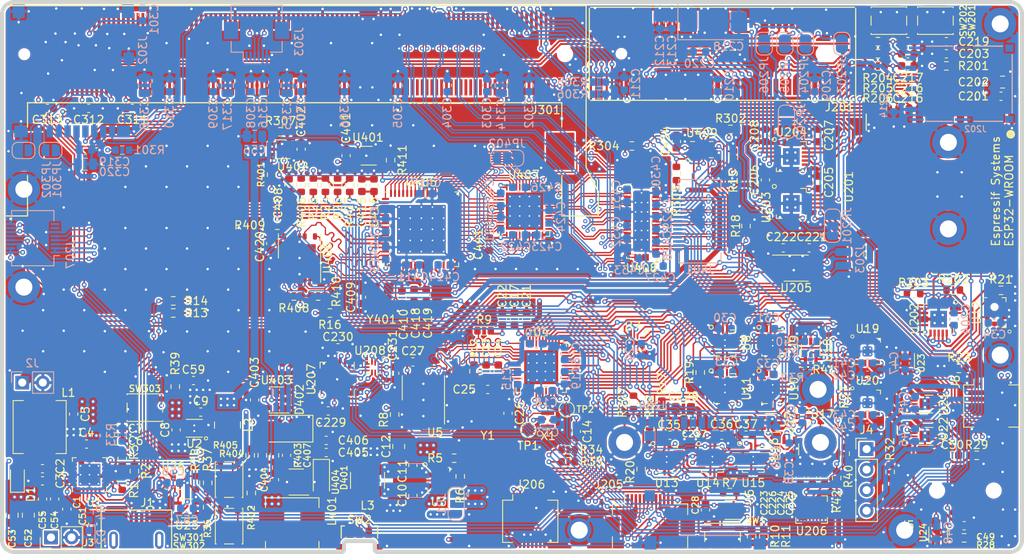
<source format=kicad_pcb>
(kicad_pcb (version 20171130) (host pcbnew "(5.1.9-0-10_14)")

  (general
    (thickness 1.6)
    (drawings 16)
    (tracks 7192)
    (zones 0)
    (modules 313)
    (nets 512)
  )

  (page A4)
  (layers
    (0 F.Cu signal hide)
    (1 GND power hide)
    (2 PWR power hide)
    (31 B.Cu signal hide)
    (32 B.Adhes user)
    (33 F.Adhes user)
    (34 B.Paste user)
    (35 F.Paste user)
    (36 B.SilkS user hide)
    (37 F.SilkS user)
    (38 B.Mask user)
    (39 F.Mask user)
    (40 Dwgs.User user)
    (41 Cmts.User user)
    (42 Eco1.User user)
    (43 Eco2.User user)
    (44 Edge.Cuts user)
    (45 Margin user)
    (46 B.CrtYd user)
    (47 F.CrtYd user)
    (48 B.Fab user hide)
    (49 F.Fab user)
  )

  (setup
    (last_trace_width 0.25)
    (trace_clearance 0.2)
    (zone_clearance 0.2032)
    (zone_45_only no)
    (trace_min 0.1524)
    (via_size 0.6)
    (via_drill 0.3)
    (via_min_size 0.5)
    (via_min_drill 0.2)
    (uvia_size 0.3)
    (uvia_drill 0.1)
    (uvias_allowed no)
    (uvia_min_size 0.2)
    (uvia_min_drill 0.1)
    (edge_width 0.1)
    (segment_width 0.2)
    (pcb_text_width 0.125)
    (pcb_text_size 0.5 0.5)
    (mod_edge_width 0.05)
    (mod_text_size 0.6 0.6)
    (mod_text_width 0.125)
    (pad_size 4 4)
    (pad_drill 2.1)
    (pad_to_mask_clearance 0)
    (aux_axis_origin 106 72)
    (grid_origin 106 72)
    (visible_elements FFFFF7FF)
    (pcbplotparams
      (layerselection 0x010f0_ffffffff)
      (usegerberextensions true)
      (usegerberattributes false)
      (usegerberadvancedattributes false)
      (creategerberjobfile false)
      (excludeedgelayer true)
      (linewidth 0.100000)
      (plotframeref false)
      (viasonmask false)
      (mode 1)
      (useauxorigin false)
      (hpglpennumber 1)
      (hpglpenspeed 20)
      (hpglpendiameter 15.000000)
      (psnegative false)
      (psa4output false)
      (plotreference true)
      (plotvalue true)
      (plotinvisibletext false)
      (padsonsilk false)
      (subtractmaskfromsilk true)
      (outputformat 1)
      (mirror false)
      (drillshape 0)
      (scaleselection 1)
      (outputdirectory "fab/"))
  )

  (net 0 "")
  (net 1 GND)
  (net 2 +3V3)
  (net 3 +1V8)
  (net 4 GPIO_18)
  (net 5 GPIO_23)
  (net 6 JTAG_TCK)
  (net 7 JTAG_TDO)
  (net 8 JTAG_TMS)
  (net 9 JTAG_TDI)
  (net 10 "Net-(L2-Pad1)")
  (net 11 WAKE)
  (net 12 "Net-(R2-Pad2)")
  (net 13 VBUS)
  (net 14 "Net-(C6-Pad1)")
  (net 15 PWM2.1)
  (net 16 PWM0.1)
  (net 17 "Net-(L3-Pad1)")
  (net 18 "Net-(L3-Pad2)")
  (net 19 "Net-(R1-Pad1)")
  (net 20 PWM1.1)
  (net 21 SPI1.SS0)
  (net 22 SPI1.MOSI)
  (net 23 SPI1.MISO)
  (net 24 SPI1.SCK)
  (net 25 SPI1.SS2)
  (net 26 SPI1.SS3)
  (net 27 "Net-(U10-Pad11)")
  (net 28 /SPK_GAIN)
  (net 29 GPIO_20)
  (net 30 GPIO_0)
  (net 31 GPIO_22)
  (net 32 /SPK_EN)
  (net 33 /SPK_CLK)
  (net 34 +VSYS)
  (net 35 "Net-(C301-Pad1)")
  (net 36 ESP32.HSPI.MOSI)
  (net 37 ESP32.HSPI.SCK)
  (net 38 ESP32.HSPI.MISO)
  (net 39 ESP32.HSPI.SS0)
  (net 40 ESP32.IO27)
  (net 41 DISP_LED_A)
  (net 42 DISP_LED_K)
  (net 43 /PLL_AVSS)
  (net 44 /PLL_AVDD)
  (net 45 /XTAL_XI)
  (net 46 /XTAL_XO)
  (net 47 /QSPI_CS)
  (net 48 /QSPI_DQ_3)
  (net 49 /QSPI_DQ_2)
  (net 50 /QSPI_DQ_1)
  (net 51 /QSPI_DQ_0)
  (net 52 /PSD_LFALTCLK)
  (net 53 /QSPI_CLK)
  (net 54 "Net-(J1-Pad4)")
  (net 55 "Net-(J202-Pad6)")
  (net 56 "Net-(J301-Pad21)")
  (net 57 "Net-(J301-Pad23)")
  (net 58 "Net-(J301-Pad25)")
  (net 59 "Net-(J301-Pad27)")
  (net 60 "Net-(J301-Pad29)")
  (net 61 "Net-(J301-Pad31)")
  (net 62 "Net-(J301-Pad63)")
  (net 63 "Net-(J301-Pad65)")
  (net 64 "Net-(J301-Pad69)")
  (net 65 "Net-(J301-Pad73)")
  (net 66 "Net-(J301-Pad77)")
  (net 67 "Net-(J301-Pad79)")
  (net 68 "Net-(J301-Pad81)")
  (net 69 "Net-(J301-Pad83)")
  (net 70 "Net-(J301-Pad85)")
  (net 71 "Net-(J301-Pad89)")
  (net 72 "Net-(J301-Pad91)")
  (net 73 "Net-(J301-Pad93)")
  (net 74 "Net-(J301-Pad95)")
  (net 75 "Net-(J301-Pad97)")
  (net 76 "Net-(J301-Pad99)")
  (net 77 "Net-(J301-Pad101)")
  (net 78 "Net-(J301-Pad103)")
  (net 79 "Net-(J301-Pad107)")
  (net 80 "Net-(J301-Pad109)")
  (net 81 "Net-(J301-Pad113)")
  (net 82 "Net-(J301-Pad115)")
  (net 83 "Net-(J301-Pad119)")
  (net 84 "Net-(J301-Pad121)")
  (net 85 "Net-(J301-Pad125)")
  (net 86 "Net-(J301-Pad127)")
  (net 87 "Net-(J301-Pad131)")
  (net 88 "Net-(J301-Pad133)")
  (net 89 "Net-(J301-Pad137)")
  (net 90 "Net-(J301-Pad139)")
  (net 91 "Net-(J301-Pad143)")
  (net 92 "Net-(J301-Pad145)")
  (net 93 "Net-(J301-Pad147)")
  (net 94 "Net-(J301-Pad157)")
  (net 95 "Net-(J301-Pad161)")
  (net 96 "Net-(J301-Pad163)")
  (net 97 "Net-(J301-Pad167)")
  (net 98 "Net-(J301-Pad169)")
  (net 99 "Net-(J301-Pad173)")
  (net 100 "Net-(J301-Pad175)")
  (net 101 "Net-(J301-Pad179)")
  (net 102 "Net-(J301-Pad181)")
  (net 103 "Net-(J301-Pad187)")
  (net 104 "Net-(J301-Pad189)")
  (net 105 "Net-(J301-Pad191)")
  (net 106 "Net-(J301-Pad193)")
  (net 107 "Net-(J301-Pad195)")
  (net 108 "Net-(J301-Pad197)")
  (net 109 "Net-(J301-Pad199)")
  (net 110 "Net-(J301-Pad201)")
  (net 111 "Net-(J301-Pad203)")
  (net 112 "Net-(J301-Pad2)")
  (net 113 "Net-(J301-Pad4)")
  (net 114 "Net-(J301-Pad6)")
  (net 115 "Net-(J301-Pad8)")
  (net 116 "Net-(J301-Pad12)")
  (net 117 "Net-(J301-Pad14)")
  (net 118 "Net-(J301-Pad16)")
  (net 119 "Net-(J301-Pad18)")
  (net 120 "Net-(J301-Pad20)")
  (net 121 "Net-(J301-Pad22)")
  (net 122 "Net-(J301-Pad24)")
  (net 123 "Net-(J301-Pad26)")
  (net 124 "Net-(J301-Pad30)")
  (net 125 "Net-(J301-Pad32)")
  (net 126 "Net-(J301-Pad34)")
  (net 127 "Net-(J301-Pad36)")
  (net 128 "Net-(J301-Pad38)")
  (net 129 "Net-(J301-Pad40)")
  (net 130 "Net-(J301-Pad42)")
  (net 131 "Net-(J301-Pad44)")
  (net 132 "Net-(J301-Pad48)")
  (net 133 "Net-(J301-Pad50)")
  (net 134 "Net-(J301-Pad52)")
  (net 135 "Net-(J301-Pad54)")
  (net 136 "Net-(J301-Pad56)")
  (net 137 "Net-(J301-Pad62)")
  (net 138 "Net-(J301-Pad66)")
  (net 139 "Net-(J301-Pad68)")
  (net 140 "Net-(J301-Pad70)")
  (net 141 "Net-(J301-Pad72)")
  (net 142 "Net-(J301-Pad74)")
  (net 143 "Net-(J301-Pad92)")
  (net 144 "Net-(J301-Pad94)")
  (net 145 "Net-(J301-Pad98)")
  (net 146 "Net-(J301-Pad100)")
  (net 147 "Net-(J301-Pad102)")
  (net 148 "Net-(J301-Pad104)")
  (net 149 "Net-(J301-Pad106)")
  (net 150 "Net-(J301-Pad108)")
  (net 151 "Net-(J301-Pad110)")
  (net 152 "Net-(J301-Pad112)")
  (net 153 "Net-(J301-Pad116)")
  (net 154 "Net-(J301-Pad118)")
  (net 155 "Net-(J301-Pad120)")
  (net 156 "Net-(J301-Pad122)")
  (net 157 "Net-(J301-Pad124)")
  (net 158 "Net-(J301-Pad126)")
  (net 159 "Net-(J301-Pad128)")
  (net 160 "Net-(J301-Pad130)")
  (net 161 "Net-(J301-Pad134)")
  (net 162 "Net-(J301-Pad136)")
  (net 163 "Net-(J301-Pad138)")
  (net 164 "Net-(J301-Pad140)")
  (net 165 "Net-(J301-Pad142)")
  (net 166 "Net-(J301-Pad144)")
  (net 167 "Net-(J301-Pad146)")
  (net 168 "Net-(J301-Pad148)")
  (net 169 "Net-(J301-Pad152)")
  (net 170 "Net-(J301-Pad156)")
  (net 171 "Net-(J301-Pad158)")
  (net 172 "Net-(J301-Pad160)")
  (net 173 "Net-(J301-Pad162)")
  (net 174 "Net-(J301-Pad164)")
  (net 175 "Net-(J301-Pad166)")
  (net 176 "Net-(J301-Pad170)")
  (net 177 "Net-(J301-Pad172)")
  (net 178 "Net-(J301-Pad182)")
  (net 179 "Net-(J301-Pad184)")
  (net 180 "Net-(J301-Pad188)")
  (net 181 "Net-(J301-Pad190)")
  (net 182 "Net-(J301-Pad192)")
  (net 183 "Net-(J301-Pad194)")
  (net 184 "Net-(J301-Pad196)")
  (net 185 "Net-(J301-Pad198)")
  (net 186 "Net-(J301-Pad202)")
  (net 187 "Net-(U9-Pad2)")
  (net 188 "Net-(U10-Pad15)")
  (net 189 "Net-(U10-Pad7)")
  (net 190 "Net-(U10-Pad6)")
  (net 191 "Net-(U10-Pad5)")
  (net 192 "Net-(U10-Pad4)")
  (net 193 "Net-(U10-Pad3)")
  (net 194 "Net-(U10-Pad2)")
  (net 195 "Net-(U10-Pad1)")
  (net 196 "Net-(U201-Pad32)")
  (net 197 "Net-(U201-Pad22)")
  (net 198 "Net-(U201-Pad21)")
  (net 199 "Net-(U201-Pad20)")
  (net 200 "Net-(U201-Pad19)")
  (net 201 "Net-(U201-Pad18)")
  (net 202 "Net-(U201-Pad17)")
  (net 203 "Net-(U203-Pad6)")
  (net 204 "Net-(U203-Pad9)")
  (net 205 "Net-(U204-Pad9)")
  (net 206 "Net-(U204-Pad6)")
  (net 207 "Net-(X1-Pad1)")
  (net 208 "Net-(J301-Pad155)")
  (net 209 "Net-(J301-Pad154)")
  (net 210 "Net-(J301-Pad60)")
  (net 211 PWM1.2)
  (net 212 DISP_CS)
  (net 213 /MIC_CLK)
  (net 214 /MIC_WS)
  (net 215 /SPK_R+)
  (net 216 /SPK_L+)
  (net 217 /SPK_L-)
  (net 218 /SPK_R-)
  (net 219 "Net-(R5-Pad2)")
  (net 220 iMX8.USB1.D_P)
  (net 221 iMX8.USB1.D_N)
  (net 222 iMX8.PWM1)
  (net 223 BT81X.GPIO3)
  (net 224 BT81X.GPIO0)
  (net 225 BT81X.GPIO1)
  (net 226 BT81X.GPIO2)
  (net 227 BT81X.R0)
  (net 228 BT81X.BL_PWM)
  (net 229 BT81X.DE)
  (net 230 BT81X.VSYNC)
  (net 231 BT81X.HSYNC)
  (net 232 BT81X.DISP)
  (net 233 BT81X.PCLK)
  (net 234 BT81X.B7)
  (net 235 BT81X.B6)
  (net 236 BT81X.B5)
  (net 237 BT81X.B4)
  (net 238 BT81X.B3)
  (net 239 BT81X.B2)
  (net 240 BT81X.B1)
  (net 241 BT81X.B0)
  (net 242 BT81X.G7)
  (net 243 BT81X.G6)
  (net 244 BT81X.G5)
  (net 245 BT81X.G4)
  (net 246 BT81X.G3)
  (net 247 BT81X.G2)
  (net 248 BT81X.G1)
  (net 249 BT81X.G0)
  (net 250 BT81X.R7)
  (net 251 BT81X.R6)
  (net 252 BT81X.R5)
  (net 253 BT81X.R4)
  (net 254 BT81X.R3)
  (net 255 BT81X.R2)
  (net 256 BT81X.R1)
  (net 257 "Net-(JP201-Pad2)")
  (net 258 "Net-(J301-Pad58)")
  (net 259 "Net-(C214-Pad1)")
  (net 260 "Net-(C215-Pad1)")
  (net 261 "Net-(C216-Pad1)")
  (net 262 "Net-(C217-Pad1)")
  (net 263 "Net-(C408-Pad1)")
  (net 264 "Net-(D401-Pad2)")
  (net 265 "Net-(J201-Pad48)")
  (net 266 "Net-(J201-Pad42)")
  (net 267 "Net-(J201-Pad33)")
  (net 268 "Net-(J201-Pad32)")
  (net 269 "Net-(J201-Pad30)")
  (net 270 "Net-(J201-Pad28)")
  (net 271 "Net-(J201-Pad25)")
  (net 272 "Net-(J201-Pad23)")
  (net 273 "Net-(J201-Pad20)")
  (net 274 "Net-(J201-Pad16)")
  (net 275 "Net-(J201-Pad14)")
  (net 276 "Net-(J201-Pad12)")
  (net 277 "Net-(J201-Pad10)")
  (net 278 "Net-(J201-Pad7)")
  (net 279 "Net-(J201-Pad6)")
  (net 280 "Net-(J201-Pad5)")
  (net 281 "Net-(J201-Pad3)")
  (net 282 "Net-(J201-Pad1)")
  (net 283 "Net-(J203-Pad2)")
  (net 284 "Net-(J203-Pad1)")
  (net 285 /disp/CTP_SCL)
  (net 286 /disp/CTP_SDA)
  (net 287 /disp/CTP_INT)
  (net 288 /disp/CTP_RST)
  (net 289 "Net-(R401-Pad2)")
  (net 290 /HP_DET)
  (net 291 /MIC_SD)
  (net 292 /disp/DISP_LVDS_A0N)
  (net 293 /disp/DISP_LVDS_A0P)
  (net 294 /disp/DISP_LVDS_A1N)
  (net 295 /disp/DISP_LVDS_A1P)
  (net 296 /disp/DISP_LVDS_A2N)
  (net 297 /disp/DISP_LVDS_A2P)
  (net 298 /disp/DISP_LVDS_A3N)
  (net 299 /disp/DISP_LVDS_A3P)
  (net 300 /disp/BT81X_QSPI_CS)
  (net 301 /disp/BT81X_QSPI_DQ_3)
  (net 302 /disp/BT81X_QSPI_DQ_2)
  (net 303 /disp/BT81X_QSPI_CLK)
  (net 304 /disp/BT81X_QSPI_DQ_0)
  (net 305 /disp/BT81X_QSPI_DQ_1)
  (net 306 /disp/BT81X_X1)
  (net 307 /disp/BT81X_X2)
  (net 308 /disp/BT81X_1V2)
  (net 309 "Net-(JP402-Pad2)")
  (net 310 /RESET)
  (net 311 JTAG_TRST_N)
  (net 312 /BQ_QON)
  (net 313 "Net-(U201-Pad5)")
  (net 314 /periph/PERST)
  (net 315 "Net-(C222-Pad1)")
  (net 316 "Net-(C225-Pad1)")
  (net 317 "Net-(C226-Pad1)")
  (net 318 /exp/ALT_BOOT)
  (net 319 /exp/SD2_CLK)
  (net 320 /exp/SD2_CMD)
  (net 321 /exp/SD2_DAT0)
  (net 322 /exp/SD2_DAT1)
  (net 323 /exp/SD2_DAT2)
  (net 324 /exp/SD2_DAT3)
  (net 325 "Net-(U206-Pad9)")
  (net 326 "Net-(U206-Pad10)")
  (net 327 "Net-(U206-Pad11)")
  (net 328 "Net-(U206-Pad12)")
  (net 329 "Net-(U206-Pad13)")
  (net 330 "Net-(J204-Pad1)")
  (net 331 "Net-(J204-Pad8)")
  (net 332 "Net-(J205-Pad12)")
  (net 333 iMX8.GPIO5.IO29)
  (net 334 iMX8.GPIO5.IO28)
  (net 335 iMX8.I2C3.SCL)
  (net 336 iMX8.I2C3.SDA)
  (net 337 "Net-(J301-Pad75)")
  (net 338 "Net-(J301-Pad129)")
  (net 339 "Net-(J301-Pad135)")
  (net 340 "Net-(J301-Pad149)")
  (net 341 "Net-(J301-Pad151)")
  (net 342 "Net-(J301-Pad153)")
  (net 343 /periph/USB_RXD)
  (net 344 "Net-(U207-Pad5)")
  (net 345 /periph/USB_CBUS1)
  (net 346 /periph/USB_CBUS0)
  (net 347 /periph/USB_TXD)
  (net 348 "Net-(U207-Pad16)")
  (net 349 ESP32.UART0.RXD)
  (net 350 ESP32.UART0.TXD)
  (net 351 UART0.TXD)
  (net 352 UART0.RXD)
  (net 353 iMX8.LVDS0.CLKP)
  (net 354 iMX8.LVDS0.CLKN)
  (net 355 iMX8.LVDS0.A0P)
  (net 356 iMX8.LVDS0.A0N)
  (net 357 iMX8.LVDS0.A1P)
  (net 358 iMX8.LVDS0.A1N)
  (net 359 iMX8.LVDS0.A2P)
  (net 360 iMX8.LVDS0.A2N)
  (net 361 iMX8.LVDS0.A3P)
  (net 362 iMX8.LVDS0.A3N)
  (net 363 /disp/DISP_LVDS_CLKN)
  (net 364 /disp/DISP_LVDS_CLKP)
  (net 365 /disp/DS90_LVDS_A3P)
  (net 366 /disp/DS90_LVDS_A3N)
  (net 367 /disp/DS90_LVDS_CLKP)
  (net 368 /disp/DS90_LVDS_CLKN)
  (net 369 /disp/DS90_LVDS_A2P)
  (net 370 /disp/DS90_LVDS_A2N)
  (net 371 /disp/DS90_LVDS_A1P)
  (net 372 /disp/DS90_LVDS_A1N)
  (net 373 /disp/DS90_LVDS_A0P)
  (net 374 /disp/DS90_LVDS_A0N)
  (net 375 "Net-(R27-Pad1)")
  (net 376 /AON_PMU_OUT_0)
  (net 377 /AON_PMU_OUT_1)
  (net 378 /exp/RESET)
  (net 379 "Net-(J204-Pad9)")
  (net 380 "Net-(J204-Pad10)")
  (net 381 /exp/SD2_DET)
  (net 382 "Net-(J1-Pad6)")
  (net 383 iMX8.USB1.ID)
  (net 384 iMX8.USB1.VBUS)
  (net 385 "Net-(J401-Pad2)")
  (net 386 "Net-(J301-Pad76)")
  (net 387 /exp/POWER)
  (net 388 ESP32.IO26)
  (net 389 "Net-(U201-Pad4)")
  (net 390 /HP_R)
  (net 391 /HP_L)
  (net 392 /~HP_DET)
  (net 393 /AUDIO_OUT_L-)
  (net 394 /AUDIO_OUT_L+)
  (net 395 /AUDIO_OUT_R-)
  (net 396 /AUDIO_OUT_R+)
  (net 397 "Net-(C2-Pad2)")
  (net 398 "Net-(C3-Pad1)")
  (net 399 VDDA)
  (net 400 "Net-(D2-Pad1)")
  (net 401 BT81X.AUDIO)
  (net 402 "Net-(J6-Pad8)")
  (net 403 /EXT_AUDIO_EN)
  (net 404 "Net-(J6-Pad12)")
  (net 405 /exp/UART3_RX)
  (net 406 /exp/UART3_TX)
  (net 407 "Net-(J303-Pad1)")
  (net 408 "Net-(R4-Pad1)")
  (net 409 BQ.INT)
  (net 410 "Net-(U8-Pad3)")
  (net 411 "Net-(U8-Pad10)")
  (net 412 "Net-(U10-Pad9)")
  (net 413 "Net-(U11-Pad1)")
  (net 414 "Net-(U11-Pad2)")
  (net 415 "Net-(U11-Pad3)")
  (net 416 "Net-(U11-Pad4)")
  (net 417 "Net-(U11-Pad5)")
  (net 418 "Net-(U11-Pad6)")
  (net 419 "Net-(U11-Pad7)")
  (net 420 "Net-(U11-Pad15)")
  (net 421 "Net-(U15-Pad6)")
  (net 422 /BQ_SW)
  (net 423 "Net-(J303-Pad2)")
  (net 424 "Net-(J6-Pad14)")
  (net 425 "Net-(J6-Pad16)")
  (net 426 "Net-(J206-Pad10)")
  (net 427 "Net-(J206-Pad8)")
  (net 428 "Net-(J207-Pad15)")
  (net 429 "Net-(J207-Pad13)")
  (net 430 /periph/ESP32_EN)
  (net 431 /periph/PCM_SYNC)
  (net 432 /periph/PCM_DI)
  (net 433 /periph/PCM_DO)
  (net 434 /periph/SIMCom_UART_DTR)
  (net 435 /periph/PCM_CLK)
  (net 436 /periph/SIMCom_UART_RI)
  (net 437 /periph/Quectel_UART_DTR)
  (net 438 /periph/SIMCom_UART_TXD)
  (net 439 /periph/Quectel_UART_RI)
  (net 440 /periph/Quectel_UART_TXD)
  (net 441 /periph/Quectel_UART_RXD)
  (net 442 /periph/ESP32_UART2_DTR)
  (net 443 /periph/ESP32_UART2_RI)
  (net 444 /periph/ESP32_UART2_TXD)
  (net 445 /periph/ESP32_UART2_RXD)
  (net 446 /periph/ESP32_VSPI_SS0)
  (net 447 /periph/ESP32_PCM_DI)
  (net 448 /periph/ESP32_PCM_CLK)
  (net 449 /periph/ESP32_PCM_DO)
  (net 450 /periph/ESP32_PCM_SYNC)
  (net 451 /periph/ESP32_VSPI_SCK)
  (net 452 /periph/ESP32_VSPI_MISO)
  (net 453 /periph/ESP32_VSPI_MOSI)
  (net 454 CTP.RST)
  (net 455 BT81X.INT)
  (net 456 /SD_IN)
  (net 457 I2C0.SCL)
  (net 458 I2C0.SDA)
  (net 459 GPIO_17)
  (net 460 GPIO_16)
  (net 461 /SD_OUT)
  (net 462 +5V)
  (net 463 "Net-(JP202-Pad2)")
  (net 464 "Net-(C49-Pad1)")
  (net 465 "Net-(C50-Pad1)")
  (net 466 "Net-(R30-Pad1)")
  (net 467 "Net-(R31-Pad1)")
  (net 468 "Net-(U13-Pad13)")
  (net 469 "Net-(U13-Pad10)")
  (net 470 "Net-(U13-Pad6)")
  (net 471 /FF_RST)
  (net 472 "Net-(U14-Pad5)")
  (net 473 "Net-(U14-Pad9)")
  (net 474 "Net-(U15-Pad9)")
  (net 475 "Net-(U15-Pad8)")
  (net 476 "Net-(U15-Pad5)")
  (net 477 "Net-(U21-Pad6)")
  (net 478 "Net-(U22-Pad6)")
  (net 479 /~SPK_EN)
  (net 480 /I2S_MUX_SEL)
  (net 481 /SPK_SD)
  (net 482 "Net-(U13-Pad12)")
  (net 483 "Net-(U13-Pad8)")
  (net 484 /SER_IN)
  (net 485 "Net-(R402-Pad1)")
  (net 486 "Net-(U401-Pad1)")
  (net 487 "Net-(U402-Pad5)")
  (net 488 "Net-(U405-Pad32)")
  (net 489 "Net-(U405-Pad31)")
  (net 490 "Net-(U405-Pad30)")
  (net 491 "Net-(U405-Pad29)")
  (net 492 "Net-(U407-Pad26)")
  (net 493 "Net-(U407-Pad23)")
  (net 494 "Net-(U407-Pad22)")
  (net 495 "Net-(U408-Pad42)")
  (net 496 "Net-(U408-Pad41)")
  (net 497 "Net-(U408-Pad19)")
  (net 498 "Net-(U408-Pad17)")
  (net 499 "Net-(R36-Pad2)")
  (net 500 /BQ_DSEL)
  (net 501 /BQ_D-)
  (net 502 /BQ_D+)
  (net 503 "Net-(U25-Pad4)")
  (net 504 /USB_D+)
  (net 505 /USB_D-)
  (net 506 USB2UART.D-)
  (net 507 USB2UART.D+)
  (net 508 "Net-(U207-Pad14)")
  (net 509 "Net-(C59-Pad1)")
  (net 510 "Net-(U17-Pad6)")
  (net 511 "Net-(R42-Pad2)")

  (net_class Default "This is the default net class."
    (clearance 0.2)
    (trace_width 0.25)
    (via_dia 0.6)
    (via_drill 0.3)
    (uvia_dia 0.3)
    (uvia_drill 0.1)
    (add_net +1V8)
    (add_net +3V3)
    (add_net +5V)
    (add_net +VSYS)
    (add_net /BQ_SW)
    (add_net /disp/BT81X_1V2)
    (add_net /periph/ESP32_EN)
    (add_net /periph/ESP32_PCM_CLK)
    (add_net /periph/ESP32_PCM_DI)
    (add_net /periph/ESP32_PCM_DO)
    (add_net /periph/ESP32_PCM_SYNC)
    (add_net /periph/ESP32_UART2_DTR)
    (add_net /periph/ESP32_UART2_RI)
    (add_net /periph/ESP32_UART2_RXD)
    (add_net /periph/ESP32_UART2_TXD)
    (add_net /periph/ESP32_VSPI_MISO)
    (add_net /periph/ESP32_VSPI_MOSI)
    (add_net /periph/ESP32_VSPI_SCK)
    (add_net /periph/ESP32_VSPI_SS0)
    (add_net /periph/PCM_CLK)
    (add_net /periph/PCM_DI)
    (add_net /periph/PCM_DO)
    (add_net /periph/PCM_SYNC)
    (add_net /periph/PERST)
    (add_net /periph/Quectel_UART_DTR)
    (add_net /periph/Quectel_UART_RI)
    (add_net /periph/Quectel_UART_RXD)
    (add_net /periph/Quectel_UART_TXD)
    (add_net /periph/SIMCom_UART_DTR)
    (add_net /periph/SIMCom_UART_RI)
    (add_net /periph/SIMCom_UART_TXD)
    (add_net DISP_LED_A)
    (add_net DISP_LED_K)
    (add_net ESP32.HSPI.MISO)
    (add_net ESP32.HSPI.MOSI)
    (add_net ESP32.HSPI.SCK)
    (add_net ESP32.HSPI.SS0)
    (add_net ESP32.IO26)
    (add_net ESP32.IO27)
    (add_net GND)
    (add_net "Net-(C2-Pad2)")
    (add_net "Net-(C214-Pad1)")
    (add_net "Net-(C215-Pad1)")
    (add_net "Net-(C216-Pad1)")
    (add_net "Net-(C217-Pad1)")
    (add_net "Net-(C222-Pad1)")
    (add_net "Net-(C225-Pad1)")
    (add_net "Net-(C226-Pad1)")
    (add_net "Net-(C3-Pad1)")
    (add_net "Net-(C301-Pad1)")
    (add_net "Net-(C408-Pad1)")
    (add_net "Net-(C49-Pad1)")
    (add_net "Net-(C50-Pad1)")
    (add_net "Net-(C59-Pad1)")
    (add_net "Net-(C6-Pad1)")
    (add_net "Net-(D2-Pad1)")
    (add_net "Net-(D401-Pad2)")
    (add_net "Net-(J1-Pad4)")
    (add_net "Net-(J1-Pad6)")
    (add_net "Net-(J201-Pad1)")
    (add_net "Net-(J201-Pad10)")
    (add_net "Net-(J201-Pad12)")
    (add_net "Net-(J201-Pad14)")
    (add_net "Net-(J201-Pad16)")
    (add_net "Net-(J201-Pad20)")
    (add_net "Net-(J201-Pad23)")
    (add_net "Net-(J201-Pad25)")
    (add_net "Net-(J201-Pad28)")
    (add_net "Net-(J201-Pad3)")
    (add_net "Net-(J201-Pad30)")
    (add_net "Net-(J201-Pad32)")
    (add_net "Net-(J201-Pad33)")
    (add_net "Net-(J201-Pad42)")
    (add_net "Net-(J201-Pad48)")
    (add_net "Net-(J201-Pad5)")
    (add_net "Net-(J201-Pad6)")
    (add_net "Net-(J201-Pad7)")
    (add_net "Net-(J202-Pad6)")
    (add_net "Net-(J203-Pad1)")
    (add_net "Net-(J203-Pad2)")
    (add_net "Net-(J204-Pad1)")
    (add_net "Net-(J204-Pad10)")
    (add_net "Net-(J204-Pad8)")
    (add_net "Net-(J204-Pad9)")
    (add_net "Net-(J205-Pad12)")
    (add_net "Net-(J206-Pad10)")
    (add_net "Net-(J206-Pad8)")
    (add_net "Net-(J207-Pad13)")
    (add_net "Net-(J207-Pad15)")
    (add_net "Net-(J301-Pad100)")
    (add_net "Net-(J301-Pad101)")
    (add_net "Net-(J301-Pad102)")
    (add_net "Net-(J301-Pad103)")
    (add_net "Net-(J301-Pad104)")
    (add_net "Net-(J301-Pad106)")
    (add_net "Net-(J301-Pad107)")
    (add_net "Net-(J301-Pad108)")
    (add_net "Net-(J301-Pad109)")
    (add_net "Net-(J301-Pad110)")
    (add_net "Net-(J301-Pad112)")
    (add_net "Net-(J301-Pad113)")
    (add_net "Net-(J301-Pad115)")
    (add_net "Net-(J301-Pad116)")
    (add_net "Net-(J301-Pad118)")
    (add_net "Net-(J301-Pad119)")
    (add_net "Net-(J301-Pad12)")
    (add_net "Net-(J301-Pad120)")
    (add_net "Net-(J301-Pad121)")
    (add_net "Net-(J301-Pad122)")
    (add_net "Net-(J301-Pad124)")
    (add_net "Net-(J301-Pad125)")
    (add_net "Net-(J301-Pad126)")
    (add_net "Net-(J301-Pad127)")
    (add_net "Net-(J301-Pad128)")
    (add_net "Net-(J301-Pad129)")
    (add_net "Net-(J301-Pad130)")
    (add_net "Net-(J301-Pad131)")
    (add_net "Net-(J301-Pad133)")
    (add_net "Net-(J301-Pad134)")
    (add_net "Net-(J301-Pad135)")
    (add_net "Net-(J301-Pad136)")
    (add_net "Net-(J301-Pad137)")
    (add_net "Net-(J301-Pad138)")
    (add_net "Net-(J301-Pad139)")
    (add_net "Net-(J301-Pad14)")
    (add_net "Net-(J301-Pad140)")
    (add_net "Net-(J301-Pad142)")
    (add_net "Net-(J301-Pad143)")
    (add_net "Net-(J301-Pad144)")
    (add_net "Net-(J301-Pad145)")
    (add_net "Net-(J301-Pad146)")
    (add_net "Net-(J301-Pad147)")
    (add_net "Net-(J301-Pad148)")
    (add_net "Net-(J301-Pad149)")
    (add_net "Net-(J301-Pad151)")
    (add_net "Net-(J301-Pad152)")
    (add_net "Net-(J301-Pad153)")
    (add_net "Net-(J301-Pad154)")
    (add_net "Net-(J301-Pad155)")
    (add_net "Net-(J301-Pad156)")
    (add_net "Net-(J301-Pad157)")
    (add_net "Net-(J301-Pad158)")
    (add_net "Net-(J301-Pad16)")
    (add_net "Net-(J301-Pad160)")
    (add_net "Net-(J301-Pad161)")
    (add_net "Net-(J301-Pad162)")
    (add_net "Net-(J301-Pad163)")
    (add_net "Net-(J301-Pad164)")
    (add_net "Net-(J301-Pad166)")
    (add_net "Net-(J301-Pad167)")
    (add_net "Net-(J301-Pad169)")
    (add_net "Net-(J301-Pad170)")
    (add_net "Net-(J301-Pad172)")
    (add_net "Net-(J301-Pad173)")
    (add_net "Net-(J301-Pad175)")
    (add_net "Net-(J301-Pad179)")
    (add_net "Net-(J301-Pad18)")
    (add_net "Net-(J301-Pad181)")
    (add_net "Net-(J301-Pad182)")
    (add_net "Net-(J301-Pad184)")
    (add_net "Net-(J301-Pad187)")
    (add_net "Net-(J301-Pad188)")
    (add_net "Net-(J301-Pad189)")
    (add_net "Net-(J301-Pad190)")
    (add_net "Net-(J301-Pad191)")
    (add_net "Net-(J301-Pad192)")
    (add_net "Net-(J301-Pad193)")
    (add_net "Net-(J301-Pad194)")
    (add_net "Net-(J301-Pad195)")
    (add_net "Net-(J301-Pad196)")
    (add_net "Net-(J301-Pad197)")
    (add_net "Net-(J301-Pad198)")
    (add_net "Net-(J301-Pad199)")
    (add_net "Net-(J301-Pad2)")
    (add_net "Net-(J301-Pad20)")
    (add_net "Net-(J301-Pad201)")
    (add_net "Net-(J301-Pad202)")
    (add_net "Net-(J301-Pad203)")
    (add_net "Net-(J301-Pad21)")
    (add_net "Net-(J301-Pad22)")
    (add_net "Net-(J301-Pad23)")
    (add_net "Net-(J301-Pad24)")
    (add_net "Net-(J301-Pad25)")
    (add_net "Net-(J301-Pad26)")
    (add_net "Net-(J301-Pad27)")
    (add_net "Net-(J301-Pad29)")
    (add_net "Net-(J301-Pad30)")
    (add_net "Net-(J301-Pad31)")
    (add_net "Net-(J301-Pad32)")
    (add_net "Net-(J301-Pad34)")
    (add_net "Net-(J301-Pad36)")
    (add_net "Net-(J301-Pad38)")
    (add_net "Net-(J301-Pad4)")
    (add_net "Net-(J301-Pad40)")
    (add_net "Net-(J301-Pad42)")
    (add_net "Net-(J301-Pad44)")
    (add_net "Net-(J301-Pad48)")
    (add_net "Net-(J301-Pad50)")
    (add_net "Net-(J301-Pad52)")
    (add_net "Net-(J301-Pad54)")
    (add_net "Net-(J301-Pad56)")
    (add_net "Net-(J301-Pad58)")
    (add_net "Net-(J301-Pad6)")
    (add_net "Net-(J301-Pad60)")
    (add_net "Net-(J301-Pad62)")
    (add_net "Net-(J301-Pad63)")
    (add_net "Net-(J301-Pad65)")
    (add_net "Net-(J301-Pad66)")
    (add_net "Net-(J301-Pad68)")
    (add_net "Net-(J301-Pad69)")
    (add_net "Net-(J301-Pad70)")
    (add_net "Net-(J301-Pad72)")
    (add_net "Net-(J301-Pad73)")
    (add_net "Net-(J301-Pad74)")
    (add_net "Net-(J301-Pad75)")
    (add_net "Net-(J301-Pad76)")
    (add_net "Net-(J301-Pad77)")
    (add_net "Net-(J301-Pad79)")
    (add_net "Net-(J301-Pad8)")
    (add_net "Net-(J301-Pad81)")
    (add_net "Net-(J301-Pad83)")
    (add_net "Net-(J301-Pad85)")
    (add_net "Net-(J301-Pad89)")
    (add_net "Net-(J301-Pad91)")
    (add_net "Net-(J301-Pad92)")
    (add_net "Net-(J301-Pad93)")
    (add_net "Net-(J301-Pad94)")
    (add_net "Net-(J301-Pad95)")
    (add_net "Net-(J301-Pad97)")
    (add_net "Net-(J301-Pad98)")
    (add_net "Net-(J301-Pad99)")
    (add_net "Net-(J303-Pad1)")
    (add_net "Net-(J303-Pad2)")
    (add_net "Net-(J401-Pad2)")
    (add_net "Net-(J6-Pad12)")
    (add_net "Net-(J6-Pad14)")
    (add_net "Net-(J6-Pad16)")
    (add_net "Net-(J6-Pad8)")
    (add_net "Net-(JP201-Pad2)")
    (add_net "Net-(JP202-Pad2)")
    (add_net "Net-(JP402-Pad2)")
    (add_net "Net-(L2-Pad1)")
    (add_net "Net-(L3-Pad1)")
    (add_net "Net-(L3-Pad2)")
    (add_net "Net-(R1-Pad1)")
    (add_net "Net-(R2-Pad2)")
    (add_net "Net-(R27-Pad1)")
    (add_net "Net-(R30-Pad1)")
    (add_net "Net-(R31-Pad1)")
    (add_net "Net-(R36-Pad2)")
    (add_net "Net-(R4-Pad1)")
    (add_net "Net-(R401-Pad2)")
    (add_net "Net-(R402-Pad1)")
    (add_net "Net-(R42-Pad2)")
    (add_net "Net-(R5-Pad2)")
    (add_net "Net-(U10-Pad1)")
    (add_net "Net-(U10-Pad11)")
    (add_net "Net-(U10-Pad15)")
    (add_net "Net-(U10-Pad2)")
    (add_net "Net-(U10-Pad3)")
    (add_net "Net-(U10-Pad4)")
    (add_net "Net-(U10-Pad5)")
    (add_net "Net-(U10-Pad6)")
    (add_net "Net-(U10-Pad7)")
    (add_net "Net-(U10-Pad9)")
    (add_net "Net-(U11-Pad1)")
    (add_net "Net-(U11-Pad15)")
    (add_net "Net-(U11-Pad2)")
    (add_net "Net-(U11-Pad3)")
    (add_net "Net-(U11-Pad4)")
    (add_net "Net-(U11-Pad5)")
    (add_net "Net-(U11-Pad6)")
    (add_net "Net-(U11-Pad7)")
    (add_net "Net-(U13-Pad10)")
    (add_net "Net-(U13-Pad12)")
    (add_net "Net-(U13-Pad13)")
    (add_net "Net-(U13-Pad6)")
    (add_net "Net-(U13-Pad8)")
    (add_net "Net-(U14-Pad5)")
    (add_net "Net-(U14-Pad9)")
    (add_net "Net-(U15-Pad5)")
    (add_net "Net-(U15-Pad6)")
    (add_net "Net-(U15-Pad8)")
    (add_net "Net-(U15-Pad9)")
    (add_net "Net-(U17-Pad6)")
    (add_net "Net-(U201-Pad17)")
    (add_net "Net-(U201-Pad18)")
    (add_net "Net-(U201-Pad19)")
    (add_net "Net-(U201-Pad20)")
    (add_net "Net-(U201-Pad21)")
    (add_net "Net-(U201-Pad22)")
    (add_net "Net-(U201-Pad32)")
    (add_net "Net-(U201-Pad4)")
    (add_net "Net-(U201-Pad5)")
    (add_net "Net-(U203-Pad6)")
    (add_net "Net-(U203-Pad9)")
    (add_net "Net-(U204-Pad6)")
    (add_net "Net-(U204-Pad9)")
    (add_net "Net-(U206-Pad10)")
    (add_net "Net-(U206-Pad11)")
    (add_net "Net-(U206-Pad12)")
    (add_net "Net-(U206-Pad13)")
    (add_net "Net-(U206-Pad9)")
    (add_net "Net-(U207-Pad14)")
    (add_net "Net-(U207-Pad16)")
    (add_net "Net-(U207-Pad5)")
    (add_net "Net-(U21-Pad6)")
    (add_net "Net-(U22-Pad6)")
    (add_net "Net-(U25-Pad4)")
    (add_net "Net-(U401-Pad1)")
    (add_net "Net-(U402-Pad5)")
    (add_net "Net-(U405-Pad29)")
    (add_net "Net-(U405-Pad30)")
    (add_net "Net-(U405-Pad31)")
    (add_net "Net-(U405-Pad32)")
    (add_net "Net-(U407-Pad22)")
    (add_net "Net-(U407-Pad23)")
    (add_net "Net-(U407-Pad26)")
    (add_net "Net-(U408-Pad17)")
    (add_net "Net-(U408-Pad19)")
    (add_net "Net-(U408-Pad41)")
    (add_net "Net-(U408-Pad42)")
    (add_net "Net-(U8-Pad10)")
    (add_net "Net-(U8-Pad3)")
    (add_net "Net-(U9-Pad2)")
    (add_net "Net-(X1-Pad1)")
    (add_net VBUS)
    (add_net VDDA)
  )

  (net_class AUDIO ""
    (clearance 0.2)
    (trace_width 0.2)
    (via_dia 0.6)
    (via_drill 0.3)
    (uvia_dia 0.3)
    (uvia_drill 0.1)
    (add_net /AUDIO_OUT_L+)
    (add_net /AUDIO_OUT_L-)
    (add_net /AUDIO_OUT_R+)
    (add_net /AUDIO_OUT_R-)
    (add_net /EXT_AUDIO_EN)
    (add_net /FF_RST)
    (add_net /HP_DET)
    (add_net /HP_L)
    (add_net /HP_R)
    (add_net /I2S_MUX_SEL)
    (add_net /MIC_CLK)
    (add_net /MIC_SD)
    (add_net /MIC_WS)
    (add_net /SD_IN)
    (add_net /SD_OUT)
    (add_net /SER_IN)
    (add_net /SPK_CLK)
    (add_net /SPK_EN)
    (add_net /SPK_GAIN)
    (add_net /SPK_L+)
    (add_net /SPK_L-)
    (add_net /SPK_R+)
    (add_net /SPK_R-)
    (add_net /SPK_SD)
    (add_net /~HP_DET)
    (add_net /~SPK_EN)
    (add_net BT81X.AUDIO)
  )

  (net_class BT81X ""
    (clearance 0.1524)
    (trace_width 0.1524)
    (via_dia 0.508)
    (via_drill 0.254)
    (uvia_dia 0.3)
    (uvia_drill 0.1)
    (add_net /disp/BT81X_QSPI_CLK)
    (add_net /disp/BT81X_QSPI_CS)
    (add_net /disp/BT81X_QSPI_DQ_0)
    (add_net /disp/BT81X_QSPI_DQ_1)
    (add_net /disp/BT81X_QSPI_DQ_2)
    (add_net /disp/BT81X_QSPI_DQ_3)
    (add_net /disp/BT81X_X1)
    (add_net /disp/BT81X_X2)
  )

  (net_class CTP ""
    (clearance 0.2)
    (trace_width 0.2)
    (via_dia 0.6)
    (via_drill 0.3)
    (uvia_dia 0.3)
    (uvia_drill 0.1)
    (add_net /disp/CTP_INT)
    (add_net /disp/CTP_RST)
    (add_net /disp/CTP_SCL)
    (add_net /disp/CTP_SDA)
    (add_net iMX8.GPIO5.IO28)
    (add_net iMX8.GPIO5.IO29)
    (add_net iMX8.I2C3.SCL)
    (add_net iMX8.I2C3.SDA)
  )

  (net_class DISPLAY ""
    (clearance 0.1524)
    (trace_width 0.1524)
    (via_dia 0.508)
    (via_drill 0.254)
    (uvia_dia 0.3)
    (uvia_drill 0.1)
    (diff_pair_width 0.175)
    (diff_pair_gap 0.1524)
    (add_net /disp/DISP_LVDS_A0N)
    (add_net /disp/DISP_LVDS_A0P)
    (add_net /disp/DISP_LVDS_A1N)
    (add_net /disp/DISP_LVDS_A1P)
    (add_net /disp/DISP_LVDS_A2N)
    (add_net /disp/DISP_LVDS_A2P)
    (add_net /disp/DISP_LVDS_A3N)
    (add_net /disp/DISP_LVDS_A3P)
    (add_net /disp/DISP_LVDS_CLKN)
    (add_net /disp/DISP_LVDS_CLKP)
    (add_net /disp/DS90_LVDS_A0N)
    (add_net /disp/DS90_LVDS_A0P)
    (add_net /disp/DS90_LVDS_A1N)
    (add_net /disp/DS90_LVDS_A1P)
    (add_net /disp/DS90_LVDS_A2N)
    (add_net /disp/DS90_LVDS_A2P)
    (add_net /disp/DS90_LVDS_A3N)
    (add_net /disp/DS90_LVDS_A3P)
    (add_net /disp/DS90_LVDS_CLKN)
    (add_net /disp/DS90_LVDS_CLKP)
    (add_net BT81X.B0)
    (add_net BT81X.B1)
    (add_net BT81X.B2)
    (add_net BT81X.B3)
    (add_net BT81X.B4)
    (add_net BT81X.B5)
    (add_net BT81X.B6)
    (add_net BT81X.B7)
    (add_net BT81X.DE)
    (add_net BT81X.DISP)
    (add_net BT81X.G0)
    (add_net BT81X.G1)
    (add_net BT81X.G2)
    (add_net BT81X.G3)
    (add_net BT81X.G4)
    (add_net BT81X.G5)
    (add_net BT81X.G6)
    (add_net BT81X.G7)
    (add_net BT81X.HSYNC)
    (add_net BT81X.PCLK)
    (add_net BT81X.R0)
    (add_net BT81X.R1)
    (add_net BT81X.R2)
    (add_net BT81X.R3)
    (add_net BT81X.R4)
    (add_net BT81X.R5)
    (add_net BT81X.R6)
    (add_net BT81X.R7)
    (add_net BT81X.VSYNC)
    (add_net iMX8.LVDS0.A0N)
    (add_net iMX8.LVDS0.A0P)
    (add_net iMX8.LVDS0.A1N)
    (add_net iMX8.LVDS0.A1P)
    (add_net iMX8.LVDS0.A2N)
    (add_net iMX8.LVDS0.A2P)
    (add_net iMX8.LVDS0.A3N)
    (add_net iMX8.LVDS0.A3P)
    (add_net iMX8.LVDS0.CLKN)
    (add_net iMX8.LVDS0.CLKP)
  )

  (net_class FE310 ""
    (clearance 0.1524)
    (trace_width 0.1524)
    (via_dia 0.508)
    (via_drill 0.254)
    (uvia_dia 0.3)
    (uvia_drill 0.1)
    (add_net /PLL_AVDD)
    (add_net /PLL_AVSS)
    (add_net /PSD_LFALTCLK)
    (add_net /QSPI_CLK)
    (add_net /QSPI_CS)
    (add_net /QSPI_DQ_0)
    (add_net /QSPI_DQ_1)
    (add_net /QSPI_DQ_2)
    (add_net /QSPI_DQ_3)
    (add_net /XTAL_XI)
    (add_net /XTAL_XO)
    (add_net JTAG_TCK)
    (add_net JTAG_TDI)
    (add_net JTAG_TDO)
    (add_net JTAG_TMS)
  )

  (net_class PRIMARY ""
    (clearance 0.2)
    (trace_width 0.2)
    (via_dia 0.6)
    (via_drill 0.3)
    (uvia_dia 0.3)
    (uvia_drill 0.1)
    (add_net /AON_PMU_OUT_0)
    (add_net /AON_PMU_OUT_1)
    (add_net /BQ_D+)
    (add_net /BQ_D-)
    (add_net /BQ_DSEL)
    (add_net /BQ_QON)
    (add_net /RESET)
    (add_net /exp/ALT_BOOT)
    (add_net /exp/POWER)
    (add_net /exp/RESET)
    (add_net /exp/SD2_CLK)
    (add_net /exp/SD2_CMD)
    (add_net /exp/SD2_DAT0)
    (add_net /exp/SD2_DAT1)
    (add_net /exp/SD2_DAT2)
    (add_net /exp/SD2_DAT3)
    (add_net /exp/SD2_DET)
    (add_net /exp/UART3_RX)
    (add_net /exp/UART3_TX)
    (add_net BQ.INT)
    (add_net BT81X.BL_PWM)
    (add_net BT81X.GPIO0)
    (add_net BT81X.GPIO1)
    (add_net BT81X.GPIO2)
    (add_net BT81X.GPIO3)
    (add_net BT81X.INT)
    (add_net CTP.RST)
    (add_net DISP_CS)
    (add_net ESP32.UART0.RXD)
    (add_net ESP32.UART0.TXD)
    (add_net GPIO_0)
    (add_net GPIO_16)
    (add_net GPIO_17)
    (add_net GPIO_18)
    (add_net GPIO_20)
    (add_net GPIO_22)
    (add_net GPIO_23)
    (add_net I2C0.SCL)
    (add_net I2C0.SDA)
    (add_net JTAG_TRST_N)
    (add_net PWM0.1)
    (add_net PWM1.1)
    (add_net PWM1.2)
    (add_net PWM2.1)
    (add_net SPI1.MISO)
    (add_net SPI1.MOSI)
    (add_net SPI1.SCK)
    (add_net SPI1.SS0)
    (add_net SPI1.SS2)
    (add_net SPI1.SS3)
    (add_net UART0.RXD)
    (add_net UART0.TXD)
    (add_net WAKE)
    (add_net iMX8.PWM1)
    (add_net iMX8.USB1.ID)
    (add_net iMX8.USB1.VBUS)
  )

  (net_class USB2DIFF ""
    (clearance 0.1524)
    (trace_width 0.2288)
    (via_dia 0.508)
    (via_drill 0.254)
    (uvia_dia 0.3)
    (uvia_drill 0.1)
    (diff_pair_width 0.2288)
    (diff_pair_gap 0.1524)
    (add_net /USB_D+)
    (add_net /USB_D-)
    (add_net USB2UART.D+)
    (add_net USB2UART.D-)
    (add_net iMX8.USB1.D_N)
    (add_net iMX8.USB1.D_P)
  )

  (net_class USB2UART ""
    (clearance 0.2)
    (trace_width 0.2)
    (via_dia 0.6)
    (via_drill 0.3)
    (uvia_dia 0.3)
    (uvia_drill 0.1)
    (add_net /periph/USB_CBUS0)
    (add_net /periph/USB_CBUS1)
    (add_net /periph/USB_RXD)
    (add_net /periph/USB_TXD)
  )

  (module footprints:UQFN-10_1.4x1.8mm_P0.4mm (layer F.Cu) (tedit 630CC1A1) (tstamp 626064C2)
    (at 204.85 123.25 180)
    (tags UQFN-10_1.4x1.8mm_P0.4mm)
    (path /63110E12)
    (attr smd)
    (fp_text reference U17 (at -2.5 0.3 180) (layer F.SilkS)
      (effects (font (size 1 1) (thickness 0.15)))
    )
    (fp_text value TMUX154ERSW (at -0.05 0 270) (layer F.Fab)
      (effects (font (size 1 1) (thickness 0.15)))
    )
    (fp_circle (center -1.1 -0.8) (end -0.85 -0.8) (layer F.SilkS) (width 0.1))
    (fp_line (start 0.8 0.96) (end 0.8 0.5) (layer F.SilkS) (width 0.12))
    (fp_line (start 0.8 -0.5) (end 0.8 -0.96) (layer F.SilkS) (width 0.12))
    (fp_line (start -1.1 1.3) (end -1.1 -1.3) (layer F.CrtYd) (width 0.05))
    (fp_line (start -1.1 1.3) (end 1.1 1.3) (layer F.CrtYd) (width 0.05))
    (fp_line (start 1.1 -1.3) (end -1.1 -1.3) (layer F.CrtYd) (width 0.05))
    (fp_line (start 1.1 -1.3) (end 1.1 1.3) (layer F.CrtYd) (width 0.05))
    (fp_line (start 0.7 -0.9) (end 0.7 0.9) (layer F.Fab) (width 0.1))
    (fp_line (start -0.7 0.9) (end 0.7 0.9) (layer F.Fab) (width 0.1))
    (fp_line (start -0.7 -0.4) (end -0.7 0.9) (layer F.Fab) (width 0.1))
    (fp_line (start -0.2 -0.9) (end 0.7 -0.9) (layer F.Fab) (width 0.1))
    (fp_line (start -0.2 -0.9) (end -0.7 -0.4) (layer F.Fab) (width 0.1))
    (fp_line (start -0.8 0.96) (end -0.8 0.5) (layer F.SilkS) (width 0.12))
    (fp_text user %R (at 0 0 180) (layer F.Fab)
      (effects (font (size 0.5 0.5) (thickness 0.05)))
    )
    (pad 9 smd rect (at 0 -0.8 180) (size 0.2 0.6) (layers F.Cu F.Paste F.Mask)
      (net 2 +3V3))
    (pad 6 smd rect (at 0.6 0.2 180) (size 0.6 0.2) (layers F.Cu F.Paste F.Mask)
      (net 510 "Net-(U17-Pad6)"))
    (pad 3 smd rect (at -0.4 0.8 180) (size 0.2 0.6) (layers F.Cu F.Paste F.Mask)
      (net 481 /SPK_SD))
    (pad 2 smd rect (at -0.6 0.2 180) (size 0.6 0.2) (layers F.Cu F.Paste F.Mask)
      (net 1 GND))
    (pad 8 smd rect (at 0.4 -0.8 180) (size 0.2 0.6) (layers F.Cu F.Paste F.Mask)
      (net 479 /~SPK_EN))
    (pad 7 smd rect (at 0.6 -0.2 180) (size 0.6 0.2) (layers F.Cu F.Paste F.Mask)
      (net 291 /MIC_SD))
    (pad 5 smd rect (at 0.4 0.8 180) (size 0.2 0.6) (layers F.Cu F.Paste F.Mask)
      (net 484 /SER_IN))
    (pad 4 smd rect (at 0 0.8 180) (size 0.2 0.6) (layers F.Cu F.Paste F.Mask)
      (net 1 GND))
    (pad 1 smd rect (at -0.55 -0.2 180) (size 0.7 0.2) (layers F.Cu F.Paste F.Mask)
      (net 456 /SD_IN))
    (pad 10 smd rect (at -0.4 -0.8 180) (size 0.2 0.6) (layers F.Cu F.Paste F.Mask)
      (net 480 /I2S_MUX_SEL))
  )

  (module footprints:SiT1533 (layer F.Cu) (tedit 62EA42B1) (tstamp 5FC5A92E)
    (at 173.4 123.65 90)
    (path /616DC275)
    (solder_mask_margin -0.001)
    (fp_text reference X1 (at -2 0.05 180) (layer F.SilkS)
      (effects (font (size 1 1) (thickness 0.15)))
    )
    (fp_text value SiT1533 (at 0 1.55 270) (layer F.Fab)
      (effects (font (size 1 1) (thickness 0.15)))
    )
    (fp_line (start 1.25 -0.6) (end 1.25 0.6) (layer F.SilkS) (width 0.1))
    (fp_line (start -1.25 -0.6) (end -1.25 0) (layer F.SilkS) (width 0.1))
    (fp_line (start -1 -0.6) (end 1 -0.6) (layer F.Fab) (width 0.1))
    (fp_line (start 1 -0.6) (end 1 0.6) (layer F.Fab) (width 0.1))
    (fp_line (start 1 0.6) (end -1 0.6) (layer F.Fab) (width 0.1))
    (fp_line (start -1 0.6) (end -1 -0.6) (layer F.Fab) (width 0.1))
    (fp_line (start -1.25 -1.05) (end -1.25 1.05) (layer F.CrtYd) (width 0.05))
    (fp_line (start -1.25 1.05) (end 1.25 1.05) (layer F.CrtYd) (width 0.05))
    (fp_line (start 1.25 1.05) (end 1.25 -1.05) (layer F.CrtYd) (width 0.05))
    (fp_line (start 1.25 -1.05) (end -1.25 -1.05) (layer F.CrtYd) (width 0.05))
    (pad 4 smd rect (at 0.1 -0.5 90) (size 0.3 0.6) (layers F.Cu F.Paste F.Mask)
      (net 2 +3V3))
    (pad 2 smd rect (at -0.1 0.5 90) (size 0.3 0.6) (layers F.Cu F.Paste F.Mask)
      (net 1 GND))
    (pad 3 smd rect (at 0.8 0 90) (size 0.4 1.6) (layers F.Cu F.Paste F.Mask)
      (net 52 /PSD_LFALTCLK))
    (pad 1 smd rect (at -0.8 0 90) (size 0.4 1.6) (layers F.Cu F.Paste F.Mask)
      (net 207 "Net-(X1-Pad1)"))
  )

  (module footprints:UQFN-16_1.8x2.6mm_P0.4mm (layer F.Cu) (tedit 62EA463B) (tstamp 5F4DC695)
    (at 183.9 114.1 270)
    (path /62085FE5)
    (fp_text reference U7 (at -2 0 180) (layer F.SilkS)
      (effects (font (size 1 1) (thickness 0.15)))
    )
    (fp_text value TMUX1574RSV (at 2.05 0 180) (layer F.Fab)
      (effects (font (size 1 1) (thickness 0.15)))
    )
    (fp_circle (center -1.35 -1.75) (end -1.1 -1.75) (layer F.SilkS) (width 0.1))
    (fp_line (start 1 -1.4) (end 1 -0.9) (layer F.SilkS) (width 0.12))
    (fp_line (start 1 1.4) (end 1 0.9) (layer F.SilkS) (width 0.12))
    (fp_line (start -1 0.9) (end -1 1.4) (layer F.SilkS) (width 0.12))
    (fp_line (start -0.9 -0.6) (end -0.9 1.3) (layer F.Fab) (width 0.1))
    (fp_line (start -0.2 -1.3) (end -0.9 -0.6) (layer F.Fab) (width 0.1))
    (fp_line (start 0.9 -1.3) (end -0.2 -1.3) (layer F.Fab) (width 0.1))
    (fp_line (start -0.9 1.3) (end 0.9 1.3) (layer F.Fab) (width 0.1))
    (fp_line (start 0.9 1.3) (end 0.9 -1.3) (layer F.Fab) (width 0.1))
    (fp_line (start -1.35 -1.75) (end -1.35 1.75) (layer F.CrtYd) (width 0.1))
    (fp_line (start -1.35 1.75) (end 1.35 1.75) (layer F.CrtYd) (width 0.1))
    (fp_line (start 1.35 1.75) (end 1.35 -1.75) (layer F.CrtYd) (width 0.1))
    (fp_line (start 1.35 -1.75) (end -1.35 -1.75) (layer F.CrtYd) (width 0.1))
    (pad 16 smd roundrect (at -0.6 -1.2 270) (size 0.2 0.6) (layers F.Cu F.Paste F.Mask) (roundrect_rratio 0.25)
      (net 454 CTP.RST))
    (pad 15 smd roundrect (at -0.2 -1.2 270) (size 0.2 0.6) (layers F.Cu F.Paste F.Mask) (roundrect_rratio 0.25)
      (net 32 /SPK_EN))
    (pad 14 smd roundrect (at 0.2 -1.2 270) (size 0.2 0.6) (layers F.Cu F.Paste F.Mask) (roundrect_rratio 0.25)
      (net 2 +3V3))
    (pad 13 smd roundrect (at 0.6 -1.2 270) (size 0.2 0.6) (layers F.Cu F.Paste F.Mask) (roundrect_rratio 0.25)
      (net 1 GND))
    (pad 8 smd roundrect (at 0.6 1.2 270) (size 0.2 0.6) (layers F.Cu F.Paste F.Mask) (roundrect_rratio 0.25)
      (net 461 /SD_OUT))
    (pad 7 smd roundrect (at 0.2 1.2 270) (size 0.2 0.6) (layers F.Cu F.Paste F.Mask) (roundrect_rratio 0.25)
      (net 460 GPIO_16))
    (pad 6 smd roundrect (at -0.2 1.2 270) (size 0.2 0.6) (layers F.Cu F.Paste F.Mask) (roundrect_rratio 0.25)
      (net 1 GND))
    (pad 5 smd roundrect (at -0.6 1.2 270) (size 0.2 0.6) (layers F.Cu F.Paste F.Mask) (roundrect_rratio 0.25)
      (net 459 GPIO_17))
    (pad 12 smd roundrect (at 0.8 -0.6 270) (size 0.6 0.2) (layers F.Cu F.Paste F.Mask) (roundrect_rratio 0.25)
      (net 455 BT81X.INT))
    (pad 11 smd roundrect (at 0.8 -0.2 270) (size 0.6 0.2) (layers F.Cu F.Paste F.Mask) (roundrect_rratio 0.25)
      (net 213 /MIC_CLK))
    (pad 10 smd roundrect (at 0.8 0.2 270) (size 0.6 0.2) (layers F.Cu F.Paste F.Mask) (roundrect_rratio 0.25)
      (net 16 PWM0.1))
    (pad 9 smd roundrect (at 0.8 0.6 270) (size 0.6 0.2) (layers F.Cu F.Paste F.Mask) (roundrect_rratio 0.25)
      (net 352 UART0.RXD))
    (pad 4 smd roundrect (at -0.8 0.6 270) (size 0.6 0.2) (layers F.Cu F.Paste F.Mask) (roundrect_rratio 0.25)
      (net 456 /SD_IN))
    (pad 3 smd roundrect (at -0.8 0.2 270) (size 0.6 0.2) (layers F.Cu F.Paste F.Mask) (roundrect_rratio 0.25)
      (net 351 UART0.TXD))
    (pad 2 smd roundrect (at -0.8 -0.2 270) (size 0.6 0.2) (layers F.Cu F.Paste F.Mask) (roundrect_rratio 0.25)
      (net 20 PWM1.1))
    (pad 1 smd roundrect (at -0.75 -0.6 270) (size 0.7 0.2) (layers F.Cu F.Paste F.Mask) (roundrect_rratio 0.25)
      (net 214 /MIC_WS))
  )

  (module footprints:UQFN-16_1.8x2.6mm_P0.4mm (layer F.Cu) (tedit 62EA463B) (tstamp 6125122A)
    (at 192.45 90.25 90)
    (path /5FC4BBBD/6135689D)
    (fp_text reference U409 (at 2.05 0 180) (layer F.SilkS)
      (effects (font (size 1 1) (thickness 0.15)))
    )
    (fp_text value TMUX1574RSV (at 3.9 -3.2 180) (layer F.Fab)
      (effects (font (size 1 1) (thickness 0.15)))
    )
    (fp_circle (center -1.35 -1.75) (end -1.1 -1.75) (layer F.SilkS) (width 0.1))
    (fp_line (start 1 -1.4) (end 1 -0.9) (layer F.SilkS) (width 0.12))
    (fp_line (start 1 1.4) (end 1 0.9) (layer F.SilkS) (width 0.12))
    (fp_line (start -1 0.9) (end -1 1.4) (layer F.SilkS) (width 0.12))
    (fp_line (start -0.9 -0.6) (end -0.9 1.3) (layer F.Fab) (width 0.1))
    (fp_line (start -0.2 -1.3) (end -0.9 -0.6) (layer F.Fab) (width 0.1))
    (fp_line (start 0.9 -1.3) (end -0.2 -1.3) (layer F.Fab) (width 0.1))
    (fp_line (start -0.9 1.3) (end 0.9 1.3) (layer F.Fab) (width 0.1))
    (fp_line (start 0.9 1.3) (end 0.9 -1.3) (layer F.Fab) (width 0.1))
    (fp_line (start -1.35 -1.75) (end -1.35 1.75) (layer F.CrtYd) (width 0.1))
    (fp_line (start -1.35 1.75) (end 1.35 1.75) (layer F.CrtYd) (width 0.1))
    (fp_line (start 1.35 1.75) (end 1.35 -1.75) (layer F.CrtYd) (width 0.1))
    (fp_line (start 1.35 -1.75) (end -1.35 -1.75) (layer F.CrtYd) (width 0.1))
    (pad 16 smd roundrect (at -0.6 -1.2 90) (size 0.2 0.6) (layers F.Cu F.Paste F.Mask) (roundrect_rratio 0.25)
      (net 335 iMX8.I2C3.SCL))
    (pad 15 smd roundrect (at -0.2 -1.2 90) (size 0.2 0.6) (layers F.Cu F.Paste F.Mask) (roundrect_rratio 0.25)
      (net 232 BT81X.DISP))
    (pad 14 smd roundrect (at 0.2 -1.2 90) (size 0.2 0.6) (layers F.Cu F.Paste F.Mask) (roundrect_rratio 0.25)
      (net 2 +3V3))
    (pad 13 smd roundrect (at 0.6 -1.2 90) (size 0.2 0.6) (layers F.Cu F.Paste F.Mask) (roundrect_rratio 0.25)
      (net 1 GND))
    (pad 8 smd roundrect (at 0.6 1.2 90) (size 0.2 0.6) (layers F.Cu F.Paste F.Mask) (roundrect_rratio 0.25)
      (net 5 GPIO_23))
    (pad 7 smd roundrect (at 0.2 1.2 90) (size 0.2 0.6) (layers F.Cu F.Paste F.Mask) (roundrect_rratio 0.25)
      (net 287 /disp/CTP_INT))
    (pad 6 smd roundrect (at -0.2 1.2 90) (size 0.2 0.6) (layers F.Cu F.Paste F.Mask) (roundrect_rratio 0.25)
      (net 1 GND))
    (pad 5 smd roundrect (at -0.6 1.2 90) (size 0.2 0.6) (layers F.Cu F.Paste F.Mask) (roundrect_rratio 0.25)
      (net 286 /disp/CTP_SDA))
    (pad 12 smd roundrect (at 0.8 -0.6 90) (size 0.6 0.2) (layers F.Cu F.Paste F.Mask) (roundrect_rratio 0.25)
      (net 333 iMX8.GPIO5.IO29))
    (pad 11 smd roundrect (at 0.8 -0.2 90) (size 0.6 0.2) (layers F.Cu F.Paste F.Mask) (roundrect_rratio 0.25)
      (net 454 CTP.RST))
    (pad 10 smd roundrect (at 0.8 0.2 90) (size 0.6 0.2) (layers F.Cu F.Paste F.Mask) (roundrect_rratio 0.25)
      (net 288 /disp/CTP_RST))
    (pad 9 smd roundrect (at 0.8 0.6 90) (size 0.6 0.2) (layers F.Cu F.Paste F.Mask) (roundrect_rratio 0.25)
      (net 334 iMX8.GPIO5.IO28))
    (pad 4 smd roundrect (at -0.8 0.6 90) (size 0.6 0.2) (layers F.Cu F.Paste F.Mask) (roundrect_rratio 0.25)
      (net 458 I2C0.SDA))
    (pad 3 smd roundrect (at -0.8 0.2 90) (size 0.6 0.2) (layers F.Cu F.Paste F.Mask) (roundrect_rratio 0.25)
      (net 336 iMX8.I2C3.SDA))
    (pad 2 smd roundrect (at -0.8 -0.2 90) (size 0.6 0.2) (layers F.Cu F.Paste F.Mask) (roundrect_rratio 0.25)
      (net 285 /disp/CTP_SCL))
    (pad 1 smd roundrect (at -0.75 -0.6 90) (size 0.7 0.2) (layers F.Cu F.Paste F.Mask) (roundrect_rratio 0.25)
      (net 457 I2C0.SCL))
  )

  (module footprints:UQFN-10_1.4x1.8mm_P0.4mm (layer F.Cu) (tedit 62EA465C) (tstamp 6000E0B9)
    (at 151.9 117.15 270)
    (tags UQFN-10_1.4x1.8mm_P0.4mm)
    (path /619DBCF0/601915C9)
    (attr smd)
    (fp_text reference U208 (at -2.05 0.45 180) (layer F.SilkS)
      (effects (font (size 1 1) (thickness 0.15)))
    )
    (fp_text value TMUX154ERSW (at -2.5 1.6 90) (layer F.Fab)
      (effects (font (size 0.8 0.8) (thickness 0.15)))
    )
    (fp_circle (center -1.1 -1.3) (end -0.85 -1.3) (layer F.SilkS) (width 0.1))
    (fp_line (start 0.8 0.96) (end 0.8 0.5) (layer F.SilkS) (width 0.12))
    (fp_line (start 0.8 -0.5) (end 0.8 -0.96) (layer F.SilkS) (width 0.12))
    (fp_line (start -1.1 1.3) (end -1.1 -1.3) (layer F.CrtYd) (width 0.05))
    (fp_line (start -1.1 1.3) (end 1.1 1.3) (layer F.CrtYd) (width 0.05))
    (fp_line (start 1.1 -1.3) (end -1.1 -1.3) (layer F.CrtYd) (width 0.05))
    (fp_line (start 1.1 -1.3) (end 1.1 1.3) (layer F.CrtYd) (width 0.05))
    (fp_line (start 0.7 -0.9) (end 0.7 0.9) (layer F.Fab) (width 0.1))
    (fp_line (start -0.7 0.9) (end 0.7 0.9) (layer F.Fab) (width 0.1))
    (fp_line (start -0.7 -0.4) (end -0.7 0.9) (layer F.Fab) (width 0.1))
    (fp_line (start -0.2 -0.9) (end 0.7 -0.9) (layer F.Fab) (width 0.1))
    (fp_line (start -0.2 -0.9) (end -0.7 -0.4) (layer F.Fab) (width 0.1))
    (fp_line (start -0.8 0.96) (end -0.8 0.5) (layer F.SilkS) (width 0.12))
    (fp_text user %R (at 0 0 90) (layer F.Fab)
      (effects (font (size 0.5 0.5) (thickness 0.05)))
    )
    (pad 9 smd rect (at 0 -0.8 270) (size 0.2 0.6) (layers F.Cu F.Paste F.Mask)
      (net 2 +3V3))
    (pad 6 smd rect (at 0.6 0.2 270) (size 0.6 0.2) (layers F.Cu F.Paste F.Mask)
      (net 350 ESP32.UART0.TXD))
    (pad 3 smd rect (at -0.4 0.8 270) (size 0.2 0.6) (layers F.Cu F.Paste F.Mask)
      (net 347 /periph/USB_TXD))
    (pad 2 smd rect (at -0.6 0.2 270) (size 0.6 0.2) (layers F.Cu F.Paste F.Mask)
      (net 349 ESP32.UART0.RXD))
    (pad 8 smd rect (at 0.4 -0.8 270) (size 0.2 0.6) (layers F.Cu F.Paste F.Mask)
      (net 346 /periph/USB_CBUS0))
    (pad 7 smd rect (at 0.6 -0.2 270) (size 0.6 0.2) (layers F.Cu F.Paste F.Mask)
      (net 351 UART0.TXD))
    (pad 5 smd rect (at 0.4 0.8 270) (size 0.2 0.6) (layers F.Cu F.Paste F.Mask)
      (net 343 /periph/USB_RXD))
    (pad 4 smd rect (at 0 0.8 270) (size 0.2 0.6) (layers F.Cu F.Paste F.Mask)
      (net 1 GND))
    (pad 1 smd rect (at -0.55 -0.2 270) (size 0.7 0.2) (layers F.Cu F.Paste F.Mask)
      (net 352 UART0.RXD))
    (pad 10 smd rect (at -0.4 -0.8 270) (size 0.2 0.6) (layers F.Cu F.Paste F.Mask)
      (net 345 /periph/USB_CBUS1))
  )

  (module footprints:UQFN-10_1.4x1.8mm_P0.4mm (layer F.Cu) (tedit 62EA465C) (tstamp 6269CC74)
    (at 127.15 131.45 270)
    (tags UQFN-10_1.4x1.8mm_P0.4mm)
    (path /62A5F042)
    (attr smd)
    (fp_text reference U26 (at -2.05 0 180) (layer F.SilkS)
      (effects (font (size 1 1) (thickness 0.15)))
    )
    (fp_text value TMUX154ERSW (at 0 2.1 90) (layer F.Fab)
      (effects (font (size 1 1) (thickness 0.15)))
    )
    (fp_circle (center -1.1 -1.3) (end -0.85 -1.3) (layer F.SilkS) (width 0.1))
    (fp_line (start 0.8 0.96) (end 0.8 0.5) (layer F.SilkS) (width 0.12))
    (fp_line (start 0.8 -0.5) (end 0.8 -0.96) (layer F.SilkS) (width 0.12))
    (fp_line (start -1.1 1.3) (end -1.1 -1.3) (layer F.CrtYd) (width 0.05))
    (fp_line (start -1.1 1.3) (end 1.1 1.3) (layer F.CrtYd) (width 0.05))
    (fp_line (start 1.1 -1.3) (end -1.1 -1.3) (layer F.CrtYd) (width 0.05))
    (fp_line (start 1.1 -1.3) (end 1.1 1.3) (layer F.CrtYd) (width 0.05))
    (fp_line (start 0.7 -0.9) (end 0.7 0.9) (layer F.Fab) (width 0.1))
    (fp_line (start -0.7 0.9) (end 0.7 0.9) (layer F.Fab) (width 0.1))
    (fp_line (start -0.7 -0.4) (end -0.7 0.9) (layer F.Fab) (width 0.1))
    (fp_line (start -0.2 -0.9) (end 0.7 -0.9) (layer F.Fab) (width 0.1))
    (fp_line (start -0.2 -0.9) (end -0.7 -0.4) (layer F.Fab) (width 0.1))
    (fp_line (start -0.8 0.96) (end -0.8 0.5) (layer F.SilkS) (width 0.12))
    (fp_text user %R (at 0 0 90) (layer F.Fab)
      (effects (font (size 0.5 0.5) (thickness 0.05)))
    )
    (pad 9 smd rect (at 0 -0.8 270) (size 0.2 0.6) (layers F.Cu F.Paste F.Mask)
      (net 2 +3V3))
    (pad 6 smd rect (at 0.6 0.2 270) (size 0.6 0.2) (layers F.Cu F.Paste F.Mask)
      (net 507 USB2UART.D+))
    (pad 3 smd rect (at -0.4 0.8 270) (size 0.2 0.6) (layers F.Cu F.Paste F.Mask)
      (net 505 /USB_D-))
    (pad 2 smd rect (at -0.6 0.2 270) (size 0.6 0.2) (layers F.Cu F.Paste F.Mask)
      (net 506 USB2UART.D-))
    (pad 8 smd rect (at 0.4 -0.8 270) (size 0.2 0.6) (layers F.Cu F.Paste F.Mask)
      (net 503 "Net-(U25-Pad4)"))
    (pad 7 smd rect (at 0.6 -0.2 270) (size 0.6 0.2) (layers F.Cu F.Paste F.Mask)
      (net 502 /BQ_D+))
    (pad 5 smd rect (at 0.4 0.8 270) (size 0.2 0.6) (layers F.Cu F.Paste F.Mask)
      (net 504 /USB_D+))
    (pad 4 smd rect (at 0 0.8 270) (size 0.2 0.6) (layers F.Cu F.Paste F.Mask)
      (net 1 GND))
    (pad 1 smd rect (at -0.55 -0.2 270) (size 0.7 0.2) (layers F.Cu F.Paste F.Mask)
      (net 501 /BQ_D-))
    (pad 10 smd rect (at -0.4 -0.8 270) (size 0.2 0.6) (layers F.Cu F.Paste F.Mask)
      (net 500 /BQ_DSEL))
  )

  (module footprints:TPS630250 (layer F.Cu) (tedit 62EA46A1) (tstamp 60C5DFED)
    (at 159.95 131.15 90)
    (path /619F3399)
    (fp_text reference U3 (at -2.65 0) (layer F.SilkS)
      (effects (font (size 1 1) (thickness 0.15)))
    )
    (fp_text value TPS630250 (at -2.65 1.8) (layer F.Fab)
      (effects (font (size 1 1) (thickness 0.15)))
    )
    (fp_line (start -1.5 -1.25) (end -1.5 1.25) (layer F.Fab) (width 0.1))
    (fp_line (start -1.5 1.25) (end 1.5 1.25) (layer F.Fab) (width 0.1))
    (fp_line (start 1.5 1.25) (end 1.5 -0.25) (layer F.Fab) (width 0.1))
    (fp_line (start 0.5 -1.25) (end -1.5 -1.25) (layer F.Fab) (width 0.1))
    (fp_line (start -1.95 -1.7) (end 1.95 -1.7) (layer F.CrtYd) (width 0.05))
    (fp_line (start 1.95 -1.7) (end 1.95 1.7) (layer F.CrtYd) (width 0.05))
    (fp_line (start 1.95 1.7) (end -1.95 1.7) (layer F.CrtYd) (width 0.05))
    (fp_line (start -1.95 1.7) (end -1.95 -1.7) (layer F.CrtYd) (width 0.05))
    (fp_line (start -1.6 -1.35) (end -1.1 -1.35) (layer F.SilkS) (width 0.12))
    (fp_line (start -1.6 1.35) (end -1.1 1.35) (layer F.SilkS) (width 0.12))
    (fp_line (start 1.6 1.35) (end 1.1 1.35) (layer F.SilkS) (width 0.12))
    (fp_circle (center 1.95 -1.7) (end 2.2 -1.7) (layer F.SilkS) (width 0.12))
    (fp_line (start 0.5 -1.25) (end 1.5 -0.25) (layer F.Fab) (width 0.1))
    (fp_line (start 1.6 1.35) (end 1.6 1.15) (layer F.SilkS) (width 0.12))
    (fp_line (start -1.6 1.35) (end -1.6 1.15) (layer F.SilkS) (width 0.12))
    (fp_line (start -1.6 -1.15) (end -1.6 -1.35) (layer F.SilkS) (width 0.12))
    (pad 14 smd rect (at 1.4 -0.75 90) (size 0.6 0.24) (layers F.Cu F.Paste F.Mask)
      (net 2 +3V3))
    (pad 13 smd rect (at 1.4 -0.25 90) (size 0.6 0.24) (layers F.Cu F.Paste F.Mask)
      (net 2 +3V3))
    (pad 12 smd rect (at 1.4 0.25 90) (size 0.6 0.24) (layers F.Cu F.Paste F.Mask)
      (net 2 +3V3))
    (pad 11 smd rect (at 1.4 0.75 90) (size 0.6 0.24) (layers F.Cu F.Paste F.Mask)
      (net 219 "Net-(R5-Pad2)"))
    (pad 7 smd rect (at -1.4 0.75 90) (size 0.6 0.24) (layers F.Cu F.Paste F.Mask)
      (net 34 +VSYS))
    (pad 6 smd rect (at -1.4 0.25 90) (size 0.6 0.24) (layers F.Cu F.Paste F.Mask)
      (net 34 +VSYS))
    (pad 5 smd rect (at -1.4 -0.25 90) (size 0.6 0.24) (layers F.Cu F.Paste F.Mask)
      (net 34 +VSYS))
    (pad 4 smd rect (at -1.4 -0.75 90) (size 0.6 0.24) (layers F.Cu F.Paste F.Mask)
      (net 34 +VSYS))
    (pad 10 smd rect (at 0.5 1.15 90) (size 0.24 0.6) (layers F.Cu F.Paste F.Mask)
      (net 1 GND))
    (pad 9 smd rect (at 0 1.15 90) (size 0.24 0.6) (layers F.Cu F.Paste F.Mask)
      (net 1 GND))
    (pad 8 smd rect (at -0.5 1.15 90) (size 0.24 0.6) (layers F.Cu F.Paste F.Mask)
      (net 34 +VSYS))
    (pad 3 smd rect (at -0.49 -0.555 90) (size 0.22 1.79) (layers F.Cu F.Paste F.Mask)
      (net 17 "Net-(L3-Pad1)"))
    (pad 2 smd rect (at 0 -0.555 90) (size 0.24 1.79) (layers F.Cu F.Paste F.Mask)
      (net 1 GND))
    (pad 1 smd rect (at 0.49 -0.555 90) (size 0.22 1.79) (layers F.Cu F.Paste F.Mask)
      (net 18 "Net-(L3-Pad2)"))
  )

  (module footprints:DHVQFN-14_2.5x3.0mm_P0.5mm_EP1.0x1.5mm (layer F.Cu) (tedit 60DA5DBF) (tstamp 625DE4CB)
    (at 188.1 128.55 270)
    (descr "DHVQFN-14 SOT762-1")
    (tags "Integrated Circuit")
    (path /658159A2)
    (attr smd)
    (fp_text reference U13 (at 2.9 0 180) (layer F.SilkS)
      (effects (font (size 1 1) (thickness 0.15)))
    )
    (fp_text value 74HC00 (at 0 0 90) (layer F.Fab)
      (effects (font (size 1 1) (thickness 0.15)))
    )
    (fp_line (start -1.6 -1.35) (end -1.4 -1.35) (layer F.SilkS) (width 0.12))
    (fp_line (start 1.4 1.35) (end 1.6 1.35) (layer F.SilkS) (width 0.12))
    (fp_line (start 1.4 -1.35) (end 1.6 -1.35) (layer F.SilkS) (width 0.12))
    (fp_circle (center -1.95 1.7) (end -1.7 1.7) (layer F.SilkS) (width 0.12))
    (fp_line (start 1.6 0.65) (end 1.6 1.35) (layer F.SilkS) (width 0.12))
    (fp_line (start 1.6 -1.35) (end 1.6 -0.65) (layer F.SilkS) (width 0.12))
    (fp_line (start -1.6 -1.35) (end -1.6 -0.65) (layer F.SilkS) (width 0.12))
    (fp_line (start -2.25 2) (end -2.25 -2) (layer F.CrtYd) (width 0.05))
    (fp_line (start 2.25 2) (end -2.25 2) (layer F.CrtYd) (width 0.05))
    (fp_line (start 2.25 -2) (end 2.25 2) (layer F.CrtYd) (width 0.05))
    (fp_line (start -2.25 -2) (end 2.25 -2) (layer F.CrtYd) (width 0.05))
    (fp_line (start -1.5 1.25) (end -1.5 -1.25) (layer F.Fab) (width 0.1))
    (fp_line (start 1.5 1.25) (end -1.5 1.25) (layer F.Fab) (width 0.1))
    (fp_line (start 1.5 -1.25) (end 1.5 1.25) (layer F.Fab) (width 0.1))
    (fp_line (start -1.5 -1.25) (end 1.5 -1.25) (layer F.Fab) (width 0.1))
    (fp_text user %R (at 0.25 0 90) (layer F.Fab)
      (effects (font (size 0.75 0.75) (thickness 0.1)))
    )
    (pad 15 smd rect (at 0.35 0) (size 0.9 0.7) (layers F.Cu F.Paste F.Mask)
      (net 1 GND))
    (pad 14 smd rect (at -1.55 -0.25) (size 0.24 0.9) (layers F.Cu F.Paste F.Mask)
      (net 2 +3V3))
    (pad 13 smd rect (at -1 -1.3 270) (size 0.24 0.9) (layers F.Cu F.Paste F.Mask)
      (net 468 "Net-(U13-Pad13)"))
    (pad 12 smd rect (at -0.5 -1.3 270) (size 0.24 0.9) (layers F.Cu F.Paste F.Mask)
      (net 482 "Net-(U13-Pad12)"))
    (pad 11 smd rect (at 0 -1.3 270) (size 0.24 0.9) (layers F.Cu F.Paste F.Mask)
      (net 469 "Net-(U13-Pad10)"))
    (pad 10 smd rect (at 0.5 -1.3 270) (size 0.24 0.9) (layers F.Cu F.Paste F.Mask)
      (net 469 "Net-(U13-Pad10)"))
    (pad 9 smd rect (at 1 -1.3 270) (size 0.24 0.9) (layers F.Cu F.Paste F.Mask)
      (net 33 /SPK_CLK))
    (pad 8 smd rect (at 1.55 -0.25) (size 0.24 0.9) (layers F.Cu F.Paste F.Mask)
      (net 483 "Net-(U13-Pad8)"))
    (pad 7 smd rect (at 1.55 0.25) (size 0.24 0.9) (layers F.Cu F.Paste F.Mask)
      (net 1 GND))
    (pad 6 smd rect (at 1 1.3 270) (size 0.24 0.9) (layers F.Cu F.Paste F.Mask)
      (net 470 "Net-(U13-Pad6)"))
    (pad 5 smd rect (at 0.5 1.3 270) (size 0.24 0.9) (layers F.Cu F.Paste F.Mask)
      (net 15 PWM2.1))
    (pad 4 smd rect (at 0 1.3 270) (size 0.24 0.9) (layers F.Cu F.Paste F.Mask)
      (net 15 PWM2.1))
    (pad 3 smd rect (at -0.5 1.3 270) (size 0.24 0.9) (layers F.Cu F.Paste F.Mask)
      (net 471 /FF_RST))
    (pad 2 smd rect (at -1 1.3 270) (size 0.24 0.9) (layers F.Cu F.Paste F.Mask)
      (net 211 PWM1.2))
    (pad 1 smd rect (at -1.55 0.25) (size 0.24 0.9) (layers F.Cu F.Paste F.Mask)
      (net 211 PWM1.2))
    (pad 15 smd rect (at -0.35 0) (size 0.9 0.7) (layers F.Cu F.Paste F.Mask)
      (net 1 GND))
  )

  (module footprints:Spacer_small (layer B.Cu) (tedit 61BFD32E) (tstamp 61C1E3CC)
    (at 108.7 95.15)
    (path /619DBCF0/64B15A00)
    (fp_text reference J209 (at 0 2.75) (layer B.SilkS) hide
      (effects (font (size 1 1) (thickness 0.15)) (justify mirror))
    )
    (fp_text value Spacer (at 0 3.95) (layer B.Fab)
      (effects (font (size 1 1) (thickness 0.15)) (justify mirror))
    )
    (pad 1 smd circle (at 0 0) (size 4 4) (layers B.Cu B.Mask)
      (net 1 GND))
    (pad 1 thru_hole circle (at 0 0) (size 3 3) (drill 2.1) (layers *.Cu *.Mask)
      (net 1 GND))
  )

  (module footprints:Spacer_small (layer F.Cu) (tedit 61BFD32E) (tstamp 61C1E3C0)
    (at 177.3 137.3)
    (path /619DBCF0/64D177A2)
    (fp_text reference J208 (at 0 -2.7) (layer F.SilkS) hide
      (effects (font (size 1 1) (thickness 0.15)))
    )
    (fp_text value Spacer (at 0 -4.25) (layer F.Fab)
      (effects (font (size 1 1) (thickness 0.15)))
    )
    (pad 1 smd circle (at 0 0) (size 4 4) (layers F.Cu F.Mask)
      (net 1 GND))
    (pad 1 thru_hole circle (at 0 0) (size 3 3) (drill 2.1) (layers *.Cu *.Mask)
      (net 1 GND))
  )

  (module footprints:Spacer_small (layer B.Cu) (tedit 61BFD32E) (tstamp 61C1E3D3)
    (at 222.9 89.35)
    (path /5FC4BBBD/60E6749B)
    (fp_text reference J402 (at 0 -2.8) (layer B.SilkS) hide
      (effects (font (size 1 1) (thickness 0.15)) (justify mirror))
    )
    (fp_text value Spacer (at 0 2.7) (layer B.Fab)
      (effects (font (size 1 1) (thickness 0.15)) (justify mirror))
    )
    (pad 1 smd circle (at 0 0) (size 4 4) (layers B.Cu B.Mask)
      (net 1 GND))
    (pad 1 thru_hole circle (at 0 0) (size 3 3) (drill 2.1) (layers *.Cu *.Mask)
      (net 1 GND))
  )

  (module footprints:Spacer_small (layer B.Cu) (tedit 61BFD32E) (tstamp 61C1E3DD)
    (at 222.9 100.05)
    (path /5FC4BBBD/64A5C1D1)
    (fp_text reference J403 (at 0 -2.8) (layer B.SilkS) hide
      (effects (font (size 1 1) (thickness 0.15)) (justify mirror))
    )
    (fp_text value Spacer (at 0 2.7) (layer B.Fab)
      (effects (font (size 1 1) (thickness 0.15)) (justify mirror))
    )
    (pad 1 smd circle (at 0 0) (size 4 4) (layers B.Cu B.Mask)
      (net 1 GND))
    (pad 1 thru_hole circle (at 0 0) (size 3 3) (drill 2.1) (layers *.Cu *.Mask)
      (net 1 GND))
  )

  (module footprints:Spacer_small (layer B.Cu) (tedit 61BFD32E) (tstamp 61C1E3DE)
    (at 206.8 119.9)
    (path /5FC4BBBD/60E6854F)
    (fp_text reference J404 (at 3.85 0 180) (layer B.SilkS) hide
      (effects (font (size 1 1) (thickness 0.15)) (justify mirror))
    )
    (fp_text value Spacer (at 4.6 1.15 180) (layer B.Fab)
      (effects (font (size 1 1) (thickness 0.15)) (justify mirror))
    )
    (pad 1 smd circle (at 0 0) (size 4 4) (layers B.Cu B.Mask)
      (net 1 GND))
    (pad 1 thru_hole circle (at 0 0) (size 3 3) (drill 2.1) (layers *.Cu *.Mask)
      (net 1 GND))
  )

  (module Resistor_SMD:R_0603_1608Metric (layer F.Cu) (tedit 5F68FEEE) (tstamp 5FA8F87D)
    (at 210.05 123.75 270)
    (descr "Resistor SMD 0603 (1608 Metric), square (rectangular) end terminal, IPC_7351 nominal, (Body size source: IPC-SM-782 page 72, https://www.pcb-3d.com/wordpress/wp-content/uploads/ipc-sm-782a_amendment_1_and_2.pdf), generated with kicad-footprint-generator")
    (tags resistor)
    (path /607FF04C)
    (attr smd)
    (fp_text reference R27 (at -2.9 0 90) (layer F.SilkS)
      (effects (font (size 1 1) (thickness 0.15)))
    )
    (fp_text value 210K (at -3.45 0 90) (layer F.Fab)
      (effects (font (size 1 1) (thickness 0.15)))
    )
    (fp_line (start 1.48 0.73) (end -1.48 0.73) (layer F.CrtYd) (width 0.05))
    (fp_line (start 1.48 -0.73) (end 1.48 0.73) (layer F.CrtYd) (width 0.05))
    (fp_line (start -1.48 -0.73) (end 1.48 -0.73) (layer F.CrtYd) (width 0.05))
    (fp_line (start -1.48 0.73) (end -1.48 -0.73) (layer F.CrtYd) (width 0.05))
    (fp_line (start -0.237258 0.5225) (end 0.237258 0.5225) (layer F.SilkS) (width 0.12))
    (fp_line (start -0.237258 -0.5225) (end 0.237258 -0.5225) (layer F.SilkS) (width 0.12))
    (fp_line (start 0.8 0.4125) (end -0.8 0.4125) (layer F.Fab) (width 0.1))
    (fp_line (start 0.8 -0.4125) (end 0.8 0.4125) (layer F.Fab) (width 0.1))
    (fp_line (start -0.8 -0.4125) (end 0.8 -0.4125) (layer F.Fab) (width 0.1))
    (fp_line (start -0.8 0.4125) (end -0.8 -0.4125) (layer F.Fab) (width 0.1))
    (fp_text user %R (at 0 0 90) (layer F.Fab)
      (effects (font (size 0.4 0.4) (thickness 0.06)))
    )
    (pad 2 smd roundrect (at 0.825 0 270) (size 0.8 0.95) (layers F.Cu F.Paste F.Mask) (roundrect_rratio 0.25)
      (net 32 /SPK_EN))
    (pad 1 smd roundrect (at -0.825 0 270) (size 0.8 0.95) (layers F.Cu F.Paste F.Mask) (roundrect_rratio 0.25)
      (net 375 "Net-(R27-Pad1)"))
    (model ${KISYS3DMOD}/Resistor_SMD.3dshapes/R_0603_1608Metric.wrl
      (at (xyz 0 0 0))
      (scale (xyz 1 1 1))
      (rotate (xyz 0 0 0))
    )
  )

  (module footprints:TQFN-16-1EP_3x3mm_P0.5mm_EP1.23x1.23mm_ThermalVias (layer F.Cu) (tedit 60C93D60) (tstamp 5D674D4A)
    (at 212.9 115.2)
    (descr "TQFN, 16 Pin (https://pdfserv.maximintegrated.com/package_dwgs/21-0136.PDF (T1633-5), https://pdfserv.maximintegrated.com/land_patterns/90-0032.PDF), generated with kicad-footprint-generator ipc_dfn_qfn_generator.py")
    (tags "TQFN DFN_QFN")
    (path /6157FD5C)
    (attr smd)
    (fp_text reference U19 (at 0 -2.8) (layer F.SilkS)
      (effects (font (size 1 1) (thickness 0.15)))
    )
    (fp_text value MAX98357A (at 2.5 -2.25 90) (layer F.Fab)
      (effects (font (size 1 1) (thickness 0.15)))
    )
    (fp_circle (center -1.85 -1.85) (end -1.65 -1.85) (layer F.SilkS) (width 0.1))
    (fp_line (start 1.135 -1.61) (end 1.61 -1.61) (layer F.SilkS) (width 0.12))
    (fp_line (start 1.61 -1.61) (end 1.61 -1.135) (layer F.SilkS) (width 0.12))
    (fp_line (start -1.135 1.61) (end -1.61 1.61) (layer F.SilkS) (width 0.12))
    (fp_line (start -1.61 1.61) (end -1.61 1.135) (layer F.SilkS) (width 0.12))
    (fp_line (start 1.135 1.61) (end 1.61 1.61) (layer F.SilkS) (width 0.12))
    (fp_line (start 1.61 1.61) (end 1.61 1.135) (layer F.SilkS) (width 0.12))
    (fp_line (start -0.75 -1.5) (end 1.5 -1.5) (layer F.Fab) (width 0.1))
    (fp_line (start 1.5 -1.5) (end 1.5 1.5) (layer F.Fab) (width 0.1))
    (fp_line (start 1.5 1.5) (end -1.5 1.5) (layer F.Fab) (width 0.1))
    (fp_line (start -1.5 1.5) (end -1.5 -0.75) (layer F.Fab) (width 0.1))
    (fp_line (start -1.5 -0.75) (end -0.75 -1.5) (layer F.Fab) (width 0.1))
    (fp_line (start -2.1 -2.1) (end -2.1 2.1) (layer F.CrtYd) (width 0.05))
    (fp_line (start -2.1 2.1) (end 2.1 2.1) (layer F.CrtYd) (width 0.05))
    (fp_line (start 2.1 2.1) (end 2.1 -2.1) (layer F.CrtYd) (width 0.05))
    (fp_line (start 2.1 -2.1) (end -2.1 -2.1) (layer F.CrtYd) (width 0.05))
    (fp_text user %R (at 0 0) (layer F.Fab)
      (effects (font (size 0.75 0.75) (thickness 0.11)))
    )
    (pad 17 smd roundrect (at 0 0) (size 1.23 1.23) (layers B.Cu) (roundrect_rratio 0.203)
      (net 1 GND))
    (pad 17 thru_hole circle (at -0.35 0.35) (size 0.5 0.5) (drill 0.2) (layers *.Cu)
      (net 1 GND))
    (pad 17 thru_hole circle (at 0.35 0.35) (size 0.5 0.5) (drill 0.2) (layers *.Cu)
      (net 1 GND))
    (pad 17 thru_hole circle (at 0.35 -0.35) (size 0.5 0.5) (drill 0.2) (layers *.Cu)
      (net 1 GND))
    (pad 17 thru_hole circle (at -0.35 -0.35) (size 0.5 0.5) (drill 0.2) (layers *.Cu)
      (net 1 GND))
    (pad 16 smd roundrect (at -0.75 -1.4375) (size 0.25 0.825) (layers F.Cu F.Paste F.Mask) (roundrect_rratio 0.25)
      (net 33 /SPK_CLK))
    (pad 15 smd roundrect (at -0.25 -1.4375) (size 0.25 0.825) (layers F.Cu F.Paste F.Mask) (roundrect_rratio 0.25)
      (net 1 GND))
    (pad 14 smd roundrect (at 0.25 -1.4375) (size 0.25 0.825) (layers F.Cu F.Paste F.Mask) (roundrect_rratio 0.25)
      (net 15 PWM2.1))
    (pad 13 smd roundrect (at 0.75 -1.4375) (size 0.25 0.825) (layers F.Cu F.Paste F.Mask) (roundrect_rratio 0.25))
    (pad 12 smd roundrect (at 1.4375 -0.75) (size 0.825 0.25) (layers F.Cu F.Paste F.Mask) (roundrect_rratio 0.25))
    (pad 11 smd roundrect (at 1.4375 -0.25) (size 0.825 0.25) (layers F.Cu F.Paste F.Mask) (roundrect_rratio 0.25)
      (net 1 GND))
    (pad 10 smd roundrect (at 1.4375 0.25) (size 0.825 0.25) (layers F.Cu F.Paste F.Mask) (roundrect_rratio 0.25)
      (net 393 /AUDIO_OUT_L-))
    (pad 9 smd roundrect (at 1.4375 0.75) (size 0.825 0.25) (layers F.Cu F.Paste F.Mask) (roundrect_rratio 0.25)
      (net 394 /AUDIO_OUT_L+))
    (pad 8 smd roundrect (at 0.75 1.4375) (size 0.25 0.825) (layers F.Cu F.Paste F.Mask) (roundrect_rratio 0.25)
      (net 399 VDDA))
    (pad 7 smd roundrect (at 0.25 1.4375) (size 0.25 0.825) (layers F.Cu F.Paste F.Mask) (roundrect_rratio 0.25)
      (net 399 VDDA))
    (pad 6 smd roundrect (at -0.25 1.4375) (size 0.25 0.825) (layers F.Cu F.Paste F.Mask) (roundrect_rratio 0.25))
    (pad 5 smd roundrect (at -0.75 1.4375) (size 0.25 0.825) (layers F.Cu F.Paste F.Mask) (roundrect_rratio 0.25))
    (pad 4 smd roundrect (at -1.4375 0.75) (size 0.825 0.25) (layers F.Cu F.Paste F.Mask) (roundrect_rratio 0.25)
      (net 32 /SPK_EN))
    (pad 3 smd roundrect (at -1.4375 0.25) (size 0.825 0.25) (layers F.Cu F.Paste F.Mask) (roundrect_rratio 0.25)
      (net 1 GND))
    (pad 2 smd roundrect (at -1.4375 -0.25) (size 0.825 0.25) (layers F.Cu F.Paste F.Mask) (roundrect_rratio 0.25)
      (net 28 /SPK_GAIN))
    (pad 1 smd roundrect (at -1.4375 -0.75) (size 0.825 0.25) (layers F.Cu F.Paste F.Mask) (roundrect_rratio 0.25)
      (net 481 /SPK_SD))
    (pad "" smd roundrect (at 0.31 0.31) (size 0.5 0.5) (layers F.Paste) (roundrect_rratio 0.25))
    (pad "" smd roundrect (at 0.31 -0.31) (size 0.5 0.5) (layers F.Paste) (roundrect_rratio 0.25))
    (pad "" smd roundrect (at -0.31 0.31) (size 0.5 0.5) (layers F.Paste) (roundrect_rratio 0.25))
    (pad "" smd roundrect (at -0.31 -0.31) (size 0.5 0.5) (layers F.Paste) (roundrect_rratio 0.25))
    (pad 17 smd roundrect (at 0 0) (size 1.23 1.23) (layers F.Cu F.Mask) (roundrect_rratio 0.203)
      (net 1 GND))
    (model ${KISYS3DMOD}/Package_DFN_QFN.3dshapes/TQFN-16-1EP_3x3mm_P0.5mm_EP1.23x1.23mm.wrl
      (at (xyz 0 0 0))
      (scale (xyz 1 1 1))
      (rotate (xyz 0 0 0))
    )
  )

  (module Capacitor_SMD:C_0603_1608Metric (layer B.Cu) (tedit 5F68FEEE) (tstamp 5FBB7FBA)
    (at 221.45 137.6 270)
    (descr "Capacitor SMD 0603 (1608 Metric), square (rectangular) end terminal, IPC_7351 nominal, (Body size source: IPC-SM-782 page 76, https://www.pcb-3d.com/wordpress/wp-content/uploads/ipc-sm-782a_amendment_1_and_2.pdf), generated with kicad-footprint-generator")
    (tags capacitor)
    (path /634A5955)
    (attr smd)
    (fp_text reference C48 (at 0 -1.45 90) (layer B.SilkS)
      (effects (font (size 1 1) (thickness 0.15)) (justify mirror))
    )
    (fp_text value 0.1uF (at 0 -1.45 90) (layer B.Fab)
      (effects (font (size 1 1) (thickness 0.15)) (justify mirror))
    )
    (fp_line (start 1.48 -0.73) (end -1.48 -0.73) (layer B.CrtYd) (width 0.05))
    (fp_line (start 1.48 0.73) (end 1.48 -0.73) (layer B.CrtYd) (width 0.05))
    (fp_line (start -1.48 0.73) (end 1.48 0.73) (layer B.CrtYd) (width 0.05))
    (fp_line (start -1.48 -0.73) (end -1.48 0.73) (layer B.CrtYd) (width 0.05))
    (fp_line (start -0.14058 -0.51) (end 0.14058 -0.51) (layer B.SilkS) (width 0.12))
    (fp_line (start -0.14058 0.51) (end 0.14058 0.51) (layer B.SilkS) (width 0.12))
    (fp_line (start 0.8 -0.4) (end -0.8 -0.4) (layer B.Fab) (width 0.1))
    (fp_line (start 0.8 0.4) (end 0.8 -0.4) (layer B.Fab) (width 0.1))
    (fp_line (start -0.8 0.4) (end 0.8 0.4) (layer B.Fab) (width 0.1))
    (fp_line (start -0.8 -0.4) (end -0.8 0.4) (layer B.Fab) (width 0.1))
    (fp_text user %R (at 0 0 90) (layer B.Fab)
      (effects (font (size 0.4 0.4) (thickness 0.06)) (justify mirror))
    )
    (pad 2 smd roundrect (at 0.775 0 270) (size 0.9 0.95) (layers B.Cu B.Paste B.Mask) (roundrect_rratio 0.25)
      (net 1 GND))
    (pad 1 smd roundrect (at -0.775 0 270) (size 0.9 0.95) (layers B.Cu B.Paste B.Mask) (roundrect_rratio 0.25)
      (net 2 +3V3))
    (model ${KISYS3DMOD}/Capacitor_SMD.3dshapes/C_0603_1608Metric.wrl
      (at (xyz 0 0 0))
      (scale (xyz 1 1 1))
      (rotate (xyz 0 0 0))
    )
  )

  (module footprints:Texas_R-PDSO-G5 (layer F.Cu) (tedit 5FDA9ED1) (tstamp 5FDAFF27)
    (at 221.65 137.6 90)
    (descr R-PDSO-G5)
    (tags "R-PDSO-G5 SC-70-5")
    (path /6287C015)
    (fp_text reference U24 (at 0 -1.85 270) (layer F.SilkS)
      (effects (font (size 0.8 0.8) (thickness 0.15)))
    )
    (fp_text value 74AUP1G02 (at -3.4 -0.1 180) (layer F.Fab)
      (effects (font (size 1 1) (thickness 0.15)))
    )
    (fp_line (start 0.7 -1.16) (end -1.2 -1.16) (layer F.SilkS) (width 0.12))
    (fp_line (start -0.7 1.16) (end 0.7 1.16) (layer F.SilkS) (width 0.12))
    (fp_line (start -1.6 1.4) (end 1.6 1.4) (layer F.CrtYd) (width 0.05))
    (fp_line (start -0.175 -1.1) (end -0.675 -0.6) (layer F.Fab) (width 0.1))
    (fp_line (start 0.675 1.1) (end -0.675 1.1) (layer F.Fab) (width 0.1))
    (fp_line (start -0.675 -0.6) (end -0.675 1.1) (layer F.Fab) (width 0.1))
    (fp_line (start 0.675 -1.1) (end -0.175 -1.1) (layer F.Fab) (width 0.1))
    (fp_line (start -1.6 -1.4) (end 1.6 -1.4) (layer F.CrtYd) (width 0.05))
    (fp_line (start -1.6 -1.4) (end -1.6 1.4) (layer F.CrtYd) (width 0.05))
    (fp_line (start 0.675 -1.1) (end 0.675 1.1) (layer F.Fab) (width 0.1))
    (fp_line (start 1.6 1.4) (end 1.6 -1.4) (layer F.CrtYd) (width 0.05))
    (fp_text user %R (at 0 0) (layer F.Fab)
      (effects (font (size 0.5 0.5) (thickness 0.075)))
    )
    (pad 4 smd rect (at 1.1 0.65 90) (size 0.9 0.4) (layers F.Cu F.Paste F.Mask)
      (net 392 /~HP_DET))
    (pad 2 smd rect (at -1.1 0 90) (size 0.9 0.4) (layers F.Cu F.Paste F.Mask)
      (net 290 /HP_DET))
    (pad 1 smd rect (at -1.1 -0.65 90) (size 0.9 0.4) (layers F.Cu F.Paste F.Mask)
      (net 290 /HP_DET))
    (pad 3 smd rect (at -1.1 0.65 90) (size 0.9 0.4) (layers F.Cu F.Paste F.Mask)
      (net 1 GND))
    (pad 5 smd rect (at 1.1 -0.65 90) (size 0.9 0.4) (layers F.Cu F.Paste F.Mask)
      (net 2 +3V3))
    (model ${KISYS3DMOD}/Package_TO_SOT_SMD.3dshapes/SOT-353_SC-70-5.wrl
      (at (xyz 0 0 0))
      (scale (xyz 1 1 1))
      (rotate (xyz 0 0 0))
    )
  )

  (module footprints:Molex_MicroSD-5027740891 (layer B.Cu) (tedit 60DA67BD) (tstamp 60CC2CDE)
    (at 186.85 139.7)
    (descr "MicroSD Card Holder")
    (tags "socket slot microsd sdcard card")
    (path /619DBCF0/6119A706)
    (attr smd)
    (fp_text reference J204 (at -0.45 -17.8) (layer B.SilkS)
      (effects (font (size 1 1) (thickness 0.15)) (justify mirror))
    )
    (fp_text value Micro_SD_Card_Det (at 8.4 -17.8) (layer B.Fab)
      (effects (font (size 1 1) (thickness 0.15)) (justify mirror))
    )
    (fp_line (start 0 -0.8) (end 0 0) (layer B.Fab) (width 0.15))
    (fp_line (start 11.45 -0.8) (end 11.45 0) (layer B.Fab) (width 0.15))
    (fp_line (start 10.95 -1.3) (end 0.5 -1.3) (layer B.Fab) (width 0.15))
    (fp_line (start 13.8 -16.75) (end -1.8 -16.75) (layer B.CrtYd) (width 0.05))
    (fp_line (start 13.8 0.3) (end 13.8 -16.75) (layer B.CrtYd) (width 0.05))
    (fp_line (start -1.8 0.3) (end 13.8 0.3) (layer B.CrtYd) (width 0.05))
    (fp_line (start -1.8 -16.75) (end -1.8 0.3) (layer B.CrtYd) (width 0.05))
    (fp_line (start 5.1 -2.25) (end 6.7 -2.25) (layer B.Fab) (width 0.15))
    (fp_line (start 5.1 -4.25) (end 5.1 -2.25) (layer B.Fab) (width 0.15))
    (fp_line (start 4.5 -4.25) (end 5.1 -4.25) (layer B.Fab) (width 0.15))
    (fp_line (start 5.9 -5.65) (end 4.5 -4.25) (layer B.Fab) (width 0.15))
    (fp_line (start 7.3 -4.25) (end 5.9 -5.65) (layer B.Fab) (width 0.15))
    (fp_line (start 6.7 -4.25) (end 7.3 -4.25) (layer B.Fab) (width 0.15))
    (fp_line (start 6.7 -2.25) (end 6.7 -4.25) (layer B.Fab) (width 0.15))
    (fp_text user %R (at 6.075 -14.05) (layer B.Fab)
      (effects (font (size 1 1) (thickness 0.15)) (justify mirror))
    )
    (fp_arc (start 10.95 -0.8) (end 11.45 -0.8) (angle -90) (layer B.Fab) (width 0.15))
    (fp_arc (start 0.5 -0.8) (end 0.5 -1.3) (angle -90) (layer B.Fab) (width 0.15))
    (pad 10 smd rect (at -0.85 -6.65) (size 1.3 1.4) (layers B.Cu B.Paste B.Mask)
      (net 380 "Net-(J204-Pad10)"))
    (pad 9 smd rect (at -0.85 -14.05) (size 1.3 1.3) (layers B.Cu B.Paste B.Mask)
      (net 379 "Net-(J204-Pad9)"))
    (pad 11 smd rect (at -0.2 -15.7) (size 1.6 1.5) (layers B.Cu B.Paste B.Mask)
      (net 1 GND))
    (pad 11 smd rect (at -0.75 -0.85) (size 1.5 1.7) (layers B.Cu B.Paste B.Mask)
      (net 1 GND))
    (pad 11 smd rect (at 12.45 -15.7) (size 1.7 1.5) (layers B.Cu B.Paste B.Mask)
      (net 1 GND))
    (pad 11 smd rect (at 12.75 -0.85) (size 1.5 1.7) (layers B.Cu B.Paste B.Mask)
      (net 1 GND))
    (pad 8 smd rect (at 1.2 -15.7) (size 0.8 1.5) (layers B.Cu B.Paste B.Mask)
      (net 331 "Net-(J204-Pad8)"))
    (pad 7 smd rect (at 2.3 -15.7) (size 0.8 1.5) (layers B.Cu B.Paste B.Mask)
      (net 23 SPI1.MISO))
    (pad 6 smd rect (at 3.4 -15.7) (size 0.8 1.5) (layers B.Cu B.Paste B.Mask)
      (net 1 GND))
    (pad 5 smd rect (at 4.5 -15.7) (size 0.8 1.5) (layers B.Cu B.Paste B.Mask)
      (net 24 SPI1.SCK))
    (pad 4 smd rect (at 5.6 -15.7) (size 0.8 1.5) (layers B.Cu B.Paste B.Mask)
      (net 2 +3V3))
    (pad 3 smd rect (at 6.7 -15.7) (size 0.8 1.5) (layers B.Cu B.Paste B.Mask)
      (net 22 SPI1.MOSI))
    (pad 2 smd rect (at 7.8 -15.7) (size 0.8 1.5) (layers B.Cu B.Paste B.Mask)
      (net 30 GPIO_0))
    (pad 1 smd rect (at 8.9 -15.7) (size 0.8 1.5) (layers B.Cu B.Paste B.Mask)
      (net 330 "Net-(J204-Pad1)"))
    (model ${KISYS3DMOD}/Connectors_Card.3dshapes/MicroSd_Wurth_693072010801.wrl
      (at (xyz 0 0 0))
      (scale (xyz 1 1 1))
      (rotate (xyz 0 0 0))
    )
  )

  (module footprints:Molex_MicroSD-5027740891 (layer B.Cu) (tedit 60DA67BD) (tstamp 60D33E78)
    (at 120.8 72.3 180)
    (descr "MicroSD Card Holder")
    (tags "socket slot microsd sdcard card")
    (path /61A17BF3/60EAFCE2)
    (attr smd)
    (fp_text reference J302 (at -2.6 -5.65 90) (layer B.SilkS)
      (effects (font (size 1 1) (thickness 0.15)) (justify mirror))
    )
    (fp_text value Micro_SD_Card_Det (at 5.15 1.25 180) (layer B.Fab)
      (effects (font (size 1 1) (thickness 0.15)) (justify mirror))
    )
    (fp_line (start 0 -0.8) (end 0 0) (layer B.Fab) (width 0.15))
    (fp_line (start 11.45 -0.8) (end 11.45 0) (layer B.Fab) (width 0.15))
    (fp_line (start 10.95 -1.3) (end 0.5 -1.3) (layer B.Fab) (width 0.15))
    (fp_line (start 13.8 -16.75) (end -1.8 -16.75) (layer B.CrtYd) (width 0.05))
    (fp_line (start 13.8 0.3) (end 13.8 -16.75) (layer B.CrtYd) (width 0.05))
    (fp_line (start -1.8 0.3) (end 13.8 0.3) (layer B.CrtYd) (width 0.05))
    (fp_line (start -1.8 -16.75) (end -1.8 0.3) (layer B.CrtYd) (width 0.05))
    (fp_line (start 5.1 -2.25) (end 6.7 -2.25) (layer B.Fab) (width 0.15))
    (fp_line (start 5.1 -4.25) (end 5.1 -2.25) (layer B.Fab) (width 0.15))
    (fp_line (start 4.5 -4.25) (end 5.1 -4.25) (layer B.Fab) (width 0.15))
    (fp_line (start 5.9 -5.65) (end 4.5 -4.25) (layer B.Fab) (width 0.15))
    (fp_line (start 7.3 -4.25) (end 5.9 -5.65) (layer B.Fab) (width 0.15))
    (fp_line (start 6.7 -4.25) (end 7.3 -4.25) (layer B.Fab) (width 0.15))
    (fp_line (start 6.7 -2.25) (end 6.7 -4.25) (layer B.Fab) (width 0.15))
    (fp_text user %R (at 0.05 -2.6 180) (layer B.Fab)
      (effects (font (size 1 1) (thickness 0.15)) (justify mirror))
    )
    (fp_arc (start 10.95 -0.8) (end 11.45 -0.8) (angle -90) (layer B.Fab) (width 0.15))
    (fp_arc (start 0.5 -0.8) (end 0.5 -1.3) (angle -90) (layer B.Fab) (width 0.15))
    (pad 10 smd rect (at -0.85 -6.65 180) (size 1.3 1.4) (layers B.Cu B.Paste B.Mask)
      (net 1 GND))
    (pad 9 smd rect (at -0.85 -14.05 180) (size 1.3 1.3) (layers B.Cu B.Paste B.Mask)
      (net 381 /exp/SD2_DET))
    (pad 11 smd rect (at -0.2 -15.7 180) (size 1.6 1.5) (layers B.Cu B.Paste B.Mask)
      (net 1 GND))
    (pad 11 smd rect (at -0.75 -0.85 180) (size 1.5 1.7) (layers B.Cu B.Paste B.Mask)
      (net 1 GND))
    (pad 11 smd rect (at 12.45 -15.7 180) (size 1.7 1.5) (layers B.Cu B.Paste B.Mask)
      (net 1 GND))
    (pad 11 smd rect (at 12.75 -0.85 180) (size 1.5 1.7) (layers B.Cu B.Paste B.Mask)
      (net 1 GND))
    (pad 8 smd rect (at 1.2 -15.7 180) (size 0.8 1.5) (layers B.Cu B.Paste B.Mask)
      (net 322 /exp/SD2_DAT1))
    (pad 7 smd rect (at 2.3 -15.7 180) (size 0.8 1.5) (layers B.Cu B.Paste B.Mask)
      (net 321 /exp/SD2_DAT0))
    (pad 6 smd rect (at 3.4 -15.7 180) (size 0.8 1.5) (layers B.Cu B.Paste B.Mask)
      (net 1 GND))
    (pad 5 smd rect (at 4.5 -15.7 180) (size 0.8 1.5) (layers B.Cu B.Paste B.Mask)
      (net 319 /exp/SD2_CLK))
    (pad 4 smd rect (at 5.6 -15.7 180) (size 0.8 1.5) (layers B.Cu B.Paste B.Mask)
      (net 2 +3V3))
    (pad 3 smd rect (at 6.7 -15.7 180) (size 0.8 1.5) (layers B.Cu B.Paste B.Mask)
      (net 320 /exp/SD2_CMD))
    (pad 2 smd rect (at 7.8 -15.7 180) (size 0.8 1.5) (layers B.Cu B.Paste B.Mask)
      (net 324 /exp/SD2_DAT3))
    (pad 1 smd rect (at 8.9 -15.7 180) (size 0.8 1.5) (layers B.Cu B.Paste B.Mask)
      (net 323 /exp/SD2_DAT2))
    (model ${KISYS3DMOD}/Connectors_Card.3dshapes/MicroSd_Wurth_693072010801.wrl
      (at (xyz 0 0 0))
      (scale (xyz 1 1 1))
      (rotate (xyz 0 0 0))
    )
  )

  (module footprints:Panasonic_EVPAE (layer F.Cu) (tedit 60DA617B) (tstamp 6010DDAE)
    (at 150.15 138.25)
    (path /5CC4AF43)
    (fp_text reference SW2 (at 0 -2.25 180) (layer F.SilkS)
      (effects (font (size 1 1) (thickness 0.15)))
    )
    (fp_text value WAKE (at 0 2.75) (layer F.Fab)
      (effects (font (size 1 1) (thickness 0.15)))
    )
    (fp_line (start -1.6 0.4) (end 1.6 0.4) (layer Dwgs.User) (width 0.05))
    (fp_line (start -1.9 0.7) (end -1.9 1.75) (layer Dwgs.User) (width 0.05))
    (fp_line (start 1.9 0.7) (end 1.9 1.75) (layer Dwgs.User) (width 0.05))
    (fp_line (start -3.1 1.75) (end 3.1 1.75) (layer F.CrtYd) (width 0.05))
    (fp_line (start -3.1 1.75) (end -3.1 -1.55) (layer F.CrtYd) (width 0.05))
    (fp_line (start -3.1 -1.55) (end 3.1 -1.55) (layer F.CrtYd) (width 0.05))
    (fp_line (start 3.1 -1.55) (end 3.1 1.75) (layer F.CrtYd) (width 0.05))
    (fp_line (start -2.25 -1.475) (end -2.25 0.025) (layer F.SilkS) (width 0.15))
    (fp_line (start -2.25 -1.475) (end -1.85 -1.475) (layer F.SilkS) (width 0.15))
    (fp_line (start 1.85 -1.475) (end 2.25 -1.475) (layer F.SilkS) (width 0.15))
    (fp_line (start 2.25 -1.475) (end 2.25 0.025) (layer F.SilkS) (width 0.15))
    (fp_arc (start 1.6 0.7) (end 1.9 0.7) (angle -90) (layer Dwgs.User) (width 0.05))
    (fp_arc (start -1.6 0.7) (end -1.6 0.4) (angle -90) (layer Dwgs.User) (width 0.05))
    (pad 0 smd rect (at 2.5 1.1) (size 0.7 0.7) (layers F.Cu F.Paste F.Mask))
    (pad 0 smd rect (at -2.5 1.1) (size 0.7 0.7) (layers F.Cu F.Paste F.Mask))
    (pad 1 smd rect (at 1.15 -0.625) (size 0.8 1.25) (layers F.Cu F.Paste F.Mask)
      (net 1 GND))
    (pad 1 smd rect (at -1.15 -0.625) (size 0.8 1.25) (layers F.Cu F.Paste F.Mask)
      (net 1 GND))
    (pad 2 smd rect (at 0 -0.625) (size 0.8 1.25) (layers F.Cu F.Paste F.Mask)
      (net 11 WAKE))
  )

  (module footprints:DHVQFN-16_2.5x3.5mm_P0.5mm_EP1.0x2.0mm (layer F.Cu) (tedit 60DA5DE3) (tstamp 60CB3AEF)
    (at 201.2 119.8 270)
    (descr "DHVQFN-16 SOT763-1")
    (tags "Integrated Circuit")
    (path /5D06E6A9)
    (attr smd)
    (fp_text reference U10 (at 0 -2.65 90) (layer F.SilkS)
      (effects (font (size 1 1) (thickness 0.15)))
    )
    (fp_text value 74HC595 (at 0 0 90) (layer F.Fab)
      (effects (font (size 1 1) (thickness 0.15)))
    )
    (fp_circle (center -2.2 1.7) (end -1.95 1.7) (layer F.SilkS) (width 0.12))
    (fp_line (start 1.85 0.65) (end 1.85 1.35) (layer F.SilkS) (width 0.12))
    (fp_line (start 1.85 -1.35) (end 1.85 -0.65) (layer F.SilkS) (width 0.12))
    (fp_line (start -1.85 -1.35) (end -1.85 -0.65) (layer F.SilkS) (width 0.12))
    (fp_line (start -2.5 2) (end -2.5 -2) (layer F.CrtYd) (width 0.05))
    (fp_line (start 2.5 2) (end -2.5 2) (layer F.CrtYd) (width 0.05))
    (fp_line (start 2.5 -2) (end 2.5 2) (layer F.CrtYd) (width 0.05))
    (fp_line (start -2.5 -2) (end 2.5 -2) (layer F.CrtYd) (width 0.05))
    (fp_line (start -1.75 1.25) (end -1.75 -1.25) (layer F.Fab) (width 0.1))
    (fp_line (start 1.75 1.25) (end -1.75 1.25) (layer F.Fab) (width 0.1))
    (fp_line (start 1.75 -1.25) (end 1.75 1.25) (layer F.Fab) (width 0.1))
    (fp_line (start -1.75 -1.25) (end 1.75 -1.25) (layer F.Fab) (width 0.1))
    (fp_line (start -1.85 -1.35) (end -1.65 -1.35) (layer F.SilkS) (width 0.12))
    (fp_line (start 1.65 -1.35) (end 1.85 -1.35) (layer F.SilkS) (width 0.12))
    (fp_line (start 1.65 1.35) (end 1.85 1.35) (layer F.SilkS) (width 0.12))
    (fp_text user %R (at 0 0 90) (layer F.Fab)
      (effects (font (size 0.75 0.75) (thickness 0.1)))
    )
    (pad 17 smd rect (at -0.475 0) (size 0.9 0.95) (layers F.Cu F.Paste F.Mask)
      (net 1 GND))
    (pad 1 smd rect (at -1.8 0.25) (size 0.24 0.9) (layers F.Cu F.Paste F.Mask)
      (net 195 "Net-(U10-Pad1)"))
    (pad 2 smd rect (at -1.25 1.3 270) (size 0.24 0.9) (layers F.Cu F.Paste F.Mask)
      (net 194 "Net-(U10-Pad2)"))
    (pad 3 smd rect (at -0.75 1.3 270) (size 0.24 0.9) (layers F.Cu F.Paste F.Mask)
      (net 193 "Net-(U10-Pad3)"))
    (pad 4 smd rect (at -0.25 1.3 270) (size 0.24 0.9) (layers F.Cu F.Paste F.Mask)
      (net 192 "Net-(U10-Pad4)"))
    (pad 5 smd rect (at 0.25 1.3 270) (size 0.24 0.9) (layers F.Cu F.Paste F.Mask)
      (net 191 "Net-(U10-Pad5)"))
    (pad 6 smd rect (at 0.75 1.3 270) (size 0.24 0.9) (layers F.Cu F.Paste F.Mask)
      (net 190 "Net-(U10-Pad6)"))
    (pad 7 smd rect (at 1.25 1.3 270) (size 0.24 0.9) (layers F.Cu F.Paste F.Mask)
      (net 189 "Net-(U10-Pad7)"))
    (pad 8 smd rect (at 1.8 0.25) (size 0.24 0.9) (layers F.Cu F.Paste F.Mask)
      (net 1 GND))
    (pad 9 smd rect (at 1.8 -0.25) (size 0.24 0.9) (layers F.Cu F.Paste F.Mask)
      (net 412 "Net-(U10-Pad9)"))
    (pad 10 smd rect (at 1.25 -1.3 270) (size 0.24 0.9) (layers F.Cu F.Paste F.Mask)
      (net 2 +3V3))
    (pad 11 smd rect (at 0.75 -1.3 270) (size 0.24 0.9) (layers F.Cu F.Paste F.Mask)
      (net 27 "Net-(U10-Pad11)"))
    (pad 12 smd rect (at 0.25 -1.3 270) (size 0.24 0.9) (layers F.Cu F.Paste F.Mask)
      (net 1 GND))
    (pad 13 smd rect (at -0.25 -1.3 270) (size 0.24 0.9) (layers F.Cu F.Paste F.Mask)
      (net 2 +3V3))
    (pad 14 smd rect (at -0.75 -1.3 270) (size 0.24 0.9) (layers F.Cu F.Paste F.Mask)
      (net 484 /SER_IN))
    (pad 15 smd rect (at -1.25 -1.3 270) (size 0.24 0.9) (layers F.Cu F.Paste F.Mask)
      (net 188 "Net-(U10-Pad15)"))
    (pad 16 smd rect (at -1.8 -0.25) (size 0.24 0.9) (layers F.Cu F.Paste F.Mask)
      (net 2 +3V3))
    (pad 17 smd rect (at 0.475 0) (size 0.9 0.95) (layers F.Cu F.Paste F.Mask)
      (net 1 GND))
  )

  (module footprints:DHVQFN-16_2.5x3.5mm_P0.5mm_EP1.0x2.0mm (layer F.Cu) (tedit 60DA5DE3) (tstamp 60CB3B14)
    (at 195.3 119.8 270)
    (descr "DHVQFN-16 SOT763-1")
    (tags "Integrated Circuit")
    (path /5CCEC0AE)
    (attr smd)
    (fp_text reference U11 (at 0 -2.65 90) (layer F.SilkS)
      (effects (font (size 1 1) (thickness 0.15)))
    )
    (fp_text value 74HC595 (at 0 0 90) (layer F.Fab)
      (effects (font (size 1 1) (thickness 0.15)))
    )
    (fp_circle (center -2.2 1.7) (end -1.95 1.7) (layer F.SilkS) (width 0.12))
    (fp_line (start 1.85 0.65) (end 1.85 1.35) (layer F.SilkS) (width 0.12))
    (fp_line (start 1.85 -1.35) (end 1.85 -0.65) (layer F.SilkS) (width 0.12))
    (fp_line (start -1.85 -1.35) (end -1.85 -0.65) (layer F.SilkS) (width 0.12))
    (fp_line (start -2.5 2) (end -2.5 -2) (layer F.CrtYd) (width 0.05))
    (fp_line (start 2.5 2) (end -2.5 2) (layer F.CrtYd) (width 0.05))
    (fp_line (start 2.5 -2) (end 2.5 2) (layer F.CrtYd) (width 0.05))
    (fp_line (start -2.5 -2) (end 2.5 -2) (layer F.CrtYd) (width 0.05))
    (fp_line (start -1.75 1.25) (end -1.75 -1.25) (layer F.Fab) (width 0.1))
    (fp_line (start 1.75 1.25) (end -1.75 1.25) (layer F.Fab) (width 0.1))
    (fp_line (start 1.75 -1.25) (end 1.75 1.25) (layer F.Fab) (width 0.1))
    (fp_line (start -1.75 -1.25) (end 1.75 -1.25) (layer F.Fab) (width 0.1))
    (fp_line (start -1.85 -1.35) (end -1.65 -1.35) (layer F.SilkS) (width 0.12))
    (fp_line (start 1.65 -1.35) (end 1.85 -1.35) (layer F.SilkS) (width 0.12))
    (fp_line (start 1.65 1.35) (end 1.85 1.35) (layer F.SilkS) (width 0.12))
    (fp_text user %R (at 0 0 90) (layer F.Fab)
      (effects (font (size 0.75 0.75) (thickness 0.1)))
    )
    (pad 17 smd rect (at -0.475 0) (size 0.9 0.95) (layers F.Cu F.Paste F.Mask)
      (net 1 GND))
    (pad 1 smd rect (at -1.8 0.25) (size 0.24 0.9) (layers F.Cu F.Paste F.Mask)
      (net 413 "Net-(U11-Pad1)"))
    (pad 2 smd rect (at -1.25 1.3 270) (size 0.24 0.9) (layers F.Cu F.Paste F.Mask)
      (net 414 "Net-(U11-Pad2)"))
    (pad 3 smd rect (at -0.75 1.3 270) (size 0.24 0.9) (layers F.Cu F.Paste F.Mask)
      (net 415 "Net-(U11-Pad3)"))
    (pad 4 smd rect (at -0.25 1.3 270) (size 0.24 0.9) (layers F.Cu F.Paste F.Mask)
      (net 416 "Net-(U11-Pad4)"))
    (pad 5 smd rect (at 0.25 1.3 270) (size 0.24 0.9) (layers F.Cu F.Paste F.Mask)
      (net 417 "Net-(U11-Pad5)"))
    (pad 6 smd rect (at 0.75 1.3 270) (size 0.24 0.9) (layers F.Cu F.Paste F.Mask)
      (net 418 "Net-(U11-Pad6)"))
    (pad 7 smd rect (at 1.25 1.3 270) (size 0.24 0.9) (layers F.Cu F.Paste F.Mask)
      (net 419 "Net-(U11-Pad7)"))
    (pad 8 smd rect (at 1.8 0.25) (size 0.24 0.9) (layers F.Cu F.Paste F.Mask)
      (net 1 GND))
    (pad 9 smd rect (at 1.8 -0.25) (size 0.24 0.9) (layers F.Cu F.Paste F.Mask)
      (net 456 /SD_IN))
    (pad 10 smd rect (at 1.25 -1.3 270) (size 0.24 0.9) (layers F.Cu F.Paste F.Mask)
      (net 2 +3V3))
    (pad 11 smd rect (at 0.75 -1.3 270) (size 0.24 0.9) (layers F.Cu F.Paste F.Mask)
      (net 27 "Net-(U10-Pad11)"))
    (pad 12 smd rect (at 0.25 -1.3 270) (size 0.24 0.9) (layers F.Cu F.Paste F.Mask)
      (net 1 GND))
    (pad 13 smd rect (at -0.25 -1.3 270) (size 0.24 0.9) (layers F.Cu F.Paste F.Mask)
      (net 2 +3V3))
    (pad 14 smd rect (at -0.75 -1.3 270) (size 0.24 0.9) (layers F.Cu F.Paste F.Mask)
      (net 412 "Net-(U10-Pad9)"))
    (pad 15 smd rect (at -1.25 -1.3 270) (size 0.24 0.9) (layers F.Cu F.Paste F.Mask)
      (net 420 "Net-(U11-Pad15)"))
    (pad 16 smd rect (at -1.8 -0.25) (size 0.24 0.9) (layers F.Cu F.Paste F.Mask)
      (net 2 +3V3))
    (pad 17 smd rect (at 0.475 0) (size 0.9 0.95) (layers F.Cu F.Paste F.Mask)
      (net 1 GND))
  )

  (module footprints:DHVQFN-14_2.5x3.0mm_P0.5mm_EP1.0x1.5mm (layer F.Cu) (tedit 60DA5DBF) (tstamp 60CB3AA9)
    (at 195.3 114.15 270)
    (descr "DHVQFN-14 SOT762-1")
    (tags "Integrated Circuit")
    (path /5DF6F6B5)
    (attr smd)
    (fp_text reference U8 (at 0 -2.65 90) (layer F.SilkS)
      (effects (font (size 1 1) (thickness 0.15)))
    )
    (fp_text value 74HC00 (at -3.15 0) (layer F.Fab)
      (effects (font (size 1 1) (thickness 0.15)))
    )
    (fp_line (start -1.5 -1.25) (end 1.5 -1.25) (layer F.Fab) (width 0.1))
    (fp_line (start 1.5 -1.25) (end 1.5 1.25) (layer F.Fab) (width 0.1))
    (fp_line (start 1.5 1.25) (end -1.5 1.25) (layer F.Fab) (width 0.1))
    (fp_line (start -1.5 1.25) (end -1.5 -1.25) (layer F.Fab) (width 0.1))
    (fp_line (start -2.25 -2) (end 2.25 -2) (layer F.CrtYd) (width 0.05))
    (fp_line (start 2.25 -2) (end 2.25 2) (layer F.CrtYd) (width 0.05))
    (fp_line (start 2.25 2) (end -2.25 2) (layer F.CrtYd) (width 0.05))
    (fp_line (start -2.25 2) (end -2.25 -2) (layer F.CrtYd) (width 0.05))
    (fp_line (start -1.6 -1.35) (end -1.6 -0.65) (layer F.SilkS) (width 0.12))
    (fp_line (start 1.6 -1.35) (end 1.6 -0.65) (layer F.SilkS) (width 0.12))
    (fp_line (start 1.6 0.65) (end 1.6 1.35) (layer F.SilkS) (width 0.12))
    (fp_circle (center -1.95 1.7) (end -1.7 1.7) (layer F.SilkS) (width 0.12))
    (fp_line (start 1.4 -1.35) (end 1.6 -1.35) (layer F.SilkS) (width 0.12))
    (fp_line (start 1.4 1.35) (end 1.6 1.35) (layer F.SilkS) (width 0.12))
    (fp_line (start -1.6 -1.35) (end -1.4 -1.35) (layer F.SilkS) (width 0.12))
    (fp_text user %R (at 0.25 0 90) (layer F.Fab)
      (effects (font (size 0.75 0.75) (thickness 0.1)))
    )
    (pad 15 smd rect (at -0.35 0) (size 0.9 0.7) (layers F.Cu F.Paste F.Mask)
      (net 1 GND))
    (pad 1 smd rect (at -1.55 0.25) (size 0.24 0.9) (layers F.Cu F.Paste F.Mask)
      (net 213 /MIC_CLK))
    (pad 2 smd rect (at -1 1.3 270) (size 0.24 0.9) (layers F.Cu F.Paste F.Mask)
      (net 211 PWM1.2))
    (pad 3 smd rect (at -0.5 1.3 270) (size 0.24 0.9) (layers F.Cu F.Paste F.Mask)
      (net 410 "Net-(U8-Pad3)"))
    (pad 4 smd rect (at 0 1.3 270) (size 0.24 0.9) (layers F.Cu F.Paste F.Mask)
      (net 410 "Net-(U8-Pad3)"))
    (pad 5 smd rect (at 0.5 1.3 270) (size 0.24 0.9) (layers F.Cu F.Paste F.Mask)
      (net 4 GPIO_18))
    (pad 6 smd rect (at 1 1.3 270) (size 0.24 0.9) (layers F.Cu F.Paste F.Mask)
      (net 27 "Net-(U10-Pad11)"))
    (pad 7 smd rect (at 1.55 0.25) (size 0.24 0.9) (layers F.Cu F.Paste F.Mask)
      (net 1 GND))
    (pad 8 smd rect (at 1.55 -0.25) (size 0.24 0.9) (layers F.Cu F.Paste F.Mask)
      (net 32 /SPK_EN))
    (pad 9 smd rect (at 1 -1.3 270) (size 0.24 0.9) (layers F.Cu F.Paste F.Mask)
      (net 211 PWM1.2))
    (pad 10 smd rect (at 0.5 -1.3 270) (size 0.24 0.9) (layers F.Cu F.Paste F.Mask)
      (net 411 "Net-(U8-Pad10)"))
    (pad 11 smd rect (at 0 -1.3 270) (size 0.24 0.9) (layers F.Cu F.Paste F.Mask)
      (net 411 "Net-(U8-Pad10)"))
    (pad 12 smd rect (at -0.5 -1.3 270) (size 0.24 0.9) (layers F.Cu F.Paste F.Mask)
      (net 4 GPIO_18))
    (pad 13 smd rect (at -1 -1.3 270) (size 0.24 0.9) (layers F.Cu F.Paste F.Mask)
      (net 4 GPIO_18))
    (pad 14 smd rect (at -1.55 -0.25) (size 0.24 0.9) (layers F.Cu F.Paste F.Mask)
      (net 2 +3V3))
    (pad 15 smd rect (at 0.35 0) (size 0.9 0.7) (layers F.Cu F.Paste F.Mask)
      (net 1 GND))
  )

  (module footprints:DHVQFN-14_2.5x3.0mm_P0.5mm_EP1.0x1.5mm (layer F.Cu) (tedit 60DA5DBF) (tstamp 60CB3ACC)
    (at 201.2 114.15 270)
    (descr "DHVQFN-14 SOT762-1")
    (tags "Integrated Circuit")
    (path /5DD40F28)
    (attr smd)
    (fp_text reference U9 (at 0 -2.65 90) (layer F.SilkS)
      (effects (font (size 1 1) (thickness 0.15)))
    )
    (fp_text value 74HC00 (at -3.15 0 180) (layer F.Fab)
      (effects (font (size 1 1) (thickness 0.15)))
    )
    (fp_line (start -1.5 -1.25) (end 1.5 -1.25) (layer F.Fab) (width 0.1))
    (fp_line (start 1.5 -1.25) (end 1.5 1.25) (layer F.Fab) (width 0.1))
    (fp_line (start 1.5 1.25) (end -1.5 1.25) (layer F.Fab) (width 0.1))
    (fp_line (start -1.5 1.25) (end -1.5 -1.25) (layer F.Fab) (width 0.1))
    (fp_line (start -2.25 -2) (end 2.25 -2) (layer F.CrtYd) (width 0.05))
    (fp_line (start 2.25 -2) (end 2.25 2) (layer F.CrtYd) (width 0.05))
    (fp_line (start 2.25 2) (end -2.25 2) (layer F.CrtYd) (width 0.05))
    (fp_line (start -2.25 2) (end -2.25 -2) (layer F.CrtYd) (width 0.05))
    (fp_line (start -1.6 -1.35) (end -1.6 -0.65) (layer F.SilkS) (width 0.12))
    (fp_line (start 1.6 -1.35) (end 1.6 -0.65) (layer F.SilkS) (width 0.12))
    (fp_line (start 1.6 0.65) (end 1.6 1.35) (layer F.SilkS) (width 0.12))
    (fp_circle (center -1.95 1.7) (end -1.7 1.7) (layer F.SilkS) (width 0.12))
    (fp_line (start 1.4 -1.35) (end 1.6 -1.35) (layer F.SilkS) (width 0.12))
    (fp_line (start 1.4 1.35) (end 1.6 1.35) (layer F.SilkS) (width 0.12))
    (fp_line (start -1.6 -1.35) (end -1.4 -1.35) (layer F.SilkS) (width 0.12))
    (fp_text user %R (at 0.25 0 90) (layer F.Fab)
      (effects (font (size 0.75 0.75) (thickness 0.1)))
    )
    (pad 15 smd rect (at -0.35 0) (size 0.9 0.7) (layers F.Cu F.Paste F.Mask)
      (net 1 GND))
    (pad 1 smd rect (at -1.55 0.25) (size 0.24 0.9) (layers F.Cu F.Paste F.Mask)
      (net 15 PWM2.1))
    (pad 2 smd rect (at -1 1.3 270) (size 0.24 0.9) (layers F.Cu F.Paste F.Mask)
      (net 187 "Net-(U9-Pad2)"))
    (pad 3 smd rect (at -0.5 1.3 270) (size 0.24 0.9) (layers F.Cu F.Paste F.Mask)
      (net 212 DISP_CS))
    (pad 4 smd rect (at 0 1.3 270) (size 0.24 0.9) (layers F.Cu F.Paste F.Mask)
      (net 32 /SPK_EN))
    (pad 5 smd rect (at 0.5 1.3 270) (size 0.24 0.9) (layers F.Cu F.Paste F.Mask)
      (net 32 /SPK_EN))
    (pad 6 smd rect (at 1 1.3 270) (size 0.24 0.9) (layers F.Cu F.Paste F.Mask)
      (net 187 "Net-(U9-Pad2)"))
    (pad 7 smd rect (at 1.55 0.25) (size 0.24 0.9) (layers F.Cu F.Paste F.Mask)
      (net 1 GND))
    (pad 8 smd rect (at 1.55 -0.25) (size 0.24 0.9) (layers F.Cu F.Paste F.Mask)
      (net 479 /~SPK_EN))
    (pad 9 smd rect (at 1 -1.3 270) (size 0.24 0.9) (layers F.Cu F.Paste F.Mask)
      (net 32 /SPK_EN))
    (pad 10 smd rect (at 0.5 -1.3 270) (size 0.24 0.9) (layers F.Cu F.Paste F.Mask)
      (net 32 /SPK_EN))
    (pad 11 smd rect (at 0 -1.3 270) (size 0.24 0.9) (layers F.Cu F.Paste F.Mask)
      (net 33 /SPK_CLK))
    (pad 12 smd rect (at -0.5 -1.3 270) (size 0.24 0.9) (layers F.Cu F.Paste F.Mask)
      (net 213 /MIC_CLK))
    (pad 13 smd rect (at -1 -1.3 270) (size 0.24 0.9) (layers F.Cu F.Paste F.Mask)
      (net 213 /MIC_CLK))
    (pad 14 smd rect (at -1.55 -0.25) (size 0.24 0.9) (layers F.Cu F.Paste F.Mask)
      (net 2 +3V3))
    (pad 15 smd rect (at 0.35 0) (size 0.9 0.7) (layers F.Cu F.Paste F.Mask)
      (net 1 GND))
  )

  (module footprints:TE_SODIMMDDR3-2013289 (layer F.Cu) (tedit 60D9FA09) (tstamp 60CB394D)
    (at 142.15 78.45 180)
    (descr "DDR 3 SODIMM Memory Socket - TE P/N 2013289")
    (tags "DDR RAM SODIMM")
    (path /61A17BF3/61A6861D)
    (attr smd)
    (fp_text reference J301 (at -31.05 -6.9) (layer F.SilkS)
      (effects (font (size 1 1) (thickness 0.15)))
    )
    (fp_text value iMX8 (at 0 7.1) (layer F.Fab)
      (effects (font (size 1 1) (thickness 0.15)))
    )
    (fp_line (start -20.85 -42) (end 20.75 -42) (layer Dwgs.User) (width 0.12))
    (fp_line (start -33.75 -42) (end -22.85 -42) (layer Dwgs.User) (width 0.12))
    (fp_line (start 22.75 -42) (end 33.75 -42) (layer Dwgs.User) (width 0.12))
    (fp_line (start -33.75 0) (end -33.75 -42) (layer Dwgs.User) (width 0.12))
    (fp_line (start -9.45 0) (end -33.75 0) (layer Dwgs.User) (width 0.12))
    (fp_line (start 33.75 0) (end 33.75 -42) (layer Dwgs.User) (width 0.12))
    (fp_line (start -8.55 0) (end 33.75 0) (layer Dwgs.User) (width 0.12))
    (fp_line (start -8.55 -3.25) (end -8.55 0) (layer Dwgs.User) (width 0.12))
    (fp_line (start -9.45 -3.25) (end -9.45 0) (layer Dwgs.User) (width 0.12))
    (fp_line (start 33 -9) (end 33 -6) (layer F.SilkS) (width 0.15))
    (fp_line (start 33 -20) (end 33 -15) (layer F.SilkS) (width 0.15))
    (fp_line (start -33 -9) (end -33 -6) (layer F.SilkS) (width 0.15))
    (fp_line (start 36 -14) (end 36 6) (layer F.SilkS) (width 0.15))
    (fp_line (start -36 -14) (end -36 6) (layer F.SilkS) (width 0.15))
    (fp_line (start -31.65 6.15) (end -31.05 6.65) (layer F.SilkS) (width 0.15))
    (fp_line (start -31.05 6.65) (end -32.25 6.65) (layer F.SilkS) (width 0.15))
    (fp_line (start -32.25 6.65) (end -31.65 6.15) (layer F.SilkS) (width 0.15))
    (fp_line (start -37.5 -20) (end -37.5 -17) (layer F.SilkS) (width 0.15))
    (fp_line (start -37.5 -17) (end -36 -14) (layer F.SilkS) (width 0.15))
    (fp_line (start -36 6) (end 36 6) (layer F.SilkS) (width 0.15))
    (fp_line (start 36 -14) (end 37.5 -17) (layer F.SilkS) (width 0.15))
    (fp_line (start 37.5 -17) (end 37.5 -20) (layer F.SilkS) (width 0.15))
    (fp_line (start 37.5 -20) (end 33 -20) (layer F.SilkS) (width 0.15))
    (fp_line (start 33 -6) (end 0 -6) (layer F.SilkS) (width 0.15))
    (fp_line (start 0 -6) (end -33 -6) (layer F.SilkS) (width 0.15))
    (fp_line (start -33 -15) (end -33 -20) (layer F.SilkS) (width 0.15))
    (fp_line (start -33 -20) (end -37.5 -20) (layer F.SilkS) (width 0.15))
    (fp_arc (start -21.85 -42) (end -22.85 -42) (angle -180) (layer Dwgs.User) (width 0.12))
    (fp_arc (start -21.85 -42) (end -22.35 -42) (angle -180) (layer Dwgs.User) (width 0.12))
    (fp_arc (start 21.75 -42) (end 21.25 -42) (angle -180) (layer Dwgs.User) (width 0.12))
    (fp_arc (start 21.75 -42) (end 20.75 -42) (angle -180) (layer Dwgs.User) (width 0.12))
    (fp_arc (start -9 -3.25) (end -8.55 -3.25) (angle -180) (layer Dwgs.User) (width 0.12))
    (pad 204 smd rect (at 31.65 -4.1 180) (size 0.35 2) (layers F.Cu F.Paste F.Mask)
      (net 34 +VSYS))
    (pad 202 smd rect (at 31.05 -4.1 180) (size 0.35 2) (layers F.Cu F.Paste F.Mask)
      (net 186 "Net-(J301-Pad202)"))
    (pad 200 smd rect (at 30.45 -4.1 180) (size 0.35 2) (layers F.Cu F.Paste F.Mask)
      (net 222 iMX8.PWM1))
    (pad 198 smd rect (at 29.85 -4.1 180) (size 0.35 2) (layers F.Cu F.Paste F.Mask)
      (net 185 "Net-(J301-Pad198)"))
    (pad 196 smd rect (at 29.25 -4.1 180) (size 0.35 2) (layers F.Cu F.Paste F.Mask)
      (net 184 "Net-(J301-Pad196)"))
    (pad 194 smd rect (at 28.65 -4.1 180) (size 0.35 2) (layers F.Cu F.Paste F.Mask)
      (net 183 "Net-(J301-Pad194)"))
    (pad 192 smd rect (at 28.05 -4.1 180) (size 0.35 2) (layers F.Cu F.Paste F.Mask)
      (net 182 "Net-(J301-Pad192)"))
    (pad 190 smd rect (at 27.45 -4.1 180) (size 0.35 2) (layers F.Cu F.Paste F.Mask)
      (net 181 "Net-(J301-Pad190)"))
    (pad 188 smd rect (at 26.85 -4.1 180) (size 0.35 2) (layers F.Cu F.Paste F.Mask)
      (net 180 "Net-(J301-Pad188)"))
    (pad 186 smd rect (at 26.25 -4.1 180) (size 0.35 2) (layers F.Cu F.Paste F.Mask)
      (net 34 +VSYS))
    (pad 184 smd rect (at 25.65 -4.1 180) (size 0.35 2) (layers F.Cu F.Paste F.Mask)
      (net 179 "Net-(J301-Pad184)"))
    (pad 182 smd rect (at 25.05 -4.1 180) (size 0.35 2) (layers F.Cu F.Paste F.Mask)
      (net 178 "Net-(J301-Pad182)"))
    (pad 180 smd rect (at 24.45 -4.1 180) (size 0.35 2) (layers F.Cu F.Paste F.Mask)
      (net 384 iMX8.USB1.VBUS))
    (pad 178 smd rect (at 23.85 -4.1 180) (size 0.35 2) (layers F.Cu F.Paste F.Mask)
      (net 221 iMX8.USB1.D_N))
    (pad 176 smd rect (at 23.25 -4.1 180) (size 0.35 2) (layers F.Cu F.Paste F.Mask)
      (net 220 iMX8.USB1.D_P))
    (pad 174 smd rect (at 22.65 -4.1 180) (size 0.35 2) (layers F.Cu F.Paste F.Mask)
      (net 383 iMX8.USB1.ID))
    (pad 172 smd rect (at 22.05 -4.1 180) (size 0.35 2) (layers F.Cu F.Paste F.Mask)
      (net 177 "Net-(J301-Pad172)"))
    (pad 170 smd rect (at 21.45 -4.1 180) (size 0.35 2) (layers F.Cu F.Paste F.Mask)
      (net 176 "Net-(J301-Pad170)"))
    (pad 168 smd rect (at 20.85 -4.1 180) (size 0.35 2) (layers F.Cu F.Paste F.Mask)
      (net 34 +VSYS))
    (pad 166 smd rect (at 20.25 -4.1 180) (size 0.35 2) (layers F.Cu F.Paste F.Mask)
      (net 175 "Net-(J301-Pad166)"))
    (pad 164 smd rect (at 19.65 -4.1 180) (size 0.35 2) (layers F.Cu F.Paste F.Mask)
      (net 174 "Net-(J301-Pad164)"))
    (pad 162 smd rect (at 19.05 -4.1 180) (size 0.35 2) (layers F.Cu F.Paste F.Mask)
      (net 173 "Net-(J301-Pad162)"))
    (pad 160 smd rect (at 18.45 -4.1 180) (size 0.35 2) (layers F.Cu F.Paste F.Mask)
      (net 172 "Net-(J301-Pad160)"))
    (pad 158 smd rect (at 17.85 -4.1 180) (size 0.35 2) (layers F.Cu F.Paste F.Mask)
      (net 171 "Net-(J301-Pad158)"))
    (pad 156 smd rect (at 17.25 -4.1 180) (size 0.35 2) (layers F.Cu F.Paste F.Mask)
      (net 170 "Net-(J301-Pad156)"))
    (pad 154 smd rect (at 16.65 -4.1 180) (size 0.35 2) (layers F.Cu F.Paste F.Mask)
      (net 209 "Net-(J301-Pad154)"))
    (pad 152 smd rect (at 16.05 -4.1 180) (size 0.35 2) (layers F.Cu F.Paste F.Mask)
      (net 169 "Net-(J301-Pad152)"))
    (pad 150 smd rect (at 15.45 -4.1 180) (size 0.35 2) (layers F.Cu F.Paste F.Mask)
      (net 34 +VSYS))
    (pad 148 smd rect (at 14.85 -4.1 180) (size 0.35 2) (layers F.Cu F.Paste F.Mask)
      (net 168 "Net-(J301-Pad148)"))
    (pad 146 smd rect (at 14.25 -4.1 180) (size 0.35 2) (layers F.Cu F.Paste F.Mask)
      (net 167 "Net-(J301-Pad146)"))
    (pad 144 smd rect (at 13.65 -4.1 180) (size 0.35 2) (layers F.Cu F.Paste F.Mask)
      (net 166 "Net-(J301-Pad144)"))
    (pad 142 smd rect (at 13.05 -4.1 180) (size 0.35 2) (layers F.Cu F.Paste F.Mask)
      (net 165 "Net-(J301-Pad142)"))
    (pad 140 smd rect (at 12.45 -4.1 180) (size 0.35 2) (layers F.Cu F.Paste F.Mask)
      (net 164 "Net-(J301-Pad140)"))
    (pad 138 smd rect (at 11.85 -4.1 180) (size 0.35 2) (layers F.Cu F.Paste F.Mask)
      (net 163 "Net-(J301-Pad138)"))
    (pad 136 smd rect (at 11.25 -4.1 180) (size 0.35 2) (layers F.Cu F.Paste F.Mask)
      (net 162 "Net-(J301-Pad136)"))
    (pad 134 smd rect (at 10.65 -4.1 180) (size 0.35 2) (layers F.Cu F.Paste F.Mask)
      (net 161 "Net-(J301-Pad134)"))
    (pad 132 smd rect (at 10.05 -4.1 180) (size 0.35 2) (layers F.Cu F.Paste F.Mask)
      (net 34 +VSYS))
    (pad 130 smd rect (at 9.45 -4.1 180) (size 0.35 2) (layers F.Cu F.Paste F.Mask)
      (net 160 "Net-(J301-Pad130)"))
    (pad 128 smd rect (at 8.85 -4.1 180) (size 0.35 2) (layers F.Cu F.Paste F.Mask)
      (net 159 "Net-(J301-Pad128)"))
    (pad 126 smd rect (at 8.25 -4.1 180) (size 0.35 2) (layers F.Cu F.Paste F.Mask)
      (net 158 "Net-(J301-Pad126)"))
    (pad 124 smd rect (at 7.65 -4.1 180) (size 0.35 2) (layers F.Cu F.Paste F.Mask)
      (net 157 "Net-(J301-Pad124)"))
    (pad 122 smd rect (at 7.05 -4.1 180) (size 0.35 2) (layers F.Cu F.Paste F.Mask)
      (net 156 "Net-(J301-Pad122)"))
    (pad 120 smd rect (at 6.45 -4.1 180) (size 0.35 2) (layers F.Cu F.Paste F.Mask)
      (net 155 "Net-(J301-Pad120)"))
    (pad 118 smd rect (at 5.85 -4.1 180) (size 0.35 2) (layers F.Cu F.Paste F.Mask)
      (net 154 "Net-(J301-Pad118)"))
    (pad 116 smd rect (at 5.25 -4.1 180) (size 0.35 2) (layers F.Cu F.Paste F.Mask)
      (net 153 "Net-(J301-Pad116)"))
    (pad 114 smd rect (at 4.65 -4.1 180) (size 0.35 2) (layers F.Cu F.Paste F.Mask)
      (net 34 +VSYS))
    (pad 112 smd rect (at 4.05 -4.1 180) (size 0.35 2) (layers F.Cu F.Paste F.Mask)
      (net 152 "Net-(J301-Pad112)"))
    (pad 110 smd rect (at 3.45 -4.1 180) (size 0.35 2) (layers F.Cu F.Paste F.Mask)
      (net 151 "Net-(J301-Pad110)"))
    (pad 108 smd rect (at 2.85 -4.1 180) (size 0.35 2) (layers F.Cu F.Paste F.Mask)
      (net 150 "Net-(J301-Pad108)"))
    (pad 106 smd rect (at 2.25 -4.1 180) (size 0.35 2) (layers F.Cu F.Paste F.Mask)
      (net 149 "Net-(J301-Pad106)"))
    (pad 104 smd rect (at 1.65 -4.1 180) (size 0.35 2) (layers F.Cu F.Paste F.Mask)
      (net 148 "Net-(J301-Pad104)"))
    (pad 102 smd rect (at 1.05 -4.1 180) (size 0.35 2) (layers F.Cu F.Paste F.Mask)
      (net 147 "Net-(J301-Pad102)"))
    (pad 100 smd rect (at 0.45 -4.1 180) (size 0.35 2) (layers F.Cu F.Paste F.Mask)
      (net 146 "Net-(J301-Pad100)"))
    (pad 98 smd rect (at -0.15 -4.1 180) (size 0.35 2) (layers F.Cu F.Paste F.Mask)
      (net 145 "Net-(J301-Pad98)"))
    (pad 96 smd rect (at -0.75 -4.1 180) (size 0.35 2) (layers F.Cu F.Paste F.Mask)
      (net 34 +VSYS))
    (pad 94 smd rect (at -1.35 -4.1 180) (size 0.35 2) (layers F.Cu F.Paste F.Mask)
      (net 144 "Net-(J301-Pad94)"))
    (pad 92 smd rect (at -1.95 -4.1 180) (size 0.35 2) (layers F.Cu F.Paste F.Mask)
      (net 143 "Net-(J301-Pad92)"))
    (pad 90 smd rect (at -2.55 -4.1 180) (size 0.35 2) (layers F.Cu F.Paste F.Mask)
      (net 324 /exp/SD2_DAT3))
    (pad 88 smd rect (at -3.15 -4.1 180) (size 0.35 2) (layers F.Cu F.Paste F.Mask)
      (net 323 /exp/SD2_DAT2))
    (pad 86 smd rect (at -3.75 -4.1 180) (size 0.35 2) (layers F.Cu F.Paste F.Mask)
      (net 322 /exp/SD2_DAT1))
    (pad 84 smd rect (at -4.35 -4.1 180) (size 0.35 2) (layers F.Cu F.Paste F.Mask)
      (net 321 /exp/SD2_DAT0))
    (pad 82 smd rect (at -4.95 -4.1 180) (size 0.35 2) (layers F.Cu F.Paste F.Mask)
      (net 320 /exp/SD2_CMD))
    (pad 80 smd rect (at -5.55 -4.1 180) (size 0.35 2) (layers F.Cu F.Paste F.Mask)
      (net 319 /exp/SD2_CLK))
    (pad 78 smd rect (at -6.15 -4.1 180) (size 0.35 2) (layers F.Cu F.Paste F.Mask)
      (net 34 +VSYS))
    (pad 76 smd rect (at -6.75 -4.1 180) (size 0.35 2) (layers F.Cu F.Paste F.Mask)
      (net 386 "Net-(J301-Pad76)"))
    (pad 74 smd rect (at -7.35 -4.1 180) (size 0.35 2) (layers F.Cu F.Paste F.Mask)
      (net 142 "Net-(J301-Pad74)"))
    (pad 72 smd rect (at -10.35 -4.1 180) (size 0.35 2) (layers F.Cu F.Paste F.Mask)
      (net 141 "Net-(J301-Pad72)"))
    (pad 70 smd rect (at -10.95 -4.1 180) (size 0.35 2) (layers F.Cu F.Paste F.Mask)
      (net 140 "Net-(J301-Pad70)"))
    (pad 68 smd rect (at -11.55 -4.1 180) (size 0.35 2) (layers F.Cu F.Paste F.Mask)
      (net 139 "Net-(J301-Pad68)"))
    (pad 66 smd rect (at -12.15 -4.1 180) (size 0.35 2) (layers F.Cu F.Paste F.Mask)
      (net 138 "Net-(J301-Pad66)"))
    (pad 64 smd rect (at -12.75 -4.1 180) (size 0.35 2) (layers F.Cu F.Paste F.Mask)
      (net 34 +VSYS))
    (pad 62 smd rect (at -13.35 -4.1 180) (size 0.35 2) (layers F.Cu F.Paste F.Mask)
      (net 137 "Net-(J301-Pad62)"))
    (pad 60 smd rect (at -13.95 -4.1 180) (size 0.35 2) (layers F.Cu F.Paste F.Mask)
      (net 210 "Net-(J301-Pad60)"))
    (pad 58 smd rect (at -14.55 -4.1 180) (size 0.35 2) (layers F.Cu F.Paste F.Mask)
      (net 258 "Net-(J301-Pad58)"))
    (pad 56 smd rect (at -15.15 -4.1 180) (size 0.35 2) (layers F.Cu F.Paste F.Mask)
      (net 136 "Net-(J301-Pad56)"))
    (pad 54 smd rect (at -15.75 -4.1 180) (size 0.35 2) (layers F.Cu F.Paste F.Mask)
      (net 135 "Net-(J301-Pad54)"))
    (pad 52 smd rect (at -16.35 -4.1 180) (size 0.35 2) (layers F.Cu F.Paste F.Mask)
      (net 134 "Net-(J301-Pad52)"))
    (pad 50 smd rect (at -16.95 -4.1 180) (size 0.35 2) (layers F.Cu F.Paste F.Mask)
      (net 133 "Net-(J301-Pad50)"))
    (pad 48 smd rect (at -17.55 -4.1 180) (size 0.35 2) (layers F.Cu F.Paste F.Mask)
      (net 132 "Net-(J301-Pad48)"))
    (pad 46 smd rect (at -18.15 -4.1 180) (size 0.35 2) (layers F.Cu F.Paste F.Mask)
      (net 34 +VSYS))
    (pad 44 smd rect (at -18.75 -4.1 180) (size 0.35 2) (layers F.Cu F.Paste F.Mask)
      (net 131 "Net-(J301-Pad44)"))
    (pad 42 smd rect (at -19.35 -4.1 180) (size 0.35 2) (layers F.Cu F.Paste F.Mask)
      (net 130 "Net-(J301-Pad42)"))
    (pad 40 smd rect (at -19.95 -4.1 180) (size 0.35 2) (layers F.Cu F.Paste F.Mask)
      (net 129 "Net-(J301-Pad40)"))
    (pad 38 smd rect (at -20.55 -4.1 180) (size 0.35 2) (layers F.Cu F.Paste F.Mask)
      (net 128 "Net-(J301-Pad38)"))
    (pad 36 smd rect (at -21.15 -4.1 180) (size 0.35 2) (layers F.Cu F.Paste F.Mask)
      (net 127 "Net-(J301-Pad36)"))
    (pad 34 smd rect (at -21.75 -4.1 180) (size 0.35 2) (layers F.Cu F.Paste F.Mask)
      (net 126 "Net-(J301-Pad34)"))
    (pad 32 smd rect (at -22.35 -4.1 180) (size 0.35 2) (layers F.Cu F.Paste F.Mask)
      (net 125 "Net-(J301-Pad32)"))
    (pad 30 smd rect (at -22.95 -4.1 180) (size 0.35 2) (layers F.Cu F.Paste F.Mask)
      (net 124 "Net-(J301-Pad30)"))
    (pad 28 smd rect (at -23.55 -4.1 180) (size 0.35 2) (layers F.Cu F.Paste F.Mask)
      (net 34 +VSYS))
    (pad 26 smd rect (at -24.15 -4.1 180) (size 0.35 2) (layers F.Cu F.Paste F.Mask)
      (net 123 "Net-(J301-Pad26)"))
    (pad 24 smd rect (at -24.75 -4.1 180) (size 0.35 2) (layers F.Cu F.Paste F.Mask)
      (net 122 "Net-(J301-Pad24)"))
    (pad 22 smd rect (at -25.35 -4.1 180) (size 0.35 2) (layers F.Cu F.Paste F.Mask)
      (net 121 "Net-(J301-Pad22)"))
    (pad 20 smd rect (at -25.95 -4.1 180) (size 0.35 2) (layers F.Cu F.Paste F.Mask)
      (net 120 "Net-(J301-Pad20)"))
    (pad 18 smd rect (at -26.55 -4.1 180) (size 0.35 2) (layers F.Cu F.Paste F.Mask)
      (net 119 "Net-(J301-Pad18)"))
    (pad 16 smd rect (at -27.15 -4.1 180) (size 0.35 2) (layers F.Cu F.Paste F.Mask)
      (net 118 "Net-(J301-Pad16)"))
    (pad 14 smd rect (at -27.75 -4.1 180) (size 0.35 2) (layers F.Cu F.Paste F.Mask)
      (net 117 "Net-(J301-Pad14)"))
    (pad 12 smd rect (at -28.35 -4.1 180) (size 0.35 2) (layers F.Cu F.Paste F.Mask)
      (net 116 "Net-(J301-Pad12)"))
    (pad 10 smd rect (at -28.95 -4.1 180) (size 0.35 2) (layers F.Cu F.Paste F.Mask)
      (net 34 +VSYS))
    (pad 8 smd rect (at -29.55 -4.1 180) (size 0.35 2) (layers F.Cu F.Paste F.Mask)
      (net 115 "Net-(J301-Pad8)"))
    (pad 6 smd rect (at -30.15 -4.1 180) (size 0.35 2) (layers F.Cu F.Paste F.Mask)
      (net 114 "Net-(J301-Pad6)"))
    (pad 4 smd rect (at -30.75 -4.1 180) (size 0.35 2) (layers F.Cu F.Paste F.Mask)
      (net 113 "Net-(J301-Pad4)"))
    (pad 2 smd rect (at -31.35 -4.1 180) (size 0.35 2) (layers F.Cu F.Paste F.Mask)
      (net 112 "Net-(J301-Pad2)"))
    (pad 203 smd rect (at 31.35 4.1 180) (size 0.35 2) (layers F.Cu F.Paste F.Mask)
      (net 111 "Net-(J301-Pad203)"))
    (pad 201 smd rect (at 30.75 4.1 180) (size 0.35 2) (layers F.Cu F.Paste F.Mask)
      (net 110 "Net-(J301-Pad201)"))
    (pad 199 smd rect (at 30.15 4.1 180) (size 0.35 2) (layers F.Cu F.Paste F.Mask)
      (net 109 "Net-(J301-Pad199)"))
    (pad 197 smd rect (at 29.55 4.1 180) (size 0.35 2) (layers F.Cu F.Paste F.Mask)
      (net 108 "Net-(J301-Pad197)"))
    (pad 195 smd rect (at 28.95 4.1 180) (size 0.35 2) (layers F.Cu F.Paste F.Mask)
      (net 107 "Net-(J301-Pad195)"))
    (pad 193 smd rect (at 28.35 4.1 180) (size 0.35 2) (layers F.Cu F.Paste F.Mask)
      (net 106 "Net-(J301-Pad193)"))
    (pad 191 smd rect (at 27.75 4.1 180) (size 0.35 2) (layers F.Cu F.Paste F.Mask)
      (net 105 "Net-(J301-Pad191)"))
    (pad 189 smd rect (at 27.15 4.1 180) (size 0.35 2) (layers F.Cu F.Paste F.Mask)
      (net 104 "Net-(J301-Pad189)"))
    (pad 187 smd rect (at 26.55 4.1 180) (size 0.35 2) (layers F.Cu F.Paste F.Mask)
      (net 103 "Net-(J301-Pad187)"))
    (pad 185 smd rect (at 25.95 4.1 180) (size 0.35 2) (layers F.Cu F.Paste F.Mask)
      (net 318 /exp/ALT_BOOT))
    (pad 183 smd rect (at 25.35 4.1 180) (size 0.35 2) (layers F.Cu F.Paste F.Mask)
      (net 35 "Net-(C301-Pad1)"))
    (pad 181 smd rect (at 24.75 4.1 180) (size 0.35 2) (layers F.Cu F.Paste F.Mask)
      (net 102 "Net-(J301-Pad181)"))
    (pad 179 smd rect (at 24.15 4.1 180) (size 0.35 2) (layers F.Cu F.Paste F.Mask)
      (net 101 "Net-(J301-Pad179)"))
    (pad 177 smd rect (at 23.55 4.1 180) (size 0.35 2) (layers F.Cu F.Paste F.Mask)
      (net 1 GND))
    (pad 175 smd rect (at 22.95 4.1 180) (size 0.35 2) (layers F.Cu F.Paste F.Mask)
      (net 100 "Net-(J301-Pad175)"))
    (pad 173 smd rect (at 22.35 4.1 180) (size 0.35 2) (layers F.Cu F.Paste F.Mask)
      (net 99 "Net-(J301-Pad173)"))
    (pad 171 smd rect (at 21.75 4.1 180) (size 0.35 2) (layers F.Cu F.Paste F.Mask)
      (net 378 /exp/RESET))
    (pad 169 smd rect (at 21.15 4.1 180) (size 0.35 2) (layers F.Cu F.Paste F.Mask)
      (net 98 "Net-(J301-Pad169)"))
    (pad 167 smd rect (at 20.55 4.1 180) (size 0.35 2) (layers F.Cu F.Paste F.Mask)
      (net 97 "Net-(J301-Pad167)"))
    (pad 165 smd rect (at 19.95 4.1 180) (size 0.35 2) (layers F.Cu F.Paste F.Mask)
      (net 387 /exp/POWER))
    (pad 163 smd rect (at 19.35 4.1 180) (size 0.35 2) (layers F.Cu F.Paste F.Mask)
      (net 96 "Net-(J301-Pad163)"))
    (pad 161 smd rect (at 18.75 4.1 180) (size 0.35 2) (layers F.Cu F.Paste F.Mask)
      (net 95 "Net-(J301-Pad161)"))
    (pad 159 smd rect (at 18.15 4.1 180) (size 0.35 2) (layers F.Cu F.Paste F.Mask)
      (net 1 GND))
    (pad 157 smd rect (at 17.55 4.1 180) (size 0.35 2) (layers F.Cu F.Paste F.Mask)
      (net 94 "Net-(J301-Pad157)"))
    (pad 155 smd rect (at 16.95 4.1 180) (size 0.35 2) (layers F.Cu F.Paste F.Mask)
      (net 208 "Net-(J301-Pad155)"))
    (pad 153 smd rect (at 16.35 4.1 180) (size 0.35 2) (layers F.Cu F.Paste F.Mask)
      (net 342 "Net-(J301-Pad153)"))
    (pad 151 smd rect (at 15.75 4.1 180) (size 0.35 2) (layers F.Cu F.Paste F.Mask)
      (net 341 "Net-(J301-Pad151)"))
    (pad 149 smd rect (at 15.15 4.1 180) (size 0.35 2) (layers F.Cu F.Paste F.Mask)
      (net 340 "Net-(J301-Pad149)"))
    (pad 147 smd rect (at 14.55 4.1 180) (size 0.35 2) (layers F.Cu F.Paste F.Mask)
      (net 93 "Net-(J301-Pad147)"))
    (pad 145 smd rect (at 13.95 4.1 180) (size 0.35 2) (layers F.Cu F.Paste F.Mask)
      (net 92 "Net-(J301-Pad145)"))
    (pad 143 smd rect (at 13.35 4.1 180) (size 0.35 2) (layers F.Cu F.Paste F.Mask)
      (net 91 "Net-(J301-Pad143)"))
    (pad 141 smd rect (at 12.75 4.1 180) (size 0.35 2) (layers F.Cu F.Paste F.Mask)
      (net 1 GND))
    (pad 139 smd rect (at 12.15 4.1 180) (size 0.35 2) (layers F.Cu F.Paste F.Mask)
      (net 90 "Net-(J301-Pad139)"))
    (pad 137 smd rect (at 11.55 4.1 180) (size 0.35 2) (layers F.Cu F.Paste F.Mask)
      (net 89 "Net-(J301-Pad137)"))
    (pad 135 smd rect (at 10.95 4.1 180) (size 0.35 2) (layers F.Cu F.Paste F.Mask)
      (net 339 "Net-(J301-Pad135)"))
    (pad 133 smd rect (at 10.35 4.1 180) (size 0.35 2) (layers F.Cu F.Paste F.Mask)
      (net 88 "Net-(J301-Pad133)"))
    (pad 131 smd rect (at 9.75 4.1 180) (size 0.35 2) (layers F.Cu F.Paste F.Mask)
      (net 87 "Net-(J301-Pad131)"))
    (pad 129 smd rect (at 9.15 4.1 180) (size 0.35 2) (layers F.Cu F.Paste F.Mask)
      (net 338 "Net-(J301-Pad129)"))
    (pad 127 smd rect (at 8.55 4.1 180) (size 0.35 2) (layers F.Cu F.Paste F.Mask)
      (net 86 "Net-(J301-Pad127)"))
    (pad 125 smd rect (at 7.95 4.1 180) (size 0.35 2) (layers F.Cu F.Paste F.Mask)
      (net 85 "Net-(J301-Pad125)"))
    (pad 123 smd rect (at 7.35 4.1 180) (size 0.35 2) (layers F.Cu F.Paste F.Mask)
      (net 1 GND))
    (pad 121 smd rect (at 6.75 4.1 180) (size 0.35 2) (layers F.Cu F.Paste F.Mask)
      (net 84 "Net-(J301-Pad121)"))
    (pad 119 smd rect (at 6.15 4.1 180) (size 0.35 2) (layers F.Cu F.Paste F.Mask)
      (net 83 "Net-(J301-Pad119)"))
    (pad 117 smd rect (at 5.55 4.1 180) (size 0.35 2) (layers F.Cu F.Paste F.Mask)
      (net 405 /exp/UART3_RX))
    (pad 115 smd rect (at 4.95 4.1 180) (size 0.35 2) (layers F.Cu F.Paste F.Mask)
      (net 82 "Net-(J301-Pad115)"))
    (pad 113 smd rect (at 4.35 4.1 180) (size 0.35 2) (layers F.Cu F.Paste F.Mask)
      (net 81 "Net-(J301-Pad113)"))
    (pad 111 smd rect (at 3.75 4.1 180) (size 0.35 2) (layers F.Cu F.Paste F.Mask)
      (net 406 /exp/UART3_TX))
    (pad 109 smd rect (at 3.15 4.1 180) (size 0.35 2) (layers F.Cu F.Paste F.Mask)
      (net 80 "Net-(J301-Pad109)"))
    (pad 107 smd rect (at 2.55 4.1 180) (size 0.35 2) (layers F.Cu F.Paste F.Mask)
      (net 79 "Net-(J301-Pad107)"))
    (pad 105 smd rect (at 1.95 4.1 180) (size 0.35 2) (layers F.Cu F.Paste F.Mask)
      (net 1 GND))
    (pad 103 smd rect (at 1.35 4.1 180) (size 0.35 2) (layers F.Cu F.Paste F.Mask)
      (net 78 "Net-(J301-Pad103)"))
    (pad 101 smd rect (at 0.75 4.1 180) (size 0.35 2) (layers F.Cu F.Paste F.Mask)
      (net 77 "Net-(J301-Pad101)"))
    (pad 99 smd rect (at 0.15 4.1 180) (size 0.35 2) (layers F.Cu F.Paste F.Mask)
      (net 76 "Net-(J301-Pad99)"))
    (pad 97 smd rect (at -0.45 4.1 180) (size 0.35 2) (layers F.Cu F.Paste F.Mask)
      (net 75 "Net-(J301-Pad97)"))
    (pad 95 smd rect (at -1.05 4.1 180) (size 0.35 2) (layers F.Cu F.Paste F.Mask)
      (net 74 "Net-(J301-Pad95)"))
    (pad 93 smd rect (at -1.65 4.1 180) (size 0.35 2) (layers F.Cu F.Paste F.Mask)
      (net 73 "Net-(J301-Pad93)"))
    (pad 91 smd rect (at -2.25 4.1 180) (size 0.35 2) (layers F.Cu F.Paste F.Mask)
      (net 72 "Net-(J301-Pad91)"))
    (pad 89 smd rect (at -2.85 4.1 180) (size 0.35 2) (layers F.Cu F.Paste F.Mask)
      (net 71 "Net-(J301-Pad89)"))
    (pad 87 smd rect (at -3.45 4.1 180) (size 0.35 2) (layers F.Cu F.Paste F.Mask)
      (net 1 GND))
    (pad 85 smd rect (at -4.05 4.1 180) (size 0.35 2) (layers F.Cu F.Paste F.Mask)
      (net 70 "Net-(J301-Pad85)"))
    (pad 83 smd rect (at -4.65 4.1 180) (size 0.35 2) (layers F.Cu F.Paste F.Mask)
      (net 69 "Net-(J301-Pad83)"))
    (pad 81 smd rect (at -5.25 4.1 180) (size 0.35 2) (layers F.Cu F.Paste F.Mask)
      (net 68 "Net-(J301-Pad81)"))
    (pad 79 smd rect (at -5.85 4.1 180) (size 0.35 2) (layers F.Cu F.Paste F.Mask)
      (net 67 "Net-(J301-Pad79)"))
    (pad 77 smd rect (at -6.45 4.1 180) (size 0.35 2) (layers F.Cu F.Paste F.Mask)
      (net 66 "Net-(J301-Pad77)"))
    (pad 75 smd rect (at -7.05 4.1 180) (size 0.35 2) (layers F.Cu F.Paste F.Mask)
      (net 337 "Net-(J301-Pad75)"))
    (pad 73 smd rect (at -7.65 4.1 180) (size 0.35 2) (layers F.Cu F.Paste F.Mask)
      (net 65 "Net-(J301-Pad73)"))
    (pad 71 smd rect (at -10.65 4.1 180) (size 0.35 2) (layers F.Cu F.Paste F.Mask)
      (net 1 GND))
    (pad 69 smd rect (at -11.25 4.1 180) (size 0.35 2) (layers F.Cu F.Paste F.Mask)
      (net 64 "Net-(J301-Pad69)"))
    (pad 67 smd rect (at -11.85 4.1 180) (size 0.35 2) (layers F.Cu F.Paste F.Mask)
      (net 1 GND))
    (pad 65 smd rect (at -12.45 4.1 180) (size 0.35 2) (layers F.Cu F.Paste F.Mask)
      (net 63 "Net-(J301-Pad65)"))
    (pad 63 smd rect (at -13.05 4.1 180) (size 0.35 2) (layers F.Cu F.Paste F.Mask)
      (net 62 "Net-(J301-Pad63)"))
    (pad 61 smd rect (at -13.65 4.1 180) (size 0.35 2) (layers F.Cu F.Paste F.Mask)
      (net 381 /exp/SD2_DET))
    (pad 59 smd rect (at -14.25 4.1 180) (size 0.35 2) (layers F.Cu F.Paste F.Mask)
      (net 362 iMX8.LVDS0.A3N))
    (pad 57 smd rect (at -14.85 4.1 180) (size 0.35 2) (layers F.Cu F.Paste F.Mask)
      (net 361 iMX8.LVDS0.A3P))
    (pad 55 smd rect (at -15.45 4.1 180) (size 0.35 2) (layers F.Cu F.Paste F.Mask)
      (net 1 GND))
    (pad 53 smd rect (at -16.05 4.1 180) (size 0.35 2) (layers F.Cu F.Paste F.Mask)
      (net 360 iMX8.LVDS0.A2N))
    (pad 51 smd rect (at -16.65 4.1 180) (size 0.35 2) (layers F.Cu F.Paste F.Mask)
      (net 359 iMX8.LVDS0.A2P))
    (pad 49 smd rect (at -17.25 4.1 180) (size 0.35 2) (layers F.Cu F.Paste F.Mask)
      (net 336 iMX8.I2C3.SDA))
    (pad 47 smd rect (at -17.85 4.1 180) (size 0.35 2) (layers F.Cu F.Paste F.Mask)
      (net 358 iMX8.LVDS0.A1N))
    (pad 45 smd rect (at -18.45 4.1 180) (size 0.35 2) (layers F.Cu F.Paste F.Mask)
      (net 357 iMX8.LVDS0.A1P))
    (pad 43 smd rect (at -19.05 4.1 180) (size 0.35 2) (layers F.Cu F.Paste F.Mask)
      (net 335 iMX8.I2C3.SCL))
    (pad 41 smd rect (at -19.65 4.1 180) (size 0.35 2) (layers F.Cu F.Paste F.Mask)
      (net 356 iMX8.LVDS0.A0N))
    (pad 39 smd rect (at -20.25 4.1 180) (size 0.35 2) (layers F.Cu F.Paste F.Mask)
      (net 355 iMX8.LVDS0.A0P))
    (pad 37 smd rect (at -20.85 4.1 180) (size 0.35 2) (layers F.Cu F.Paste F.Mask)
      (net 1 GND))
    (pad 35 smd rect (at -21.45 4.1 180) (size 0.35 2) (layers F.Cu F.Paste F.Mask)
      (net 354 iMX8.LVDS0.CLKN))
    (pad 33 smd rect (at -22.05 4.1 180) (size 0.35 2) (layers F.Cu F.Paste F.Mask)
      (net 353 iMX8.LVDS0.CLKP))
    (pad 31 smd rect (at -22.65 4.1 180) (size 0.35 2) (layers F.Cu F.Paste F.Mask)
      (net 61 "Net-(J301-Pad31)"))
    (pad 29 smd rect (at -23.25 4.1 180) (size 0.35 2) (layers F.Cu F.Paste F.Mask)
      (net 60 "Net-(J301-Pad29)"))
    (pad 27 smd rect (at -23.85 4.1 180) (size 0.35 2) (layers F.Cu F.Paste F.Mask)
      (net 59 "Net-(J301-Pad27)"))
    (pad 25 smd rect (at -24.45 4.1 180) (size 0.35 2) (layers F.Cu F.Paste F.Mask)
      (net 58 "Net-(J301-Pad25)"))
    (pad 23 smd rect (at -25.05 4.1 180) (size 0.35 2) (layers F.Cu F.Paste F.Mask)
      (net 57 "Net-(J301-Pad23)"))
    (pad 21 smd rect (at -25.65 4.1 180) (size 0.35 2) (layers F.Cu F.Paste F.Mask)
      (net 56 "Net-(J301-Pad21)"))
    (pad 19 smd rect (at -26.25 4.1 180) (size 0.35 2) (layers F.Cu F.Paste F.Mask)
      (net 1 GND))
    (pad 17 smd rect (at -26.85 4.1 180) (size 0.35 2) (layers F.Cu F.Paste F.Mask)
      (net 39 ESP32.HSPI.SS0))
    (pad 15 smd rect (at -27.45 4.1 180) (size 0.35 2) (layers F.Cu F.Paste F.Mask)
      (net 38 ESP32.HSPI.MISO))
    (pad 13 smd rect (at -28.05 4.1 180) (size 0.35 2) (layers F.Cu F.Paste F.Mask)
      (net 37 ESP32.HSPI.SCK))
    (pad 11 smd rect (at -28.65 4.1 180) (size 0.35 2) (layers F.Cu F.Paste F.Mask)
      (net 36 ESP32.HSPI.MOSI))
    (pad 9 smd rect (at -29.25 4.1 180) (size 0.35 2) (layers F.Cu F.Paste F.Mask)
      (net 40 ESP32.IO27))
    (pad 7 smd rect (at -29.85 4.1 180) (size 0.35 2) (layers F.Cu F.Paste F.Mask)
      (net 388 ESP32.IO26))
    (pad 5 smd rect (at -30.45 4.1 180) (size 0.35 2) (layers F.Cu F.Paste F.Mask)
      (net 334 iMX8.GPIO5.IO28))
    (pad 3 smd rect (at -31.05 4.1 180) (size 0.35 2) (layers F.Cu F.Paste F.Mask)
      (net 333 iMX8.GPIO5.IO29))
    (pad 1 smd rect (at -31.65 4.1 180) (size 0.35 2) (layers F.Cu F.Paste F.Mask)
      (net 1 GND))
    (pad "" smd rect (at -32.8 -12 180) (size 3.5 4.6) (layers F.Cu F.Paste F.Mask))
    (pad "" smd rect (at 32.8 -12 180) (size 3.5 4.6) (layers F.Cu F.Paste F.Mask))
    (pad "" np_thru_hole circle (at 33.4 0 180) (size 1.1 1.1) (drill 1.1) (layers *.Cu *.Mask))
    (pad "" np_thru_hole circle (at -33.4 0 180) (size 1.6 1.6) (drill 1.6) (layers *.Cu *.Mask))
  )

  (module Resistor_SMD:R_0603_1608Metric (layer F.Cu) (tedit 5F68FEEE) (tstamp 60CC2530)
    (at 145.95 94.65 270)
    (descr "Resistor SMD 0603 (1608 Metric), square (rectangular) end terminal, IPC_7351 nominal, (Body size source: IPC-SM-782 page 72, https://www.pcb-3d.com/wordpress/wp-content/uploads/ipc-sm-782a_amendment_1_and_2.pdf), generated with kicad-footprint-generator")
    (tags resistor)
    (path /60D1B2EF)
    (attr smd)
    (fp_text reference R24 (at 2.9 0 90) (layer F.SilkS)
      (effects (font (size 1 1) (thickness 0.15)))
    )
    (fp_text value 100K (at 3.4 0 90) (layer F.Fab)
      (effects (font (size 1 1) (thickness 0.15)))
    )
    (fp_line (start 1.48 0.73) (end -1.48 0.73) (layer F.CrtYd) (width 0.05))
    (fp_line (start 1.48 -0.73) (end 1.48 0.73) (layer F.CrtYd) (width 0.05))
    (fp_line (start -1.48 -0.73) (end 1.48 -0.73) (layer F.CrtYd) (width 0.05))
    (fp_line (start -1.48 0.73) (end -1.48 -0.73) (layer F.CrtYd) (width 0.05))
    (fp_line (start -0.237258 0.5225) (end 0.237258 0.5225) (layer F.SilkS) (width 0.12))
    (fp_line (start -0.237258 -0.5225) (end 0.237258 -0.5225) (layer F.SilkS) (width 0.12))
    (fp_line (start 0.8 0.4125) (end -0.8 0.4125) (layer F.Fab) (width 0.1))
    (fp_line (start 0.8 -0.4125) (end 0.8 0.4125) (layer F.Fab) (width 0.1))
    (fp_line (start -0.8 -0.4125) (end 0.8 -0.4125) (layer F.Fab) (width 0.1))
    (fp_line (start -0.8 0.4125) (end -0.8 -0.4125) (layer F.Fab) (width 0.1))
    (fp_text user %R (at 0 0 90) (layer F.Fab)
      (effects (font (size 0.4 0.4) (thickness 0.06)))
    )
    (pad 2 smd roundrect (at 0.825 0 270) (size 0.8 0.95) (layers F.Cu F.Paste F.Mask) (roundrect_rratio 0.25)
      (net 23 SPI1.MISO))
    (pad 1 smd roundrect (at -0.825 0 270) (size 0.8 0.95) (layers F.Cu F.Paste F.Mask) (roundrect_rratio 0.25)
      (net 2 +3V3))
    (model ${KISYS3DMOD}/Resistor_SMD.3dshapes/R_0603_1608Metric.wrl
      (at (xyz 0 0 0))
      (scale (xyz 1 1 1))
      (rotate (xyz 0 0 0))
    )
  )

  (module Resistor_SMD:R_0603_1608Metric (layer F.Cu) (tedit 5F68FEEE) (tstamp 60CC2541)
    (at 144.45 94.65 270)
    (descr "Resistor SMD 0603 (1608 Metric), square (rectangular) end terminal, IPC_7351 nominal, (Body size source: IPC-SM-782 page 72, https://www.pcb-3d.com/wordpress/wp-content/uploads/ipc-sm-782a_amendment_1_and_2.pdf), generated with kicad-footprint-generator")
    (tags resistor)
    (path /60D1C743)
    (attr smd)
    (fp_text reference R25 (at 2.9 0 90) (layer F.SilkS)
      (effects (font (size 1 1) (thickness 0.15)))
    )
    (fp_text value 100K (at 3.4 0 90) (layer F.Fab)
      (effects (font (size 1 1) (thickness 0.15)))
    )
    (fp_line (start 1.48 0.73) (end -1.48 0.73) (layer F.CrtYd) (width 0.05))
    (fp_line (start 1.48 -0.73) (end 1.48 0.73) (layer F.CrtYd) (width 0.05))
    (fp_line (start -1.48 -0.73) (end 1.48 -0.73) (layer F.CrtYd) (width 0.05))
    (fp_line (start -1.48 0.73) (end -1.48 -0.73) (layer F.CrtYd) (width 0.05))
    (fp_line (start -0.237258 0.5225) (end 0.237258 0.5225) (layer F.SilkS) (width 0.12))
    (fp_line (start -0.237258 -0.5225) (end 0.237258 -0.5225) (layer F.SilkS) (width 0.12))
    (fp_line (start 0.8 0.4125) (end -0.8 0.4125) (layer F.Fab) (width 0.1))
    (fp_line (start 0.8 -0.4125) (end 0.8 0.4125) (layer F.Fab) (width 0.1))
    (fp_line (start -0.8 -0.4125) (end 0.8 -0.4125) (layer F.Fab) (width 0.1))
    (fp_line (start -0.8 0.4125) (end -0.8 -0.4125) (layer F.Fab) (width 0.1))
    (fp_text user %R (at 0 0 90) (layer F.Fab)
      (effects (font (size 0.4 0.4) (thickness 0.06)))
    )
    (pad 2 smd roundrect (at 0.825 0 270) (size 0.8 0.95) (layers F.Cu F.Paste F.Mask) (roundrect_rratio 0.25)
      (net 22 SPI1.MOSI))
    (pad 1 smd roundrect (at -0.825 0 270) (size 0.8 0.95) (layers F.Cu F.Paste F.Mask) (roundrect_rratio 0.25)
      (net 2 +3V3))
    (model ${KISYS3DMOD}/Resistor_SMD.3dshapes/R_0603_1608Metric.wrl
      (at (xyz 0 0 0))
      (scale (xyz 1 1 1))
      (rotate (xyz 0 0 0))
    )
  )

  (module Resistor_SMD:R_0603_1608Metric (layer F.Cu) (tedit 5F68FEEE) (tstamp 60CC2552)
    (at 147.45 94.65 270)
    (descr "Resistor SMD 0603 (1608 Metric), square (rectangular) end terminal, IPC_7351 nominal, (Body size source: IPC-SM-782 page 72, https://www.pcb-3d.com/wordpress/wp-content/uploads/ipc-sm-782a_amendment_1_and_2.pdf), generated with kicad-footprint-generator")
    (tags resistor)
    (path /60D193E4)
    (attr smd)
    (fp_text reference R26 (at 2.9 -0.05 90) (layer F.SilkS)
      (effects (font (size 1 1) (thickness 0.15)))
    )
    (fp_text value 100K (at 3.4 -0.05 90) (layer F.Fab)
      (effects (font (size 1 1) (thickness 0.15)))
    )
    (fp_line (start 1.48 0.73) (end -1.48 0.73) (layer F.CrtYd) (width 0.05))
    (fp_line (start 1.48 -0.73) (end 1.48 0.73) (layer F.CrtYd) (width 0.05))
    (fp_line (start -1.48 -0.73) (end 1.48 -0.73) (layer F.CrtYd) (width 0.05))
    (fp_line (start -1.48 0.73) (end -1.48 -0.73) (layer F.CrtYd) (width 0.05))
    (fp_line (start -0.237258 0.5225) (end 0.237258 0.5225) (layer F.SilkS) (width 0.12))
    (fp_line (start -0.237258 -0.5225) (end 0.237258 -0.5225) (layer F.SilkS) (width 0.12))
    (fp_line (start 0.8 0.4125) (end -0.8 0.4125) (layer F.Fab) (width 0.1))
    (fp_line (start 0.8 -0.4125) (end 0.8 0.4125) (layer F.Fab) (width 0.1))
    (fp_line (start -0.8 -0.4125) (end 0.8 -0.4125) (layer F.Fab) (width 0.1))
    (fp_line (start -0.8 0.4125) (end -0.8 -0.4125) (layer F.Fab) (width 0.1))
    (fp_text user %R (at 0 0 90) (layer F.Fab)
      (effects (font (size 0.4 0.4) (thickness 0.06)))
    )
    (pad 2 smd roundrect (at 0.825 0 270) (size 0.8 0.95) (layers F.Cu F.Paste F.Mask) (roundrect_rratio 0.25)
      (net 24 SPI1.SCK))
    (pad 1 smd roundrect (at -0.825 0 270) (size 0.8 0.95) (layers F.Cu F.Paste F.Mask) (roundrect_rratio 0.25)
      (net 1 GND))
    (model ${KISYS3DMOD}/Resistor_SMD.3dshapes/R_0603_1608Metric.wrl
      (at (xyz 0 0 0))
      (scale (xyz 1 1 1))
      (rotate (xyz 0 0 0))
    )
  )

  (module footprints:TE_mPCIe-1775862 (layer F.Cu) (tedit 60CFB2B3) (tstamp 60CB38C8)
    (at 207.5 78.4 180)
    (descr "Mini PCI Express")
    (tags "mpci, pci, pci express")
    (path /619DBCF0/5CDFDC3F)
    (fp_text reference J201 (at -1.95 -6.6 180) (layer F.SilkS)
      (effects (font (size 1 1) (thickness 0.15)))
    )
    (fp_text value Modem (at 26.2 -6.55 180) (layer F.Fab)
      (effects (font (size 1 1) (thickness 0.15)))
    )
    (fp_line (start -3.3 0) (end 28.225 0) (layer Dwgs.User) (width 0.01))
    (fp_line (start 0 -50.95) (end 0 5.1) (layer Dwgs.User) (width 0.01))
    (fp_line (start 21.7 -22.7) (end 21.7 -26.8) (layer Dwgs.User) (width 0.05))
    (fp_line (start 27.5 -21) (end 23.4 -21) (layer Dwgs.User) (width 0.05))
    (fp_line (start 27.5 -26.8) (end 27.5 -21) (layer Dwgs.User) (width 0.05))
    (fp_line (start 21.7 -26.8) (end 27.5 -26.8) (layer Dwgs.User) (width 0.05))
    (fp_line (start 8.65 4.1) (end 8.65 -4.1) (layer Dwgs.User) (width 0.01))
    (fp_line (start -3.95 -5.6) (end -3.95 5.6) (layer F.SilkS) (width 0.15))
    (fp_line (start 28.8 -5.75) (end -3.8 -5.75) (layer F.SilkS) (width 0.15))
    (fp_line (start 28.95 5.6) (end 28.95 -5.6) (layer F.SilkS) (width 0.15))
    (fp_line (start -3.8 5.75) (end 28.8 5.75) (layer F.SilkS) (width 0.15))
    (fp_line (start 21.7 -22.7) (end 23.4 -21) (layer Dwgs.User) (width 0.05))
    (fp_line (start 3.3 -22.7) (end 1.6 -21) (layer Dwgs.User) (width 0.05))
    (fp_line (start 3.3 -26.8) (end -2.5 -26.8) (layer Dwgs.User) (width 0.05))
    (fp_line (start -2.5 -26.8) (end -2.5 -21) (layer Dwgs.User) (width 0.05))
    (fp_line (start -2.5 -21) (end 1.6 -21) (layer Dwgs.User) (width 0.05))
    (fp_line (start 3.3 -22.7) (end 3.3 -26.8) (layer Dwgs.User) (width 0.05))
    (fp_line (start 21.7 -50.95) (end 27.5 -50.95) (layer Dwgs.User) (width 0.05))
    (fp_line (start 27.5 -50.95) (end 27.5 -45.15) (layer Dwgs.User) (width 0.05))
    (fp_line (start 21.7 -45.15) (end 27.5 -45.15) (layer Dwgs.User) (width 0.05))
    (fp_line (start 21.7 -50.95) (end 21.7 -45.15) (layer Dwgs.User) (width 0.05))
    (fp_line (start -2.5 -50.95) (end -2.5 -45.15) (layer Dwgs.User) (width 0.05))
    (fp_line (start -2.5 -45.15) (end 3.3 -45.15) (layer Dwgs.User) (width 0.05))
    (fp_line (start 3.3 -50.95) (end 3.3 -45.15) (layer Dwgs.User) (width 0.05))
    (fp_line (start -2.5 -50.95) (end 3.3 -50.95) (layer Dwgs.User) (width 0.05))
    (pad 53 thru_hole circle (at 24.6 -48.05 180) (size 4 4) (drill 2.1) (layers *.Cu *.Mask)
      (net 1 GND))
    (pad 53 thru_hole circle (at 0.4 -48.05 180) (size 4 4) (drill 2.1) (layers *.Cu *.Mask)
      (net 1 GND))
    (pad 52 smd rect (at 24.3 -4.1 180) (size 0.6 2) (layers F.Cu F.Paste F.Mask)
      (net 2 +3V3))
    (pad 51 smd rect (at 23.9 4.1 180) (size 0.6 2) (layers F.Cu F.Paste F.Mask)
      (net 431 /periph/PCM_SYNC))
    (pad 50 smd rect (at 23.5 -4.1 180) (size 0.6 2) (layers F.Cu F.Paste F.Mask)
      (net 1 GND))
    (pad 49 smd rect (at 23.1 4.1 180) (size 0.6 2) (layers F.Cu F.Paste F.Mask)
      (net 432 /periph/PCM_DI))
    (pad 48 smd rect (at 22.7 -4.1 180) (size 0.6 2) (layers F.Cu F.Paste F.Mask)
      (net 265 "Net-(J201-Pad48)"))
    (pad 47 smd rect (at 22.3 4.1 180) (size 0.6 2) (layers F.Cu F.Paste F.Mask)
      (net 433 /periph/PCM_DO))
    (pad 46 smd rect (at 21.9 -4.1 180) (size 0.6 2) (layers F.Cu F.Paste F.Mask)
      (net 434 /periph/SIMCom_UART_DTR))
    (pad 45 smd rect (at 21.5 4.1 180) (size 0.6 2) (layers F.Cu F.Paste F.Mask)
      (net 435 /periph/PCM_CLK))
    (pad 44 smd rect (at 21.1 -4.1 180) (size 0.6 2) (layers F.Cu F.Paste F.Mask)
      (net 436 /periph/SIMCom_UART_RI))
    (pad 43 smd rect (at 20.7 4.1 180) (size 0.6 2) (layers F.Cu F.Paste F.Mask)
      (net 1 GND))
    (pad 42 smd rect (at 20.3 -4.1 180) (size 0.6 2) (layers F.Cu F.Paste F.Mask)
      (net 266 "Net-(J201-Pad42)"))
    (pad 41 smd rect (at 19.9 4.1 180) (size 0.6 2) (layers F.Cu F.Paste F.Mask)
      (net 2 +3V3))
    (pad 40 smd rect (at 19.5 -4.1 180) (size 0.6 2) (layers F.Cu F.Paste F.Mask)
      (net 1 GND))
    (pad 39 smd rect (at 19.1 4.1 180) (size 0.6 2) (layers F.Cu F.Paste F.Mask)
      (net 2 +3V3))
    (pad 38 smd rect (at 18.7 -4.1 180) (size 0.6 2) (layers F.Cu F.Paste F.Mask)
      (net 220 iMX8.USB1.D_P))
    (pad 37 smd rect (at 18.3 4.1 180) (size 0.6 2) (layers F.Cu F.Paste F.Mask)
      (net 1 GND))
    (pad 36 smd rect (at 17.9 -4.1 180) (size 0.6 2) (layers F.Cu F.Paste F.Mask)
      (net 221 iMX8.USB1.D_N))
    (pad 35 smd rect (at 17.5 4.1 180) (size 0.6 2) (layers F.Cu F.Paste F.Mask)
      (net 1 GND))
    (pad 34 smd rect (at 17.1 -4.1 180) (size 0.6 2) (layers F.Cu F.Paste F.Mask)
      (net 1 GND))
    (pad 33 smd rect (at 16.7 4.1 180) (size 0.6 2) (layers F.Cu F.Paste F.Mask)
      (net 267 "Net-(J201-Pad33)"))
    (pad 32 smd rect (at 16.3 -4.1 180) (size 0.6 2) (layers F.Cu F.Paste F.Mask)
      (net 268 "Net-(J201-Pad32)"))
    (pad 31 smd rect (at 15.9 4.1 180) (size 0.6 2) (layers F.Cu F.Paste F.Mask)
      (net 437 /periph/Quectel_UART_DTR))
    (pad 30 smd rect (at 15.5 -4.1 180) (size 0.6 2) (layers F.Cu F.Paste F.Mask)
      (net 269 "Net-(J201-Pad30)"))
    (pad 29 smd rect (at 15.1 4.1 180) (size 0.6 2) (layers F.Cu F.Paste F.Mask)
      (net 1 GND))
    (pad 28 smd rect (at 14.7 -4.1 180) (size 0.6 2) (layers F.Cu F.Paste F.Mask)
      (net 270 "Net-(J201-Pad28)"))
    (pad 27 smd rect (at 14.3 4.1 180) (size 0.6 2) (layers F.Cu F.Paste F.Mask)
      (net 1 GND))
    (pad 26 smd rect (at 13.9 -4.1 180) (size 0.6 2) (layers F.Cu F.Paste F.Mask)
      (net 1 GND))
    (pad 25 smd rect (at 13.5 4.1 180) (size 0.6 2) (layers F.Cu F.Paste F.Mask)
      (net 271 "Net-(J201-Pad25)"))
    (pad 24 smd rect (at 13.1 -4.1 180) (size 0.6 2) (layers F.Cu F.Paste F.Mask)
      (net 2 +3V3))
    (pad 23 smd rect (at 12.7 4.1 180) (size 0.6 2) (layers F.Cu F.Paste F.Mask)
      (net 272 "Net-(J201-Pad23)"))
    (pad 22 smd rect (at 12.3 -4.1 180) (size 0.6 2) (layers F.Cu F.Paste F.Mask)
      (net 314 /periph/PERST))
    (pad 21 smd rect (at 11.9 4.1 180) (size 0.6 2) (layers F.Cu F.Paste F.Mask)
      (net 1 GND))
    (pad 20 smd rect (at 11.5 -4.1 180) (size 0.6 2) (layers F.Cu F.Paste F.Mask)
      (net 273 "Net-(J201-Pad20)"))
    (pad 19 smd rect (at 11.1 4.1 180) (size 0.6 2) (layers F.Cu F.Paste F.Mask)
      (net 438 /periph/SIMCom_UART_TXD))
    (pad 18 smd rect (at 10.7 -4.1 180) (size 0.6 2) (layers F.Cu F.Paste F.Mask)
      (net 1 GND))
    (pad 17 smd rect (at 10.3 4.1 180) (size 0.6 2) (layers F.Cu F.Paste F.Mask)
      (net 439 /periph/Quectel_UART_RI))
    (pad 16 smd rect (at 6.7 -4.1 180) (size 0.6 2) (layers F.Cu F.Paste F.Mask)
      (net 274 "Net-(J201-Pad16)"))
    (pad 15 smd rect (at 6.3 4.1 180) (size 0.6 2) (layers F.Cu F.Paste F.Mask)
      (net 1 GND))
    (pad 14 smd rect (at 5.9 -4.1 180) (size 0.6 2) (layers F.Cu F.Paste F.Mask)
      (net 275 "Net-(J201-Pad14)"))
    (pad 13 smd rect (at 5.5 4.1 180) (size 0.6 2) (layers F.Cu F.Paste F.Mask)
      (net 440 /periph/Quectel_UART_TXD))
    (pad 12 smd rect (at 5.1 -4.1 180) (size 0.6 2) (layers F.Cu F.Paste F.Mask)
      (net 276 "Net-(J201-Pad12)"))
    (pad 11 smd rect (at 4.7 4.1 180) (size 0.6 2) (layers F.Cu F.Paste F.Mask)
      (net 441 /periph/Quectel_UART_RXD))
    (pad 10 smd rect (at 4.3 -4.1 180) (size 0.6 2) (layers F.Cu F.Paste F.Mask)
      (net 277 "Net-(J201-Pad10)"))
    (pad 9 smd rect (at 3.9 4.1 180) (size 0.6 2) (layers F.Cu F.Paste F.Mask)
      (net 1 GND))
    (pad 8 smd rect (at 3.5 -4.1 180) (size 0.6 2) (layers F.Cu F.Paste F.Mask)
      (net 259 "Net-(C214-Pad1)"))
    (pad 7 smd rect (at 3.1 4.1 180) (size 0.6 2) (layers F.Cu F.Paste F.Mask)
      (net 278 "Net-(J201-Pad7)"))
    (pad 6 smd rect (at 2.7 -4.1 180) (size 0.6 2) (layers F.Cu F.Paste F.Mask)
      (net 279 "Net-(J201-Pad6)"))
    (pad 5 smd rect (at 2.3 4.1 180) (size 0.6 2) (layers F.Cu F.Paste F.Mask)
      (net 280 "Net-(J201-Pad5)"))
    (pad 4 smd rect (at 1.9 -4.1 180) (size 0.6 2) (layers F.Cu F.Paste F.Mask)
      (net 1 GND))
    (pad 3 smd rect (at 1.5 4.1 180) (size 0.6 2) (layers F.Cu F.Paste F.Mask)
      (net 281 "Net-(J201-Pad3)"))
    (pad 2 smd rect (at 1.1 -4.1 180) (size 0.6 2) (layers F.Cu F.Paste F.Mask)
      (net 2 +3V3))
    (pad 1 smd rect (at 0.7 4.1 180) (size 0.6 2) (layers F.Cu F.Paste F.Mask)
      (net 282 "Net-(J201-Pad1)"))
    (pad "" smd rect (at 27.15 3.5 180) (size 2.3 3.2) (layers F.Cu F.Paste F.Mask))
    (pad "" smd rect (at -2.15 3.5 180) (size 2.3 3.2) (layers F.Cu F.Paste F.Mask))
    (pad "" np_thru_hole circle (at 0 0 180) (size 1.6 1.6) (drill 1.6) (layers *.Cu *.Mask))
    (pad "" np_thru_hole circle (at 25 0 180) (size 1.05 1.05) (drill 1.05) (layers *.Cu *.Mask))
  )

  (module footprints:GCT_MicroUSB-USB3080 (layer F.Cu) (tedit 60CBCD83) (tstamp 614A864E)
    (at 122.6 135.85)
    (descr "Micro USB Type B Receptacle")
    (tags "USB USB_B USB_micro USB_OTG")
    (path /5CB8DC66)
    (attr smd)
    (fp_text reference J1 (at 1.35 -1.95) (layer F.SilkS)
      (effects (font (size 1 1) (thickness 0.15)))
    )
    (fp_text value USB_OTG (at 0 6.55) (layer F.Fab)
      (effects (font (size 1 1) (thickness 0.15)))
    )
    (fp_line (start -4.5991 -1.25) (end 4.6009 -1.25) (layer F.CrtYd) (width 0.05))
    (fp_line (start 4.6009 -1.25) (end 4.6009 4.13) (layer F.CrtYd) (width 0.05))
    (fp_line (start 4.6009 4.13) (end -4.5991 4.13) (layer F.CrtYd) (width 0.05))
    (fp_line (start -4.5991 4.13) (end -4.5991 -1.25) (layer F.CrtYd) (width 0.05))
    (fp_line (start -4.35 -1.03754) (end 4.35 -1.03754) (layer F.SilkS) (width 0.15))
    (fp_line (start 4.35 -1.03754) (end 4.35 4) (layer F.SilkS) (width 0.15))
    (fp_line (start -4.35 4) (end -4.35 -1.03754) (layer F.SilkS) (width 0.15))
    (pad 6 smd rect (at 1.1 2.68) (size 1.8 1.8) (layers F.Cu F.Paste F.Mask)
      (net 382 "Net-(J1-Pad6)"))
    (pad 6 smd rect (at -1.1 2.68) (size 1.8 1.8) (layers F.Cu F.Paste F.Mask)
      (net 382 "Net-(J1-Pad6)"))
    (pad 6 thru_hole oval (at 2.825 2.68 90) (size 2.15 1.05) (drill oval 1.55 0.45) (layers *.Cu *.Mask)
      (net 382 "Net-(J1-Pad6)"))
    (pad 6 thru_hole oval (at -2.825 2.68 90) (size 2.15 1.05) (drill oval 1.55 0.45) (layers *.Cu *.Mask)
      (net 382 "Net-(J1-Pad6)"))
    (pad 5 smd rect (at 1.3 -0.01254 90) (size 1.35 0.4) (layers F.Cu F.Paste F.Mask)
      (net 1 GND))
    (pad 4 smd rect (at 0.65 -0.01254 90) (size 1.35 0.4) (layers F.Cu F.Paste F.Mask)
      (net 54 "Net-(J1-Pad4)"))
    (pad 3 smd rect (at 0 -0.01254 90) (size 1.35 0.4) (layers F.Cu F.Paste F.Mask)
      (net 504 /USB_D+))
    (pad 2 smd rect (at -0.65 -0.01254 90) (size 1.35 0.4) (layers F.Cu F.Paste F.Mask)
      (net 505 /USB_D-))
    (pad 1 smd rect (at -1.3 -0.01254 90) (size 1.35 0.4) (layers F.Cu F.Paste F.Mask)
      (net 13 VBUS))
  )

  (module footprints:TPS62290 (layer F.Cu) (tedit 60C9622C) (tstamp 614A8B23)
    (at 129.75 124.7 180)
    (path /6199CF89)
    (fp_text reference U2 (at 0 -1.9) (layer F.SilkS)
      (effects (font (size 1 1) (thickness 0.15)))
    )
    (fp_text value TPS62293 (at 0 0) (layer F.Fab)
      (effects (font (size 0.8 0.8) (thickness 0.15)))
    )
    (fp_circle (center -1.45 -1.25) (end -1.25 -1.25) (layer F.SilkS) (width 0.12))
    (fp_line (start 1 -1.1) (end -1 -1.1) (layer F.SilkS) (width 0.12))
    (fp_line (start -1 1.1) (end 1 1.1) (layer F.SilkS) (width 0.12))
    (fp_line (start -1 -0.1) (end -0.1 -1) (layer F.Fab) (width 0.1))
    (fp_line (start -1.45 1.25) (end -1.45 -1.25) (layer F.CrtYd) (width 0.05))
    (fp_line (start 1.45 1.25) (end -1.45 1.25) (layer F.CrtYd) (width 0.05))
    (fp_line (start 1.45 -1.25) (end 1.45 1.25) (layer F.CrtYd) (width 0.05))
    (fp_line (start -1.45 -1.25) (end 1.45 -1.25) (layer F.CrtYd) (width 0.05))
    (fp_line (start -1 1) (end -1 -0.1) (layer F.Fab) (width 0.1))
    (fp_line (start 1 1) (end -1 1) (layer F.Fab) (width 0.1))
    (fp_line (start 1 -1) (end 1 1) (layer F.Fab) (width 0.1))
    (fp_line (start -0.1 -1) (end 1 -1) (layer F.Fab) (width 0.1))
    (pad 7 smd rect (at 0 0.55 180) (size 1 0.5) (layers F.Cu F.Paste F.Mask)
      (net 1 GND))
    (pad 7 smd rect (at 0 -0.55 180) (size 1 0.5) (layers F.Cu F.Paste F.Mask)
      (net 1 GND))
    (pad 7 smd rect (at 0 0 180) (size 1 0.6) (layers F.Cu F.Paste F.Mask)
      (net 1 GND))
    (pad 6 smd rect (at 0.975 -0.65 180) (size 0.45 0.3) (layers F.Cu F.Paste F.Mask)
      (net 1 GND))
    (pad 5 smd rect (at 0.975 0 180) (size 0.45 0.3) (layers F.Cu F.Paste F.Mask)
      (net 34 +VSYS))
    (pad 4 smd rect (at 0.975 0.65 180) (size 0.45 0.3) (layers F.Cu F.Paste F.Mask)
      (net 509 "Net-(C59-Pad1)"))
    (pad 3 smd rect (at -0.975 0.65 180) (size 0.45 0.3) (layers F.Cu F.Paste F.Mask)
      (net 3 +1V8))
    (pad 2 smd rect (at -0.975 0 180) (size 0.45 0.3) (layers F.Cu F.Paste F.Mask)
      (net 1 GND))
    (pad 1 smd rect (at -0.975 -0.65 180) (size 0.45 0.3) (layers F.Cu F.Paste F.Mask)
      (net 10 "Net-(L2-Pad1)"))
  )

  (module footprints:Texas_R-PWQFN-N42 (layer F.Cu) (tedit 60C93E1F) (tstamp 5FBE0911)
    (at 185 99.1 180)
    (path /5FC4BBBD/6067EE0C)
    (fp_text reference U408 (at 0 -5.8) (layer F.SilkS)
      (effects (font (size 1 1) (thickness 0.15)))
    )
    (fp_text value TS3DV520ERUA (at 3.15 0 90) (layer F.Fab)
      (effects (font (size 1 1) (thickness 0.15)))
    )
    (fp_line (start 1.85 4.6) (end 1.85 4.4) (layer F.SilkS) (width 0.12))
    (fp_line (start 1.85 -4.6) (end 1.85 -4.4) (layer F.SilkS) (width 0.12))
    (fp_line (start -1.85 4.4) (end -1.85 4.6) (layer F.SilkS) (width 0.12))
    (fp_circle (center -2.1 -4.8) (end -1.85 -4.8) (layer F.SilkS) (width 0.12))
    (fp_line (start 1.3 4.6) (end 1.85 4.6) (layer F.SilkS) (width 0.12))
    (fp_line (start -1.85 4.6) (end -1.3 4.6) (layer F.SilkS) (width 0.12))
    (fp_line (start 1.85 -4.6) (end 1.3 -4.6) (layer F.SilkS) (width 0.12))
    (fp_line (start 2.4 -5.1) (end -2.4 -5.1) (layer F.CrtYd) (width 0.05))
    (fp_line (start 2.4 5.1) (end 2.4 -5.1) (layer F.CrtYd) (width 0.05))
    (fp_line (start -2.4 5.1) (end 2.4 5.1) (layer F.CrtYd) (width 0.05))
    (fp_line (start -2.4 -5.1) (end -2.4 5.1) (layer F.CrtYd) (width 0.05))
    (fp_line (start -1.75 -3) (end -1.75 4.5) (layer F.Fab) (width 0.1))
    (fp_line (start -0.25 -4.5) (end -1.75 -3) (layer F.Fab) (width 0.1))
    (fp_line (start 1.75 -4.5) (end -0.25 -4.5) (layer F.Fab) (width 0.1))
    (fp_line (start 1.75 4.5) (end 1.75 -4.5) (layer F.Fab) (width 0.1))
    (fp_line (start -1.75 4.5) (end 1.75 4.5) (layer F.Fab) (width 0.1))
    (pad 43 thru_hole circle (at 0.75 2.3 180) (size 0.5 0.5) (drill 0.2) (layers *.Cu)
      (net 1 GND))
    (pad 43 thru_hole circle (at -0.75 2.3 180) (size 0.5 0.5) (drill 0.2) (layers *.Cu)
      (net 1 GND))
    (pad 43 thru_hole circle (at -0.75 1.15 180) (size 0.5 0.5) (drill 0.2) (layers *.Cu)
      (net 1 GND))
    (pad "" smd roundrect (at -0.56 -1.725 180) (size 0.92 0.95) (layers F.Paste) (roundrect_rratio 0.25))
    (pad "" smd roundrect (at 0.56 -1.725 180) (size 0.92 0.95) (layers F.Paste) (roundrect_rratio 0.25))
    (pad "" smd roundrect (at 0.56 -2.875 180) (size 0.92 0.95) (layers F.Paste) (roundrect_rratio 0.25))
    (pad "" smd roundrect (at -0.56 -2.875 180) (size 0.92 0.95) (layers F.Paste) (roundrect_rratio 0.25))
    (pad "" smd roundrect (at -0.56 1.725 180) (size 0.92 0.95) (layers F.Paste) (roundrect_rratio 0.25))
    (pad "" smd roundrect (at 0.56 1.725 180) (size 0.92 0.95) (layers F.Paste) (roundrect_rratio 0.25))
    (pad "" smd roundrect (at 0.56 2.875 180) (size 0.92 0.95) (layers F.Paste) (roundrect_rratio 0.25))
    (pad "" smd roundrect (at -0.56 2.875 180) (size 0.92 0.95) (layers F.Paste) (roundrect_rratio 0.25))
    (pad "" smd roundrect (at -0.56 0.575 180) (size 0.92 0.95) (layers F.Paste) (roundrect_rratio 0.25))
    (pad "" smd roundrect (at 0.56 0.575 180) (size 0.92 0.95) (layers F.Paste) (roundrect_rratio 0.25))
    (pad "" smd roundrect (at 0.56 -0.575 180) (size 0.92 0.95) (layers F.Paste) (roundrect_rratio 0.25))
    (pad "" smd roundrect (at -0.56 -0.575 180) (size 0.92 0.95) (layers F.Paste) (roundrect_rratio 0.25))
    (pad 43 thru_hole circle (at 0 1.15 180) (size 0.5 0.5) (drill 0.2) (layers *.Cu)
      (net 1 GND))
    (pad 43 thru_hole circle (at 0 0 180) (size 0.5 0.5) (drill 0.2) (layers *.Cu)
      (net 1 GND))
    (pad 43 thru_hole circle (at 0 -3.5 180) (size 0.5 0.5) (drill 0.2) (layers *.Cu)
      (net 1 GND))
    (pad 43 thru_hole circle (at 0 2.3 180) (size 0.5 0.5) (drill 0.2) (layers *.Cu)
      (net 1 GND))
    (pad 43 thru_hole circle (at 0.75 -1.15 180) (size 0.5 0.5) (drill 0.2) (layers *.Cu)
      (net 1 GND))
    (pad 43 thru_hole circle (at -0.75 -1.15 180) (size 0.5 0.5) (drill 0.2) (layers *.Cu)
      (net 1 GND))
    (pad 43 thru_hole circle (at 0 -1.15 180) (size 0.5 0.5) (drill 0.2) (layers *.Cu)
      (net 1 GND))
    (pad 43 thru_hole circle (at 0 -2.3 180) (size 0.5 0.5) (drill 0.2) (layers *.Cu)
      (net 1 GND))
    (pad 43 thru_hole circle (at 0.75 0 180) (size 0.5 0.5) (drill 0.2) (layers *.Cu)
      (net 1 GND))
    (pad 43 thru_hole circle (at 0 3.5 180) (size 0.5 0.5) (drill 0.2) (layers *.Cu)
      (net 1 GND))
    (pad 43 thru_hole circle (at 0.75 1.15 180) (size 0.5 0.5) (drill 0.2) (layers *.Cu)
      (net 1 GND))
    (pad 43 thru_hole circle (at 0.75 -2.3 180) (size 0.5 0.5) (drill 0.2) (layers *.Cu)
      (net 1 GND))
    (pad 43 thru_hole circle (at -0.75 -2.3 180) (size 0.5 0.5) (drill 0.2) (layers *.Cu)
      (net 1 GND))
    (pad 43 thru_hole circle (at -0.75 0 180) (size 0.5 0.5) (drill 0.2) (layers *.Cu)
      (net 1 GND))
    (pad 43 smd roundrect (at 0 0 180) (size 2.05 7.55) (layers B.Cu) (roundrect_rratio 0.122)
      (net 1 GND))
    (pad 43 smd roundrect (at 0 0 180) (size 2.05 7.55) (layers F.Cu F.Mask) (roundrect_rratio 0.122)
      (net 1 GND))
    (pad 42 smd roundrect (at -0.75 -4.475 180) (size 0.3 0.85) (layers F.Cu F.Paste F.Mask) (roundrect_rratio 0.208)
      (net 495 "Net-(U408-Pad42)"))
    (pad 41 smd roundrect (at -0.25 -4.475 180) (size 0.3 0.85) (layers F.Cu F.Paste F.Mask) (roundrect_rratio 0.208)
      (net 496 "Net-(U408-Pad41)"))
    (pad 40 smd roundrect (at 0.25 -4.475 180) (size 0.3 0.85) (layers F.Cu F.Paste F.Mask) (roundrect_rratio 0.208)
      (net 2 +3V3))
    (pad 39 smd roundrect (at 0.75 -4.475 180) (size 0.3 0.85) (layers F.Cu F.Paste F.Mask) (roundrect_rratio 0.208)
      (net 361 iMX8.LVDS0.A3P))
    (pad 38 smd roundrect (at 1.725 -4 180) (size 0.85 0.3) (layers F.Cu F.Paste F.Mask) (roundrect_rratio 0.208)
      (net 362 iMX8.LVDS0.A3N))
    (pad 37 smd roundrect (at 1.725 -3.5 180) (size 0.85 0.3) (layers F.Cu F.Paste F.Mask) (roundrect_rratio 0.208)
      (net 365 /disp/DS90_LVDS_A3P))
    (pad 36 smd roundrect (at 1.725 -3 180) (size 0.85 0.3) (layers F.Cu F.Paste F.Mask) (roundrect_rratio 0.208)
      (net 366 /disp/DS90_LVDS_A3N))
    (pad 35 smd roundrect (at 1.725 -2.5 180) (size 0.85 0.3) (layers F.Cu F.Paste F.Mask) (roundrect_rratio 0.208)
      (net 353 iMX8.LVDS0.CLKP))
    (pad 34 smd roundrect (at 1.725 -2 180) (size 0.85 0.3) (layers F.Cu F.Paste F.Mask) (roundrect_rratio 0.208)
      (net 354 iMX8.LVDS0.CLKN))
    (pad 33 smd roundrect (at 1.725 -1.5 180) (size 0.85 0.3) (layers F.Cu F.Paste F.Mask) (roundrect_rratio 0.208)
      (net 367 /disp/DS90_LVDS_CLKP))
    (pad 32 smd roundrect (at 1.725 -1 180) (size 0.85 0.3) (layers F.Cu F.Paste F.Mask) (roundrect_rratio 0.208)
      (net 368 /disp/DS90_LVDS_CLKN))
    (pad 31 smd roundrect (at 1.725 -0.5 180) (size 0.85 0.3) (layers F.Cu F.Paste F.Mask) (roundrect_rratio 0.208)
      (net 2 +3V3))
    (pad 30 smd roundrect (at 1.725 0 180) (size 0.85 0.3) (layers F.Cu F.Paste F.Mask) (roundrect_rratio 0.208)
      (net 359 iMX8.LVDS0.A2P))
    (pad 29 smd roundrect (at 1.725 0.5 180) (size 0.85 0.3) (layers F.Cu F.Paste F.Mask) (roundrect_rratio 0.208)
      (net 360 iMX8.LVDS0.A2N))
    (pad 28 smd roundrect (at 1.725 1 180) (size 0.85 0.3) (layers F.Cu F.Paste F.Mask) (roundrect_rratio 0.208)
      (net 369 /disp/DS90_LVDS_A2P))
    (pad 27 smd roundrect (at 1.725 1.5 180) (size 0.85 0.3) (layers F.Cu F.Paste F.Mask) (roundrect_rratio 0.208)
      (net 370 /disp/DS90_LVDS_A2N))
    (pad 26 smd roundrect (at 1.725 2 180) (size 0.85 0.3) (layers F.Cu F.Paste F.Mask) (roundrect_rratio 0.208)
      (net 357 iMX8.LVDS0.A1P))
    (pad 25 smd roundrect (at 1.725 2.5 180) (size 0.85 0.3) (layers F.Cu F.Paste F.Mask) (roundrect_rratio 0.208)
      (net 358 iMX8.LVDS0.A1N))
    (pad 24 smd roundrect (at 1.725 3 180) (size 0.85 0.3) (layers F.Cu F.Paste F.Mask) (roundrect_rratio 0.208)
      (net 371 /disp/DS90_LVDS_A1P))
    (pad 23 smd roundrect (at 1.725 3.5 180) (size 0.85 0.3) (layers F.Cu F.Paste F.Mask) (roundrect_rratio 0.208)
      (net 372 /disp/DS90_LVDS_A1N))
    (pad 22 smd roundrect (at 1.725 4 180) (size 0.85 0.3) (layers F.Cu F.Paste F.Mask) (roundrect_rratio 0.208)
      (net 2 +3V3))
    (pad 21 smd roundrect (at 0.75 4.475 180) (size 0.3 0.85) (layers F.Cu F.Paste F.Mask) (roundrect_rratio 0.208)
      (net 374 /disp/DS90_LVDS_A0N))
    (pad 20 smd roundrect (at 0.25 4.475 180) (size 0.3 0.85) (layers F.Cu F.Paste F.Mask) (roundrect_rratio 0.208)
      (net 373 /disp/DS90_LVDS_A0P))
    (pad 19 smd roundrect (at -0.25 4.475 180) (size 0.3 0.85) (layers F.Cu F.Paste F.Mask) (roundrect_rratio 0.208)
      (net 497 "Net-(U408-Pad19)"))
    (pad 18 smd roundrect (at -0.75 4.475 180) (size 0.3 0.85) (layers F.Cu F.Paste F.Mask) (roundrect_rratio 0.208)
      (net 356 iMX8.LVDS0.A0N))
    (pad 17 smd roundrect (at -1.725 4 180) (size 0.85 0.3) (layers F.Cu F.Paste F.Mask) (roundrect_rratio 0.208)
      (net 498 "Net-(U408-Pad17)"))
    (pad 16 smd roundrect (at -1.725 3.5 180) (size 0.85 0.3) (layers F.Cu F.Paste F.Mask) (roundrect_rratio 0.208)
      (net 355 iMX8.LVDS0.A0P))
    (pad 15 smd roundrect (at -1.725 3 180) (size 0.85 0.3) (layers F.Cu F.Paste F.Mask) (roundrect_rratio 0.208)
      (net 292 /disp/DISP_LVDS_A0N))
    (pad 14 smd roundrect (at -1.725 2.5 180) (size 0.85 0.3) (layers F.Cu F.Paste F.Mask) (roundrect_rratio 0.208)
      (net 293 /disp/DISP_LVDS_A0P))
    (pad 13 smd roundrect (at -1.725 2 180) (size 0.85 0.3) (layers F.Cu F.Paste F.Mask) (roundrect_rratio 0.208)
      (net 2 +3V3))
    (pad 12 smd roundrect (at -1.725 1.5 180) (size 0.85 0.3) (layers F.Cu F.Paste F.Mask) (roundrect_rratio 0.208)
      (net 232 BT81X.DISP))
    (pad 11 smd roundrect (at -1.725 1 180) (size 0.85 0.3) (layers F.Cu F.Paste F.Mask) (roundrect_rratio 0.208)
      (net 294 /disp/DISP_LVDS_A1N))
    (pad 10 smd roundrect (at -1.725 0.5 180) (size 0.85 0.3) (layers F.Cu F.Paste F.Mask) (roundrect_rratio 0.208)
      (net 295 /disp/DISP_LVDS_A1P))
    (pad 9 smd roundrect (at -1.725 0 180) (size 0.85 0.3) (layers F.Cu F.Paste F.Mask) (roundrect_rratio 0.208)
      (net 296 /disp/DISP_LVDS_A2N))
    (pad 8 smd roundrect (at -1.725 -0.5 180) (size 0.85 0.3) (layers F.Cu F.Paste F.Mask) (roundrect_rratio 0.208)
      (net 297 /disp/DISP_LVDS_A2P))
    (pad 7 smd roundrect (at -1.725 -1 180) (size 0.85 0.3) (layers F.Cu F.Paste F.Mask) (roundrect_rratio 0.208)
      (net 2 +3V3))
    (pad 6 smd roundrect (at -1.725 -1.5 180) (size 0.85 0.3) (layers F.Cu F.Paste F.Mask) (roundrect_rratio 0.208)
      (net 363 /disp/DISP_LVDS_CLKN))
    (pad 5 smd roundrect (at -1.725 -2 180) (size 0.85 0.3) (layers F.Cu F.Paste F.Mask) (roundrect_rratio 0.208)
      (net 364 /disp/DISP_LVDS_CLKP))
    (pad 4 smd roundrect (at -1.725 -2.5 180) (size 0.85 0.3) (layers F.Cu F.Paste F.Mask) (roundrect_rratio 0.208)
      (net 2 +3V3))
    (pad 3 smd roundrect (at -1.725 -3 180) (size 0.85 0.3) (layers F.Cu F.Paste F.Mask) (roundrect_rratio 0.208)
      (net 298 /disp/DISP_LVDS_A3N))
    (pad 2 smd roundrect (at -1.725 -3.5 180) (size 0.85 0.3) (layers F.Cu F.Paste F.Mask) (roundrect_rratio 0.208)
      (net 299 /disp/DISP_LVDS_A3P))
    (pad 1 smd roundrect (at -1.725 -4 180) (size 0.85 0.3) (layers F.Cu F.Paste F.Mask) (roundrect_rratio 0.208)
      (net 2 +3V3))
  )

  (module footprints:TQFN-16-1EP_3x3mm_P0.5mm_EP1.23x1.23mm_ThermalVias (layer F.Cu) (tedit 60C93D60) (tstamp 5FA8F8DF)
    (at 212.9 121.6)
    (descr "TQFN, 16 Pin (https://pdfserv.maximintegrated.com/package_dwgs/21-0136.PDF (T1633-5), https://pdfserv.maximintegrated.com/land_patterns/90-0032.PDF), generated with kicad-footprint-generator ipc_dfn_qfn_generator.py")
    (tags "TQFN DFN_QFN")
    (path /615816F9)
    (attr smd)
    (fp_text reference U20 (at 0 -2.8) (layer F.SilkS)
      (effects (font (size 1 1) (thickness 0.15)))
    )
    (fp_text value MAX98357A (at 2.5 -0.05 270) (layer F.Fab)
      (effects (font (size 1 1) (thickness 0.15)))
    )
    (fp_circle (center -1.85 -1.85) (end -1.65 -1.85) (layer F.SilkS) (width 0.1))
    (fp_line (start 1.135 -1.61) (end 1.61 -1.61) (layer F.SilkS) (width 0.12))
    (fp_line (start 1.61 -1.61) (end 1.61 -1.135) (layer F.SilkS) (width 0.12))
    (fp_line (start -1.135 1.61) (end -1.61 1.61) (layer F.SilkS) (width 0.12))
    (fp_line (start -1.61 1.61) (end -1.61 1.135) (layer F.SilkS) (width 0.12))
    (fp_line (start 1.135 1.61) (end 1.61 1.61) (layer F.SilkS) (width 0.12))
    (fp_line (start 1.61 1.61) (end 1.61 1.135) (layer F.SilkS) (width 0.12))
    (fp_line (start -0.75 -1.5) (end 1.5 -1.5) (layer F.Fab) (width 0.1))
    (fp_line (start 1.5 -1.5) (end 1.5 1.5) (layer F.Fab) (width 0.1))
    (fp_line (start 1.5 1.5) (end -1.5 1.5) (layer F.Fab) (width 0.1))
    (fp_line (start -1.5 1.5) (end -1.5 -0.75) (layer F.Fab) (width 0.1))
    (fp_line (start -1.5 -0.75) (end -0.75 -1.5) (layer F.Fab) (width 0.1))
    (fp_line (start -2.1 -2.1) (end -2.1 2.1) (layer F.CrtYd) (width 0.05))
    (fp_line (start -2.1 2.1) (end 2.1 2.1) (layer F.CrtYd) (width 0.05))
    (fp_line (start 2.1 2.1) (end 2.1 -2.1) (layer F.CrtYd) (width 0.05))
    (fp_line (start 2.1 -2.1) (end -2.1 -2.1) (layer F.CrtYd) (width 0.05))
    (fp_text user %R (at 0 0) (layer F.Fab)
      (effects (font (size 0.75 0.75) (thickness 0.11)))
    )
    (pad 17 smd roundrect (at 0 0) (size 1.23 1.23) (layers B.Cu) (roundrect_rratio 0.203)
      (net 1 GND))
    (pad 17 thru_hole circle (at -0.35 0.35) (size 0.5 0.5) (drill 0.2) (layers *.Cu)
      (net 1 GND))
    (pad 17 thru_hole circle (at 0.35 0.35) (size 0.5 0.5) (drill 0.2) (layers *.Cu)
      (net 1 GND))
    (pad 17 thru_hole circle (at 0.35 -0.35) (size 0.5 0.5) (drill 0.2) (layers *.Cu)
      (net 1 GND))
    (pad 17 thru_hole circle (at -0.35 -0.35) (size 0.5 0.5) (drill 0.2) (layers *.Cu)
      (net 1 GND))
    (pad 16 smd roundrect (at -0.75 -1.4375) (size 0.25 0.825) (layers F.Cu F.Paste F.Mask) (roundrect_rratio 0.25)
      (net 33 /SPK_CLK))
    (pad 15 smd roundrect (at -0.25 -1.4375) (size 0.25 0.825) (layers F.Cu F.Paste F.Mask) (roundrect_rratio 0.25)
      (net 1 GND))
    (pad 14 smd roundrect (at 0.25 -1.4375) (size 0.25 0.825) (layers F.Cu F.Paste F.Mask) (roundrect_rratio 0.25)
      (net 15 PWM2.1))
    (pad 13 smd roundrect (at 0.75 -1.4375) (size 0.25 0.825) (layers F.Cu F.Paste F.Mask) (roundrect_rratio 0.25))
    (pad 12 smd roundrect (at 1.4375 -0.75) (size 0.825 0.25) (layers F.Cu F.Paste F.Mask) (roundrect_rratio 0.25))
    (pad 11 smd roundrect (at 1.4375 -0.25) (size 0.825 0.25) (layers F.Cu F.Paste F.Mask) (roundrect_rratio 0.25)
      (net 1 GND))
    (pad 10 smd roundrect (at 1.4375 0.25) (size 0.825 0.25) (layers F.Cu F.Paste F.Mask) (roundrect_rratio 0.25)
      (net 395 /AUDIO_OUT_R-))
    (pad 9 smd roundrect (at 1.4375 0.75) (size 0.825 0.25) (layers F.Cu F.Paste F.Mask) (roundrect_rratio 0.25)
      (net 396 /AUDIO_OUT_R+))
    (pad 8 smd roundrect (at 0.75 1.4375) (size 0.25 0.825) (layers F.Cu F.Paste F.Mask) (roundrect_rratio 0.25)
      (net 399 VDDA))
    (pad 7 smd roundrect (at 0.25 1.4375) (size 0.25 0.825) (layers F.Cu F.Paste F.Mask) (roundrect_rratio 0.25)
      (net 399 VDDA))
    (pad 6 smd roundrect (at -0.25 1.4375) (size 0.25 0.825) (layers F.Cu F.Paste F.Mask) (roundrect_rratio 0.25))
    (pad 5 smd roundrect (at -0.75 1.4375) (size 0.25 0.825) (layers F.Cu F.Paste F.Mask) (roundrect_rratio 0.25))
    (pad 4 smd roundrect (at -1.4375 0.75) (size 0.825 0.25) (layers F.Cu F.Paste F.Mask) (roundrect_rratio 0.25)
      (net 375 "Net-(R27-Pad1)"))
    (pad 3 smd roundrect (at -1.4375 0.25) (size 0.825 0.25) (layers F.Cu F.Paste F.Mask) (roundrect_rratio 0.25)
      (net 1 GND))
    (pad 2 smd roundrect (at -1.4375 -0.25) (size 0.825 0.25) (layers F.Cu F.Paste F.Mask) (roundrect_rratio 0.25)
      (net 28 /SPK_GAIN))
    (pad 1 smd roundrect (at -1.4375 -0.75) (size 0.825 0.25) (layers F.Cu F.Paste F.Mask) (roundrect_rratio 0.25)
      (net 481 /SPK_SD))
    (pad "" smd roundrect (at 0.31 0.31) (size 0.5 0.5) (layers F.Paste) (roundrect_rratio 0.25))
    (pad "" smd roundrect (at 0.31 -0.31) (size 0.5 0.5) (layers F.Paste) (roundrect_rratio 0.25))
    (pad "" smd roundrect (at -0.31 0.31) (size 0.5 0.5) (layers F.Paste) (roundrect_rratio 0.25))
    (pad "" smd roundrect (at -0.31 -0.31) (size 0.5 0.5) (layers F.Paste) (roundrect_rratio 0.25))
    (pad 17 smd roundrect (at 0 0) (size 1.23 1.23) (layers F.Cu F.Mask) (roundrect_rratio 0.203)
      (net 1 GND))
    (model ${KISYS3DMOD}/Package_DFN_QFN.3dshapes/TQFN-16-1EP_3x3mm_P0.5mm_EP1.23x1.23mm.wrl
      (at (xyz 0 0 0))
      (scale (xyz 1 1 1))
      (rotate (xyz 0 0 0))
    )
  )

  (module Capacitor_SMD:C_0603_1608Metric (layer F.Cu) (tedit 5F68FEEE) (tstamp 61C3E87C)
    (at 139.65 131.05 90)
    (descr "Capacitor SMD 0603 (1608 Metric), square (rectangular) end terminal, IPC_7351 nominal, (Body size source: IPC-SM-782 page 76, https://www.pcb-3d.com/wordpress/wp-content/uploads/ipc-sm-782a_amendment_1_and_2.pdf), generated with kicad-footprint-generator")
    (tags capacitor)
    (path /5FC4BBBD/5C1339C2)
    (attr smd)
    (fp_text reference C404 (at 0 -1.25 90) (layer F.SilkS)
      (effects (font (size 0.8 0.8) (thickness 0.15)))
    )
    (fp_text value 10uF (at 0 -1.25 270) (layer F.Fab)
      (effects (font (size 0.8 0.8) (thickness 0.15)))
    )
    (fp_line (start 1.48 0.73) (end -1.48 0.73) (layer F.CrtYd) (width 0.05))
    (fp_line (start 1.48 -0.73) (end 1.48 0.73) (layer F.CrtYd) (width 0.05))
    (fp_line (start -1.48 -0.73) (end 1.48 -0.73) (layer F.CrtYd) (width 0.05))
    (fp_line (start -1.48 0.73) (end -1.48 -0.73) (layer F.CrtYd) (width 0.05))
    (fp_line (start -0.14058 0.51) (end 0.14058 0.51) (layer F.SilkS) (width 0.12))
    (fp_line (start -0.14058 -0.51) (end 0.14058 -0.51) (layer F.SilkS) (width 0.12))
    (fp_line (start 0.8 0.4) (end -0.8 0.4) (layer F.Fab) (width 0.1))
    (fp_line (start 0.8 -0.4) (end 0.8 0.4) (layer F.Fab) (width 0.1))
    (fp_line (start -0.8 -0.4) (end 0.8 -0.4) (layer F.Fab) (width 0.1))
    (fp_line (start -0.8 0.4) (end -0.8 -0.4) (layer F.Fab) (width 0.1))
    (fp_text user %R (at 0 0 90) (layer F.Fab)
      (effects (font (size 0.4 0.4) (thickness 0.06)))
    )
    (pad 2 smd roundrect (at 0.775 0 90) (size 0.9 0.95) (layers F.Cu F.Paste F.Mask) (roundrect_rratio 0.25)
      (net 1 GND))
    (pad 1 smd roundrect (at -0.775 0 90) (size 0.9 0.95) (layers F.Cu F.Paste F.Mask) (roundrect_rratio 0.25)
      (net 34 +VSYS))
    (model ${KISYS3DMOD}/Capacitor_SMD.3dshapes/C_0603_1608Metric.wrl
      (at (xyz 0 0 0))
      (scale (xyz 1 1 1))
      (rotate (xyz 0 0 0))
    )
  )

  (module footprints:SolderWirePad_1x02_SMD_1x2mm (layer B.Cu) (tedit 6002FD1A) (tstamp 6006DF4A)
    (at 209.9 103.75 90)
    (path /619DBCF0/5CE162E3)
    (fp_text reference J203 (at 0 2.1 270) (layer B.SilkS)
      (effects (font (size 1 1) (thickness 0.15)) (justify mirror))
    )
    (fp_text value Motor (at 0 -2 270) (layer B.Fab)
      (effects (font (size 1 1) (thickness 0.15)) (justify mirror))
    )
    (fp_line (start 1.75 -1.4) (end -1.75 -1.4) (layer B.Fab) (width 0.1))
    (fp_line (start -1.75 1.4) (end 1.75 1.4) (layer B.Fab) (width 0.1))
    (fp_line (start -1.75 1.4) (end -1.75 -1.4) (layer B.CrtYd) (width 0.05))
    (fp_line (start -1.75 -1.4) (end 1.75 -1.4) (layer B.CrtYd) (width 0.05))
    (fp_line (start 1.75 -1.4) (end 1.75 1.4) (layer B.CrtYd) (width 0.05))
    (fp_line (start 1.75 1.4) (end -1.75 1.4) (layer B.CrtYd) (width 0.05))
    (fp_line (start -1.75 -1.4) (end -1.75 1.4) (layer B.Fab) (width 0.1))
    (fp_line (start 1.75 1.4) (end 1.75 -1.4) (layer B.Fab) (width 0.1))
    (pad 2 smd roundrect (at 0.85 0 90) (size 1 2) (layers B.Cu B.Paste B.Mask) (roundrect_rratio 0.25)
      (net 283 "Net-(J203-Pad2)"))
    (pad 1 smd roundrect (at -0.85 0 90) (size 1 2) (layers B.Cu B.Paste B.Mask) (roundrect_rratio 0.25)
      (net 284 "Net-(J203-Pad1)"))
  )

  (module Resistor_SMD:R_0603_1608Metric (layer F.Cu) (tedit 5F68FEEE) (tstamp 5CB63801)
    (at 218.6 108.05)
    (descr "Resistor SMD 0603 (1608 Metric), square (rectangular) end terminal, IPC_7351 nominal, (Body size source: IPC-SM-782 page 72, https://www.pcb-3d.com/wordpress/wp-content/uploads/ipc-sm-782a_amendment_1_and_2.pdf), generated with kicad-footprint-generator")
    (tags resistor)
    (path /619DBCF0/5C885135)
    (attr smd)
    (fp_text reference R203 (at 0 -1.35) (layer F.SilkS)
      (effects (font (size 1 1) (thickness 0.15)))
    )
    (fp_text value 47K (at 0 -1.35) (layer F.Fab)
      (effects (font (size 1 1) (thickness 0.15)))
    )
    (fp_line (start 1.48 0.73) (end -1.48 0.73) (layer F.CrtYd) (width 0.05))
    (fp_line (start 1.48 -0.73) (end 1.48 0.73) (layer F.CrtYd) (width 0.05))
    (fp_line (start -1.48 -0.73) (end 1.48 -0.73) (layer F.CrtYd) (width 0.05))
    (fp_line (start -1.48 0.73) (end -1.48 -0.73) (layer F.CrtYd) (width 0.05))
    (fp_line (start -0.237258 0.5225) (end 0.237258 0.5225) (layer F.SilkS) (width 0.12))
    (fp_line (start -0.237258 -0.5225) (end 0.237258 -0.5225) (layer F.SilkS) (width 0.12))
    (fp_line (start 0.8 0.4125) (end -0.8 0.4125) (layer F.Fab) (width 0.1))
    (fp_line (start 0.8 -0.4125) (end 0.8 0.4125) (layer F.Fab) (width 0.1))
    (fp_line (start -0.8 -0.4125) (end 0.8 -0.4125) (layer F.Fab) (width 0.1))
    (fp_line (start -0.8 0.4125) (end -0.8 -0.4125) (layer F.Fab) (width 0.1))
    (fp_text user %R (at 0 0) (layer F.Fab)
      (effects (font (size 0.4 0.4) (thickness 0.06)))
    )
    (pad 2 smd roundrect (at 0.825 0) (size 0.8 0.95) (layers F.Cu F.Paste F.Mask) (roundrect_rratio 0.25)
      (net 21 SPI1.SS0))
    (pad 1 smd roundrect (at -0.825 0) (size 0.8 0.95) (layers F.Cu F.Paste F.Mask) (roundrect_rratio 0.25)
      (net 2 +3V3))
    (model ${KISYS3DMOD}/Resistor_SMD.3dshapes/R_0603_1608Metric.wrl
      (at (xyz 0 0 0))
      (scale (xyz 1 1 1))
      (rotate (xyz 0 0 0))
    )
  )

  (module Package_DFN_QFN:QFN-48-1EP_6x6mm_P0.4mm_EP4.6x4.6mm_ThermalVias (layer F.Cu) (tedit 5DC5F6A5) (tstamp 5FB5F236)
    (at 170.55 97.85)
    (descr "QFN, 48 Pin (http://infocenter.nordicsemi.com/pdf/nRF51822_PS_v3.3.pdf#page=67), generated with kicad-footprint-generator ipc_noLead_generator.py")
    (tags "QFN NoLead")
    (path /5FC4BBBD/61009BFD)
    (attr smd)
    (fp_text reference U407 (at -0.1 -4.5) (layer F.SilkS)
      (effects (font (size 1 1) (thickness 0.15)))
    )
    (fp_text value DS90C185 (at 0.3 4.35) (layer F.Fab)
      (effects (font (size 1 1) (thickness 0.15)))
    )
    (fp_line (start 3.6 -3.6) (end -3.6 -3.6) (layer F.CrtYd) (width 0.05))
    (fp_line (start 3.6 3.6) (end 3.6 -3.6) (layer F.CrtYd) (width 0.05))
    (fp_line (start -3.6 3.6) (end 3.6 3.6) (layer F.CrtYd) (width 0.05))
    (fp_line (start -3.6 -3.6) (end -3.6 3.6) (layer F.CrtYd) (width 0.05))
    (fp_line (start -3 -2) (end -2 -3) (layer F.Fab) (width 0.1))
    (fp_line (start -3 3) (end -3 -2) (layer F.Fab) (width 0.1))
    (fp_line (start 3 3) (end -3 3) (layer F.Fab) (width 0.1))
    (fp_line (start 3 -3) (end 3 3) (layer F.Fab) (width 0.1))
    (fp_line (start -2 -3) (end 3 -3) (layer F.Fab) (width 0.1))
    (fp_line (start -2.56 -3.11) (end -3.11 -3.11) (layer F.SilkS) (width 0.12))
    (fp_line (start 3.11 3.11) (end 3.11 2.56) (layer F.SilkS) (width 0.12))
    (fp_line (start 2.56 3.11) (end 3.11 3.11) (layer F.SilkS) (width 0.12))
    (fp_line (start -3.11 3.11) (end -3.11 2.56) (layer F.SilkS) (width 0.12))
    (fp_line (start -2.56 3.11) (end -3.11 3.11) (layer F.SilkS) (width 0.12))
    (fp_line (start 3.11 -3.11) (end 3.11 -2.56) (layer F.SilkS) (width 0.12))
    (fp_line (start 2.56 -3.11) (end 3.11 -3.11) (layer F.SilkS) (width 0.12))
    (fp_text user %R (at 0 0) (layer F.Fab)
      (effects (font (size 1 1) (thickness 0.15)))
    )
    (pad "" smd custom (at 2.05 2.05) (size 0.271622 0.271622) (layers F.Paste)
      (options (clearance outline) (anchor circle))
      (primitives
        (gr_poly (pts
           (xy -0.100778 0.026143) (xy 0.026143 -0.100778) (xy 0.100778 -0.100778) (xy 0.100778 0.100778) (xy -0.100778 0.100778)
) (width 0.201556))
      ))
    (pad "" smd custom (at 2.05 -2.05) (size 0.271622 0.271622) (layers F.Paste)
      (options (clearance outline) (anchor circle))
      (primitives
        (gr_poly (pts
           (xy -0.100778 -0.100778) (xy 0.100778 -0.100778) (xy 0.100778 0.100778) (xy 0.026143 0.100778) (xy -0.100778 -0.026143)
) (width 0.201556))
      ))
    (pad "" smd custom (at -2.05 2.05) (size 0.271622 0.271622) (layers F.Paste)
      (options (clearance outline) (anchor circle))
      (primitives
        (gr_poly (pts
           (xy -0.100778 -0.100778) (xy -0.026143 -0.100778) (xy 0.100778 0.026143) (xy 0.100778 0.100778) (xy -0.100778 0.100778)
) (width 0.201556))
      ))
    (pad "" smd custom (at -2.05 -2.05) (size 0.271622 0.271622) (layers F.Paste)
      (options (clearance outline) (anchor circle))
      (primitives
        (gr_poly (pts
           (xy -0.100778 -0.100778) (xy 0.100778 -0.100778) (xy 0.100778 -0.026143) (xy -0.026143 0.100778) (xy -0.100778 0.100778)
) (width 0.201556))
      ))
    (pad "" smd custom (at 1.2 2.05) (size 0.319579 0.319579) (layers F.Paste)
      (options (clearance outline) (anchor circle))
      (primitives
        (gr_poly (pts
           (xy -0.400202 -0.048821) (xy -0.331 -0.118023) (xy 0.331 -0.118023) (xy 0.400202 -0.048821) (xy 0.400202 0.118023)
           (xy -0.400202 0.118023)) (width 0.167068))
      ))
    (pad "" smd custom (at 0 2.05) (size 0.319579 0.319579) (layers F.Paste)
      (options (clearance outline) (anchor circle))
      (primitives
        (gr_poly (pts
           (xy -0.400202 -0.048821) (xy -0.331 -0.118023) (xy 0.331 -0.118023) (xy 0.400202 -0.048821) (xy 0.400202 0.118023)
           (xy -0.400202 0.118023)) (width 0.167068))
      ))
    (pad "" smd custom (at -1.2 2.05) (size 0.319579 0.319579) (layers F.Paste)
      (options (clearance outline) (anchor circle))
      (primitives
        (gr_poly (pts
           (xy -0.400202 -0.048821) (xy -0.331 -0.118023) (xy 0.331 -0.118023) (xy 0.400202 -0.048821) (xy 0.400202 0.118023)
           (xy -0.400202 0.118023)) (width 0.167068))
      ))
    (pad "" smd custom (at 1.2 -2.05) (size 0.319579 0.319579) (layers F.Paste)
      (options (clearance outline) (anchor circle))
      (primitives
        (gr_poly (pts
           (xy -0.400202 -0.118023) (xy 0.400202 -0.118023) (xy 0.400202 0.048821) (xy 0.331 0.118023) (xy -0.331 0.118023)
           (xy -0.400202 0.048821)) (width 0.167068))
      ))
    (pad "" smd custom (at 0 -2.05) (size 0.319579 0.319579) (layers F.Paste)
      (options (clearance outline) (anchor circle))
      (primitives
        (gr_poly (pts
           (xy -0.400202 -0.118023) (xy 0.400202 -0.118023) (xy 0.400202 0.048821) (xy 0.331 0.118023) (xy -0.331 0.118023)
           (xy -0.400202 0.048821)) (width 0.167068))
      ))
    (pad "" smd custom (at -1.2 -2.05) (size 0.319579 0.319579) (layers F.Paste)
      (options (clearance outline) (anchor circle))
      (primitives
        (gr_poly (pts
           (xy -0.400202 -0.118023) (xy 0.400202 -0.118023) (xy 0.400202 0.048821) (xy 0.331 0.118023) (xy -0.331 0.118023)
           (xy -0.400202 0.048821)) (width 0.167068))
      ))
    (pad "" smd custom (at 2.05 1.2) (size 0.319579 0.319579) (layers F.Paste)
      (options (clearance outline) (anchor circle))
      (primitives
        (gr_poly (pts
           (xy -0.118023 -0.331) (xy -0.048821 -0.400202) (xy 0.118023 -0.400202) (xy 0.118023 0.400202) (xy -0.048821 0.400202)
           (xy -0.118023 0.331)) (width 0.167068))
      ))
    (pad "" smd custom (at 2.05 0) (size 0.319579 0.319579) (layers F.Paste)
      (options (clearance outline) (anchor circle))
      (primitives
        (gr_poly (pts
           (xy -0.118023 -0.331) (xy -0.048821 -0.400202) (xy 0.118023 -0.400202) (xy 0.118023 0.400202) (xy -0.048821 0.400202)
           (xy -0.118023 0.331)) (width 0.167068))
      ))
    (pad "" smd custom (at 2.05 -1.2) (size 0.319579 0.319579) (layers F.Paste)
      (options (clearance outline) (anchor circle))
      (primitives
        (gr_poly (pts
           (xy -0.118023 -0.331) (xy -0.048821 -0.400202) (xy 0.118023 -0.400202) (xy 0.118023 0.400202) (xy -0.048821 0.400202)
           (xy -0.118023 0.331)) (width 0.167068))
      ))
    (pad "" smd custom (at -2.05 1.2) (size 0.319579 0.319579) (layers F.Paste)
      (options (clearance outline) (anchor circle))
      (primitives
        (gr_poly (pts
           (xy -0.118023 -0.400202) (xy 0.048821 -0.400202) (xy 0.118023 -0.331) (xy 0.118023 0.331) (xy 0.048821 0.400202)
           (xy -0.118023 0.400202)) (width 0.167068))
      ))
    (pad "" smd custom (at -2.05 0) (size 0.319579 0.319579) (layers F.Paste)
      (options (clearance outline) (anchor circle))
      (primitives
        (gr_poly (pts
           (xy -0.118023 -0.400202) (xy 0.048821 -0.400202) (xy 0.118023 -0.331) (xy 0.118023 0.331) (xy 0.048821 0.400202)
           (xy -0.118023 0.400202)) (width 0.167068))
      ))
    (pad "" smd custom (at -2.05 -1.2) (size 0.319579 0.319579) (layers F.Paste)
      (options (clearance outline) (anchor circle))
      (primitives
        (gr_poly (pts
           (xy -0.118023 -0.400202) (xy 0.048821 -0.400202) (xy 0.118023 -0.331) (xy 0.118023 0.331) (xy 0.048821 0.400202)
           (xy -0.118023 0.400202)) (width 0.167068))
      ))
    (pad "" smd roundrect (at 1.2 1.2) (size 0.967471 0.967471) (layers F.Paste) (roundrect_rratio 0.25))
    (pad "" smd roundrect (at 1.2 0) (size 0.967471 0.967471) (layers F.Paste) (roundrect_rratio 0.25))
    (pad "" smd roundrect (at 1.2 -1.2) (size 0.967471 0.967471) (layers F.Paste) (roundrect_rratio 0.25))
    (pad "" smd roundrect (at 0 1.2) (size 0.967471 0.967471) (layers F.Paste) (roundrect_rratio 0.25))
    (pad "" smd roundrect (at 0 0) (size 0.967471 0.967471) (layers F.Paste) (roundrect_rratio 0.25))
    (pad "" smd roundrect (at 0 -1.2) (size 0.967471 0.967471) (layers F.Paste) (roundrect_rratio 0.25))
    (pad "" smd roundrect (at -1.2 1.2) (size 0.967471 0.967471) (layers F.Paste) (roundrect_rratio 0.25))
    (pad "" smd roundrect (at -1.2 0) (size 0.967471 0.967471) (layers F.Paste) (roundrect_rratio 0.25))
    (pad "" smd roundrect (at -1.2 -1.2) (size 0.967471 0.967471) (layers F.Paste) (roundrect_rratio 0.25))
    (pad 49 smd rect (at 0 0) (size 4.1 4.1) (layers B.Cu)
      (net 1 GND))
    (pad 49 thru_hole circle (at 1.8 1.8) (size 0.5 0.5) (drill 0.2) (layers *.Cu)
      (net 1 GND))
    (pad 49 thru_hole circle (at 0.6 1.8) (size 0.5 0.5) (drill 0.2) (layers *.Cu)
      (net 1 GND))
    (pad 49 thru_hole circle (at -0.6 1.8) (size 0.5 0.5) (drill 0.2) (layers *.Cu)
      (net 1 GND))
    (pad 49 thru_hole circle (at -1.8 1.8) (size 0.5 0.5) (drill 0.2) (layers *.Cu)
      (net 1 GND))
    (pad 49 thru_hole circle (at 1.8 0.6) (size 0.5 0.5) (drill 0.2) (layers *.Cu)
      (net 1 GND))
    (pad 49 thru_hole circle (at 0.6 0.6) (size 0.5 0.5) (drill 0.2) (layers *.Cu)
      (net 1 GND))
    (pad 49 thru_hole circle (at -0.6 0.6) (size 0.5 0.5) (drill 0.2) (layers *.Cu)
      (net 1 GND))
    (pad 49 thru_hole circle (at -1.8 0.6) (size 0.5 0.5) (drill 0.2) (layers *.Cu)
      (net 1 GND))
    (pad 49 thru_hole circle (at 1.8 -0.6) (size 0.5 0.5) (drill 0.2) (layers *.Cu)
      (net 1 GND))
    (pad 49 thru_hole circle (at 0.6 -0.6) (size 0.5 0.5) (drill 0.2) (layers *.Cu)
      (net 1 GND))
    (pad 49 thru_hole circle (at -0.6 -0.6) (size 0.5 0.5) (drill 0.2) (layers *.Cu)
      (net 1 GND))
    (pad 49 thru_hole circle (at -1.8 -0.6) (size 0.5 0.5) (drill 0.2) (layers *.Cu)
      (net 1 GND))
    (pad 49 thru_hole circle (at 1.8 -1.8) (size 0.5 0.5) (drill 0.2) (layers *.Cu)
      (net 1 GND))
    (pad 49 thru_hole circle (at 0.6 -1.8) (size 0.5 0.5) (drill 0.2) (layers *.Cu)
      (net 1 GND))
    (pad 49 thru_hole circle (at -0.6 -1.8) (size 0.5 0.5) (drill 0.2) (layers *.Cu)
      (net 1 GND))
    (pad 49 thru_hole circle (at -1.8 -1.8) (size 0.5 0.5) (drill 0.2) (layers *.Cu)
      (net 1 GND))
    (pad 49 smd rect (at 0 0) (size 4.6 4.6) (layers F.Cu F.Mask)
      (net 1 GND))
    (pad 48 smd roundrect (at -2.2 -2.95) (size 0.2 0.8) (layers F.Cu F.Paste F.Mask) (roundrect_rratio 0.25)
      (net 3 +1V8))
    (pad 47 smd roundrect (at -1.8 -2.95) (size 0.2 0.8) (layers F.Cu F.Paste F.Mask) (roundrect_rratio 0.25)
      (net 247 BT81X.G2))
    (pad 46 smd roundrect (at -1.4 -2.95) (size 0.2 0.8) (layers F.Cu F.Paste F.Mask) (roundrect_rratio 0.25)
      (net 248 BT81X.G1))
    (pad 45 smd roundrect (at -1 -2.95) (size 0.2 0.8) (layers F.Cu F.Paste F.Mask) (roundrect_rratio 0.25)
      (net 249 BT81X.G0))
    (pad 44 smd roundrect (at -0.6 -2.95) (size 0.2 0.8) (layers F.Cu F.Paste F.Mask) (roundrect_rratio 0.25)
      (net 252 BT81X.R5))
    (pad 43 smd roundrect (at -0.2 -2.95) (size 0.2 0.8) (layers F.Cu F.Paste F.Mask) (roundrect_rratio 0.25)
      (net 253 BT81X.R4))
    (pad 42 smd roundrect (at 0.2 -2.95) (size 0.2 0.8) (layers F.Cu F.Paste F.Mask) (roundrect_rratio 0.25)
      (net 254 BT81X.R3))
    (pad 41 smd roundrect (at 0.6 -2.95) (size 0.2 0.8) (layers F.Cu F.Paste F.Mask) (roundrect_rratio 0.25)
      (net 255 BT81X.R2))
    (pad 40 smd roundrect (at 1 -2.95) (size 0.2 0.8) (layers F.Cu F.Paste F.Mask) (roundrect_rratio 0.25)
      (net 256 BT81X.R1))
    (pad 39 smd roundrect (at 1.4 -2.95) (size 0.2 0.8) (layers F.Cu F.Paste F.Mask) (roundrect_rratio 0.25)
      (net 309 "Net-(JP402-Pad2)"))
    (pad 38 smd roundrect (at 1.8 -2.95) (size 0.2 0.8) (layers F.Cu F.Paste F.Mask) (roundrect_rratio 0.25)
      (net 227 BT81X.R0))
    (pad 37 smd roundrect (at 2.2 -2.95) (size 0.2 0.8) (layers F.Cu F.Paste F.Mask) (roundrect_rratio 0.25)
      (net 232 BT81X.DISP))
    (pad 36 smd roundrect (at 2.95 -2.2) (size 0.8 0.2) (layers F.Cu F.Paste F.Mask) (roundrect_rratio 0.25)
      (net 374 /disp/DS90_LVDS_A0N))
    (pad 35 smd roundrect (at 2.95 -1.8) (size 0.8 0.2) (layers F.Cu F.Paste F.Mask) (roundrect_rratio 0.25)
      (net 373 /disp/DS90_LVDS_A0P))
    (pad 34 smd roundrect (at 2.95 -1.4) (size 0.8 0.2) (layers F.Cu F.Paste F.Mask) (roundrect_rratio 0.25)
      (net 372 /disp/DS90_LVDS_A1N))
    (pad 33 smd roundrect (at 2.95 -1) (size 0.8 0.2) (layers F.Cu F.Paste F.Mask) (roundrect_rratio 0.25)
      (net 371 /disp/DS90_LVDS_A1P))
    (pad 32 smd roundrect (at 2.95 -0.6) (size 0.8 0.2) (layers F.Cu F.Paste F.Mask) (roundrect_rratio 0.25)
      (net 370 /disp/DS90_LVDS_A2N))
    (pad 31 smd roundrect (at 2.95 -0.2) (size 0.8 0.2) (layers F.Cu F.Paste F.Mask) (roundrect_rratio 0.25)
      (net 369 /disp/DS90_LVDS_A2P))
    (pad 30 smd roundrect (at 2.95 0.2) (size 0.8 0.2) (layers F.Cu F.Paste F.Mask) (roundrect_rratio 0.25)
      (net 368 /disp/DS90_LVDS_CLKN))
    (pad 29 smd roundrect (at 2.95 0.6) (size 0.8 0.2) (layers F.Cu F.Paste F.Mask) (roundrect_rratio 0.25)
      (net 367 /disp/DS90_LVDS_CLKP))
    (pad 28 smd roundrect (at 2.95 1) (size 0.8 0.2) (layers F.Cu F.Paste F.Mask) (roundrect_rratio 0.25)
      (net 366 /disp/DS90_LVDS_A3N))
    (pad 27 smd roundrect (at 2.95 1.4) (size 0.8 0.2) (layers F.Cu F.Paste F.Mask) (roundrect_rratio 0.25)
      (net 365 /disp/DS90_LVDS_A3P))
    (pad 26 smd roundrect (at 2.95 1.8) (size 0.8 0.2) (layers F.Cu F.Paste F.Mask) (roundrect_rratio 0.25)
      (net 492 "Net-(U407-Pad26)"))
    (pad 25 smd roundrect (at 2.95 2.2) (size 0.8 0.2) (layers F.Cu F.Paste F.Mask) (roundrect_rratio 0.25)
      (net 3 +1V8))
    (pad 24 smd roundrect (at 2.2 2.95) (size 0.2 0.8) (layers F.Cu F.Paste F.Mask) (roundrect_rratio 0.25)
      (net 1 GND))
    (pad 23 smd roundrect (at 1.8 2.95) (size 0.2 0.8) (layers F.Cu F.Paste F.Mask) (roundrect_rratio 0.25)
      (net 493 "Net-(U407-Pad23)"))
    (pad 22 smd roundrect (at 1.4 2.95) (size 0.2 0.8) (layers F.Cu F.Paste F.Mask) (roundrect_rratio 0.25)
      (net 494 "Net-(U407-Pad22)"))
    (pad 21 smd roundrect (at 1 2.95) (size 0.2 0.8) (layers F.Cu F.Paste F.Mask) (roundrect_rratio 0.25)
      (net 234 BT81X.B7))
    (pad 20 smd roundrect (at 0.6 2.95) (size 0.2 0.8) (layers F.Cu F.Paste F.Mask) (roundrect_rratio 0.25)
      (net 235 BT81X.B6))
    (pad 19 smd roundrect (at 0.2 2.95) (size 0.2 0.8) (layers F.Cu F.Paste F.Mask) (roundrect_rratio 0.25)
      (net 242 BT81X.G7))
    (pad 18 smd roundrect (at -0.2 2.95) (size 0.2 0.8) (layers F.Cu F.Paste F.Mask) (roundrect_rratio 0.25)
      (net 243 BT81X.G6))
    (pad 17 smd roundrect (at -0.6 2.95) (size 0.2 0.8) (layers F.Cu F.Paste F.Mask) (roundrect_rratio 0.25)
      (net 250 BT81X.R7))
    (pad 16 smd roundrect (at -1 2.95) (size 0.2 0.8) (layers F.Cu F.Paste F.Mask) (roundrect_rratio 0.25)
      (net 251 BT81X.R6))
    (pad 15 smd roundrect (at -1.4 2.95) (size 0.2 0.8) (layers F.Cu F.Paste F.Mask) (roundrect_rratio 0.25)
      (net 1 GND))
    (pad 14 smd roundrect (at -1.8 2.95) (size 0.2 0.8) (layers F.Cu F.Paste F.Mask) (roundrect_rratio 0.25)
      (net 229 BT81X.DE))
    (pad 13 smd roundrect (at -2.2 2.95) (size 0.2 0.8) (layers F.Cu F.Paste F.Mask) (roundrect_rratio 0.25)
      (net 3 +1V8))
    (pad 12 smd roundrect (at -2.95 2.2) (size 0.8 0.2) (layers F.Cu F.Paste F.Mask) (roundrect_rratio 0.25)
      (net 230 BT81X.VSYNC))
    (pad 11 smd roundrect (at -2.95 1.8) (size 0.8 0.2) (layers F.Cu F.Paste F.Mask) (roundrect_rratio 0.25)
      (net 231 BT81X.HSYNC))
    (pad 10 smd roundrect (at -2.95 1.4) (size 0.8 0.2) (layers F.Cu F.Paste F.Mask) (roundrect_rratio 0.25)
      (net 236 BT81X.B5))
    (pad 9 smd roundrect (at -2.95 1) (size 0.8 0.2) (layers F.Cu F.Paste F.Mask) (roundrect_rratio 0.25)
      (net 237 BT81X.B4))
    (pad 8 smd roundrect (at -2.95 0.6) (size 0.8 0.2) (layers F.Cu F.Paste F.Mask) (roundrect_rratio 0.25)
      (net 238 BT81X.B3))
    (pad 7 smd roundrect (at -2.95 0.2) (size 0.8 0.2) (layers F.Cu F.Paste F.Mask) (roundrect_rratio 0.25)
      (net 239 BT81X.B2))
    (pad 6 smd roundrect (at -2.95 -0.2) (size 0.8 0.2) (layers F.Cu F.Paste F.Mask) (roundrect_rratio 0.25)
      (net 233 BT81X.PCLK))
    (pad 5 smd roundrect (at -2.95 -0.6) (size 0.8 0.2) (layers F.Cu F.Paste F.Mask) (roundrect_rratio 0.25)
      (net 240 BT81X.B1))
    (pad 4 smd roundrect (at -2.95 -1) (size 0.8 0.2) (layers F.Cu F.Paste F.Mask) (roundrect_rratio 0.25)
      (net 241 BT81X.B0))
    (pad 3 smd roundrect (at -2.95 -1.4) (size 0.8 0.2) (layers F.Cu F.Paste F.Mask) (roundrect_rratio 0.25)
      (net 244 BT81X.G5))
    (pad 2 smd roundrect (at -2.95 -1.8) (size 0.8 0.2) (layers F.Cu F.Paste F.Mask) (roundrect_rratio 0.25)
      (net 245 BT81X.G4))
    (pad 1 smd roundrect (at -2.95 -2.2) (size 0.8 0.2) (layers F.Cu F.Paste F.Mask) (roundrect_rratio 0.25)
      (net 246 BT81X.G3))
    (model ${KISYS3DMOD}/Package_DFN_QFN.3dshapes/QFN-48-1EP_6x6mm_P0.4mm_EP4.6x4.6mm.wrl
      (at (xyz 0 0 0))
      (scale (xyz 1 1 1))
      (rotate (xyz 0 0 0))
    )
  )

  (module footprints:ICS-43434 (layer F.Cu) (tedit 5FBD04EB) (tstamp 5FB64EE6)
    (at 228.6 109.7)
    (path /6142487D)
    (fp_text reference U12 (at -2.2 0.7 90) (layer F.SilkS)
      (effects (font (size 1 1) (thickness 0.15)))
    )
    (fp_text value ICS-43434 (at 4.5 0.05 90) (layer F.Fab)
      (effects (font (size 1 1) (thickness 0.15)))
    )
    (fp_circle (center 1.85 3.052) (end 2.05 3.052) (layer F.SilkS) (width 0.1))
    (fp_line (start -1.325 2.452) (end 1.325 2.452) (layer F.Fab) (width 0.1))
    (fp_line (start 1.325 2.452) (end 1.325 -1.048) (layer F.Fab) (width 0.1))
    (fp_line (start 1.325 -1.048) (end -1.325 -1.048) (layer F.Fab) (width 0.1))
    (fp_line (start -1.325 2.452) (end -1.325 -1.048) (layer F.Fab) (width 0.1))
    (fp_line (start -1.425 -1.148) (end -0.925 -1.148) (layer F.SilkS) (width 0.12))
    (fp_line (start -1.425 -1.148) (end -1.425 -0.648) (layer F.SilkS) (width 0.12))
    (fp_line (start 1.425 -1.148) (end 0.925 -1.148) (layer F.SilkS) (width 0.12))
    (fp_line (start 1.425 -1.148) (end 1.425 -0.648) (layer F.SilkS) (width 0.12))
    (fp_line (start -1.425 2.552) (end -1.425 2.052) (layer F.SilkS) (width 0.12))
    (fp_line (start -1.425 2.552) (end -0.925 2.552) (layer F.SilkS) (width 0.12))
    (fp_line (start 1.425 2.552) (end 1.425 2.052) (layer F.SilkS) (width 0.12))
    (fp_line (start 1.425 2.552) (end 0.925 2.552) (layer F.SilkS) (width 0.12))
    (fp_line (start -1.5 -1.248) (end 1.5 -1.248) (layer F.CrtYd) (width 0.05))
    (fp_line (start 1.5 -1.248) (end 1.5 2.652) (layer F.CrtYd) (width 0.05))
    (fp_line (start 1.5 2.652) (end -1.5 2.652) (layer F.CrtYd) (width 0.05))
    (fp_line (start -1.5 2.652) (end -1.5 -1.248) (layer F.CrtYd) (width 0.05))
    (pad 3 smd trapezoid (at -0.4858 0.4858 135) (size 0.575 0.36) (rect_delta 0 -0.15 ) (layers F.Cu F.Paste F.Mask)
      (net 1 GND) (solder_paste_margin -0.06))
    (pad 3 smd trapezoid (at 0.4858 0.4858 225) (size 0.575 0.36) (rect_delta 0 -0.15 ) (layers F.Cu F.Paste F.Mask)
      (net 1 GND) (solder_paste_margin -0.06))
    (pad 3 smd trapezoid (at 0 0.687 180) (size 0.575 0.36) (rect_delta 0 -0.15 ) (layers F.Cu F.Paste F.Mask)
      (net 1 GND) (solder_paste_margin -0.06))
    (pad 3 smd trapezoid (at -0.4858 -0.4858 45) (size 0.575 0.36) (rect_delta 0 -0.15 ) (layers F.Cu F.Paste F.Mask)
      (net 1 GND) (solder_paste_margin -0.06))
    (pad 3 smd trapezoid (at 0.687 0 180) (size 0.36 0.575) (rect_delta 0.15 0 ) (layers F.Cu F.Paste F.Mask)
      (net 1 GND) (solder_paste_margin -0.06))
    (pad "" np_thru_hole circle (at 0 0) (size 0.6 0.6) (drill 0.6) (layers *.Cu *.Mask))
    (pad 3 smd trapezoid (at 0.4858 -0.4858 315) (size 0.575 0.36) (rect_delta 0 -0.125 ) (layers F.Cu F.Paste F.Mask)
      (net 1 GND) (solder_paste_margin -0.06))
    (pad 3 smd trapezoid (at -0.687 0) (size 0.36 0.575) (rect_delta 0.15 0 ) (layers F.Cu F.Paste F.Mask)
      (net 1 GND) (solder_paste_margin -0.06))
    (pad 3 smd trapezoid (at 0 -0.6825) (size 0.575 0.36) (rect_delta 0 -0.15 ) (layers F.Cu F.Paste F.Mask)
      (net 1 GND) (solder_paste_margin -0.06))
    (pad 6 smd rect (at 0 2.074) (size 0.6 0.522) (layers F.Cu F.Paste F.Mask)
      (net 291 /MIC_SD))
    (pad 4 smd rect (at -0.9 1.252) (size 0.6 0.522) (layers F.Cu F.Paste F.Mask)
      (net 213 /MIC_CLK))
    (pad 5 smd rect (at -0.9 2.074) (size 0.6 0.522) (layers F.Cu F.Paste F.Mask)
      (net 2 +3V3))
    (pad 2 smd rect (at 0.9 1.252) (size 0.6 0.522) (layers F.Cu F.Paste F.Mask)
      (net 1 GND))
    (pad 1 smd rect (at 0.9 2.074) (size 0.6 0.522) (layers F.Cu F.Paste F.Mask)
      (net 214 /MIC_WS))
  )

  (module footprints:ESP32-WROOM (layer F.Cu) (tedit 5D66B0BD) (tstamp 5CAD24C6)
    (at 225.5 94.85 90)
    (path /619DBCF0/6176A093)
    (fp_text reference U201 (at 0 -14.9 90) (layer F.SilkS)
      (effects (font (size 1 1) (thickness 0.15)))
    )
    (fp_text value ESP32-WROOM (at -3.75 -0.25 180) (layer F.Fab)
      (effects (font (size 1 1) (thickness 0.15)))
    )
    (fp_circle (center 6.5 5.1) (end 6.627 5.354) (layer F.SilkS) (width 0.5))
    (fp_line (start 9 -12.75) (end 7 -12.75) (layer F.SilkS) (width 0.15))
    (fp_line (start -9 -12.75) (end -7 -12.75) (layer F.SilkS) (width 0.15))
    (fp_text user ESP32-WROOM (at -1.7 4.9 270) (layer F.SilkS)
      (effects (font (size 1 1) (thickness 0.15)))
    )
    (fp_text user "Espressif Systems" (at -0.55 3.25 270) (layer F.SilkS)
      (effects (font (size 1 1) (thickness 0.15)))
    )
    (pad 39 smd rect (at -1.2 -0.95 90) (size 3 3) (layers F.Cu F.Paste F.Mask)
      (net 1 GND))
    (pad 39 smd rect (at 1.8 -0.95 90) (size 3 3) (layers F.Cu F.Paste F.Mask)
      (net 1 GND))
    (pad 39 smd rect (at 1.8 -3.95 90) (size 3 3) (layers F.Cu F.Paste F.Mask)
      (net 1 GND))
    (pad 39 smd rect (at -1.2 -3.95 90) (size 3 3) (layers F.Cu F.Paste F.Mask)
      (net 1 GND))
    (pad 1 smd oval (at 9 5.25 90) (size 2.5 0.9) (layers F.Cu F.Paste F.Mask)
      (net 1 GND))
    (pad 2 smd oval (at 9 3.98 90) (size 2.5 0.9) (layers F.Cu F.Paste F.Mask)
      (net 2 +3V3))
    (pad 3 smd oval (at 9 2.71 90) (size 2.5 0.9) (layers F.Cu F.Paste F.Mask)
      (net 430 /periph/ESP32_EN))
    (pad 4 smd oval (at 9 1.44 90) (size 2.5 0.9) (layers F.Cu F.Paste F.Mask)
      (net 389 "Net-(U201-Pad4)"))
    (pad 5 smd oval (at 9 0.17 90) (size 2.5 0.9) (layers F.Cu F.Paste F.Mask)
      (net 313 "Net-(U201-Pad5)"))
    (pad 6 smd oval (at 9 -1.1 90) (size 2.5 0.9) (layers F.Cu F.Paste F.Mask)
      (net 447 /periph/ESP32_PCM_DI))
    (pad 7 smd oval (at 9 -2.37 90) (size 2.5 0.9) (layers F.Cu F.Paste F.Mask)
      (net 443 /periph/ESP32_UART2_RI))
    (pad 8 smd oval (at 9 -3.64 90) (size 2.5 0.9) (layers F.Cu F.Paste F.Mask)
      (net 442 /periph/ESP32_UART2_DTR))
    (pad 9 smd oval (at 9 -4.91 90) (size 2.5 0.9) (layers F.Cu F.Paste F.Mask)
      (net 448 /periph/ESP32_PCM_CLK))
    (pad 10 smd oval (at 9 -6.18 90) (size 2.5 0.9) (layers F.Cu F.Paste F.Mask)
      (net 409 BQ.INT))
    (pad 11 smd oval (at 9 -7.45 90) (size 2.5 0.9) (layers F.Cu F.Paste F.Mask)
      (net 388 ESP32.IO26))
    (pad 12 smd oval (at 9 -8.72 90) (size 2.5 0.9) (layers F.Cu F.Paste F.Mask)
      (net 40 ESP32.IO27))
    (pad 13 smd oval (at 9 -9.99 90) (size 2.5 0.9) (layers F.Cu F.Paste F.Mask)
      (net 37 ESP32.HSPI.SCK))
    (pad 14 smd oval (at 9 -11.26 90) (size 2.5 0.9) (layers F.Cu F.Paste F.Mask)
      (net 38 ESP32.HSPI.MISO))
    (pad 15 smd oval (at 5.715 -12.75 90) (size 0.9 2.5) (layers F.Cu F.Paste F.Mask)
      (net 1 GND))
    (pad 16 smd oval (at 4.445 -12.75 90) (size 0.9 2.5) (layers F.Cu F.Paste F.Mask)
      (net 36 ESP32.HSPI.MOSI))
    (pad 17 smd oval (at 3.175 -12.75 90) (size 0.9 2.5) (layers F.Cu F.Paste F.Mask)
      (net 202 "Net-(U201-Pad17)"))
    (pad 18 smd oval (at 1.905 -12.75 90) (size 0.9 2.5) (layers F.Cu F.Paste F.Mask)
      (net 201 "Net-(U201-Pad18)"))
    (pad 19 smd oval (at 0.635 -12.75 90) (size 0.9 2.5) (layers F.Cu F.Paste F.Mask)
      (net 200 "Net-(U201-Pad19)"))
    (pad 20 smd oval (at -0.635 -12.75 90) (size 0.9 2.5) (layers F.Cu F.Paste F.Mask)
      (net 199 "Net-(U201-Pad20)"))
    (pad 21 smd oval (at -1.905 -12.75 90) (size 0.9 2.5) (layers F.Cu F.Paste F.Mask)
      (net 198 "Net-(U201-Pad21)"))
    (pad 22 smd oval (at -3.175 -12.75 90) (size 0.9 2.5) (layers F.Cu F.Paste F.Mask)
      (net 197 "Net-(U201-Pad22)"))
    (pad 23 smd oval (at -4.445 -12.75 90) (size 0.9 2.5) (layers F.Cu F.Paste F.Mask)
      (net 39 ESP32.HSPI.SS0))
    (pad 24 smd oval (at -5.715 -12.75 90) (size 0.9 2.5) (layers F.Cu F.Paste F.Mask)
      (net 449 /periph/ESP32_PCM_DO))
    (pad 25 smd oval (at -9 -11.26 90) (size 2.5 0.9) (layers F.Cu F.Paste F.Mask)
      (net 11 WAKE))
    (pad 26 smd oval (at -9 -9.99 90) (size 2.5 0.9) (layers F.Cu F.Paste F.Mask)
      (net 450 /periph/ESP32_PCM_SYNC))
    (pad 27 smd oval (at -9 -8.72 90) (size 2.5 0.9) (layers F.Cu F.Paste F.Mask)
      (net 444 /periph/ESP32_UART2_TXD))
    (pad 28 smd oval (at -9 -7.45 90) (size 2.5 0.9) (layers F.Cu F.Paste F.Mask)
      (net 445 /periph/ESP32_UART2_RXD))
    (pad 29 smd oval (at -9 -6.18 90) (size 2.5 0.9) (layers F.Cu F.Paste F.Mask)
      (net 446 /periph/ESP32_VSPI_SS0))
    (pad 30 smd oval (at -9 -4.91 90) (size 2.5 0.9) (layers F.Cu F.Paste F.Mask)
      (net 451 /periph/ESP32_VSPI_SCK))
    (pad 31 smd oval (at -9 -3.64 90) (size 2.5 0.9) (layers F.Cu F.Paste F.Mask)
      (net 452 /periph/ESP32_VSPI_MISO))
    (pad 32 smd oval (at -9 -2.37 90) (size 2.5 0.9) (layers F.Cu F.Paste F.Mask)
      (net 196 "Net-(U201-Pad32)"))
    (pad 33 smd oval (at -9 -1.1 90) (size 2.5 0.9) (layers F.Cu F.Paste F.Mask)
      (net 31 GPIO_22))
    (pad 34 smd oval (at -9 0.17 90) (size 2.5 0.9) (layers F.Cu F.Paste F.Mask)
      (net 349 ESP32.UART0.RXD))
    (pad 35 smd oval (at -9 1.44 90) (size 2.5 0.9) (layers F.Cu F.Paste F.Mask)
      (net 350 ESP32.UART0.TXD))
    (pad 36 smd oval (at -9 2.71 90) (size 2.5 0.9) (layers F.Cu F.Paste F.Mask)
      (net 29 GPIO_20))
    (pad 37 smd oval (at -9 3.98 90) (size 2.5 0.9) (layers F.Cu F.Paste F.Mask)
      (net 453 /periph/ESP32_VSPI_MOSI))
    (pad 38 smd oval (at -9 5.25 90) (size 2.5 0.9) (layers F.Cu F.Paste F.Mask)
      (net 1 GND))
  )

  (module Capacitor_SMD:C_0603_1608Metric (layer F.Cu) (tedit 5F68FEEE) (tstamp 5CB62F17)
    (at 167.8 111.15 90)
    (descr "Capacitor SMD 0603 (1608 Metric), square (rectangular) end terminal, IPC_7351 nominal, (Body size source: IPC-SM-782 page 76, https://www.pcb-3d.com/wordpress/wp-content/uploads/ipc-sm-782a_amendment_1_and_2.pdf), generated with kicad-footprint-generator")
    (tags capacitor)
    (path /5BE30786)
    (attr smd)
    (fp_text reference C22 (at 2.8 0 270) (layer F.SilkS)
      (effects (font (size 1 1) (thickness 0.15)))
    )
    (fp_text value 10uF (at 3 0 270) (layer F.Fab)
      (effects (font (size 0.8 0.8) (thickness 0.15)))
    )
    (fp_line (start 1.48 0.73) (end -1.48 0.73) (layer F.CrtYd) (width 0.05))
    (fp_line (start 1.48 -0.73) (end 1.48 0.73) (layer F.CrtYd) (width 0.05))
    (fp_line (start -1.48 -0.73) (end 1.48 -0.73) (layer F.CrtYd) (width 0.05))
    (fp_line (start -1.48 0.73) (end -1.48 -0.73) (layer F.CrtYd) (width 0.05))
    (fp_line (start -0.14058 0.51) (end 0.14058 0.51) (layer F.SilkS) (width 0.12))
    (fp_line (start -0.14058 -0.51) (end 0.14058 -0.51) (layer F.SilkS) (width 0.12))
    (fp_line (start 0.8 0.4) (end -0.8 0.4) (layer F.Fab) (width 0.1))
    (fp_line (start 0.8 -0.4) (end 0.8 0.4) (layer F.Fab) (width 0.1))
    (fp_line (start -0.8 -0.4) (end 0.8 -0.4) (layer F.Fab) (width 0.1))
    (fp_line (start -0.8 0.4) (end -0.8 -0.4) (layer F.Fab) (width 0.1))
    (fp_text user %R (at 0 0 270) (layer F.Fab)
      (effects (font (size 0.4 0.4) (thickness 0.06)))
    )
    (pad 2 smd roundrect (at 0.775 0 90) (size 0.9 0.95) (layers F.Cu F.Paste F.Mask) (roundrect_rratio 0.25)
      (net 1 GND))
    (pad 1 smd roundrect (at -0.775 0 90) (size 0.9 0.95) (layers F.Cu F.Paste F.Mask) (roundrect_rratio 0.25)
      (net 2 +3V3))
    (model ${KISYS3DMOD}/Capacitor_SMD.3dshapes/C_0603_1608Metric.wrl
      (at (xyz 0 0 0))
      (scale (xyz 1 1 1))
      (rotate (xyz 0 0 0))
    )
  )

  (module Resistor_SMD:R_0603_1608Metric (layer B.Cu) (tedit 5F68FEEE) (tstamp 5FFECA45)
    (at 205.9 115.45 180)
    (descr "Resistor SMD 0603 (1608 Metric), square (rectangular) end terminal, IPC_7351 nominal, (Body size source: IPC-SM-782 page 72, https://www.pcb-3d.com/wordpress/wp-content/uploads/ipc-sm-782a_amendment_1_and_2.pdf), generated with kicad-footprint-generator")
    (tags resistor)
    (path /5C131584)
    (attr smd)
    (fp_text reference R31 (at 2.85 0 180) (layer B.SilkS)
      (effects (font (size 1 1) (thickness 0.15)) (justify mirror))
    )
    (fp_text value 50K (at 2.9 0 180) (layer B.Fab)
      (effects (font (size 1 1) (thickness 0.15)) (justify mirror))
    )
    (fp_line (start 1.48 -0.73) (end -1.48 -0.73) (layer B.CrtYd) (width 0.05))
    (fp_line (start 1.48 0.73) (end 1.48 -0.73) (layer B.CrtYd) (width 0.05))
    (fp_line (start -1.48 0.73) (end 1.48 0.73) (layer B.CrtYd) (width 0.05))
    (fp_line (start -1.48 -0.73) (end -1.48 0.73) (layer B.CrtYd) (width 0.05))
    (fp_line (start -0.237258 -0.5225) (end 0.237258 -0.5225) (layer B.SilkS) (width 0.12))
    (fp_line (start -0.237258 0.5225) (end 0.237258 0.5225) (layer B.SilkS) (width 0.12))
    (fp_line (start 0.8 -0.4125) (end -0.8 -0.4125) (layer B.Fab) (width 0.1))
    (fp_line (start 0.8 0.4125) (end 0.8 -0.4125) (layer B.Fab) (width 0.1))
    (fp_line (start -0.8 0.4125) (end 0.8 0.4125) (layer B.Fab) (width 0.1))
    (fp_line (start -0.8 -0.4125) (end -0.8 0.4125) (layer B.Fab) (width 0.1))
    (fp_text user %R (at 0 0 180) (layer B.Fab)
      (effects (font (size 0.4 0.4) (thickness 0.06)) (justify mirror))
    )
    (pad 2 smd roundrect (at 0.825 0 180) (size 0.8 0.95) (layers B.Cu B.Paste B.Mask) (roundrect_rratio 0.25)
      (net 399 VDDA))
    (pad 1 smd roundrect (at -0.825 0 180) (size 0.8 0.95) (layers B.Cu B.Paste B.Mask) (roundrect_rratio 0.25)
      (net 467 "Net-(R31-Pad1)"))
    (model ${KISYS3DMOD}/Resistor_SMD.3dshapes/R_0603_1608Metric.wrl
      (at (xyz 0 0 0))
      (scale (xyz 1 1 1))
      (rotate (xyz 0 0 0))
    )
  )

  (module Resistor_SMD:R_0603_1608Metric (layer F.Cu) (tedit 5F68FEEE) (tstamp 5FCB8AE6)
    (at 148.95 94.65 270)
    (descr "Resistor SMD 0603 (1608 Metric), square (rectangular) end terminal, IPC_7351 nominal, (Body size source: IPC-SM-782 page 72, https://www.pcb-3d.com/wordpress/wp-content/uploads/ipc-sm-782a_amendment_1_and_2.pdf), generated with kicad-footprint-generator")
    (tags resistor)
    (path /5FC4BBBD/6118112E)
    (attr smd)
    (fp_text reference R407 (at 3.4 0.05 90) (layer F.SilkS)
      (effects (font (size 1 1) (thickness 0.15)))
    )
    (fp_text value 47K (at 3 0.05 90) (layer F.Fab)
      (effects (font (size 1 1) (thickness 0.15)))
    )
    (fp_line (start 1.48 0.73) (end -1.48 0.73) (layer F.CrtYd) (width 0.05))
    (fp_line (start 1.48 -0.73) (end 1.48 0.73) (layer F.CrtYd) (width 0.05))
    (fp_line (start -1.48 -0.73) (end 1.48 -0.73) (layer F.CrtYd) (width 0.05))
    (fp_line (start -1.48 0.73) (end -1.48 -0.73) (layer F.CrtYd) (width 0.05))
    (fp_line (start -0.237258 0.5225) (end 0.237258 0.5225) (layer F.SilkS) (width 0.12))
    (fp_line (start -0.237258 -0.5225) (end 0.237258 -0.5225) (layer F.SilkS) (width 0.12))
    (fp_line (start 0.8 0.4125) (end -0.8 0.4125) (layer F.Fab) (width 0.1))
    (fp_line (start 0.8 -0.4125) (end 0.8 0.4125) (layer F.Fab) (width 0.1))
    (fp_line (start -0.8 -0.4125) (end 0.8 -0.4125) (layer F.Fab) (width 0.1))
    (fp_line (start -0.8 0.4125) (end -0.8 -0.4125) (layer F.Fab) (width 0.1))
    (fp_text user %R (at 0 0 90) (layer F.Fab)
      (effects (font (size 0.4 0.4) (thickness 0.06)))
    )
    (pad 2 smd roundrect (at 0.825 0 270) (size 0.8 0.95) (layers F.Cu F.Paste F.Mask) (roundrect_rratio 0.25)
      (net 26 SPI1.SS3))
    (pad 1 smd roundrect (at -0.825 0 270) (size 0.8 0.95) (layers F.Cu F.Paste F.Mask) (roundrect_rratio 0.25)
      (net 2 +3V3))
    (model ${KISYS3DMOD}/Resistor_SMD.3dshapes/R_0603_1608Metric.wrl
      (at (xyz 0 0 0))
      (scale (xyz 1 1 1))
      (rotate (xyz 0 0 0))
    )
  )

  (module footprints:TXC_7M (layer F.Cu) (tedit 5D4E1085) (tstamp 5FC362F5)
    (at 152.9 108.5 270)
    (path /5FC4BBBD/61181124)
    (fp_text reference Y401 (at 2.75 0 180) (layer F.SilkS)
      (effects (font (size 1 1) (thickness 0.15)))
    )
    (fp_text value 12MHz (at -2.55 0 180) (layer F.Fab)
      (effects (font (size 1 1) (thickness 0.15)))
    )
    (fp_line (start -2.05 1.7) (end -2.05 -1.7) (layer F.CrtYd) (width 0.05))
    (fp_line (start 2.05 1.7) (end -2.05 1.7) (layer F.CrtYd) (width 0.05))
    (fp_line (start 2.05 -1.7) (end 2.05 1.7) (layer F.CrtYd) (width 0.05))
    (fp_line (start -2.05 -1.7) (end 2.05 -1.7) (layer F.CrtYd) (width 0.05))
    (fp_line (start 1.6 -1.25) (end -1.6 -1.25) (layer F.Fab) (width 0.1))
    (fp_line (start 1.6 1.25) (end 1.6 -1.25) (layer F.Fab) (width 0.1))
    (fp_line (start -1.6 1.25) (end 1.6 1.25) (layer F.Fab) (width 0.1))
    (fp_line (start -1.6 -1.25) (end -1.6 1.25) (layer F.Fab) (width 0.1))
    (pad 3 smd rect (at -1.1 -0.85 270) (size 1.4 1.2) (layers F.Cu F.Paste F.Mask)
      (net 1 GND))
    (pad 3 smd rect (at 1.1 0.85 270) (size 1.4 1.2) (layers F.Cu F.Paste F.Mask)
      (net 1 GND))
    (pad 2 smd rect (at 1.1 -0.85 270) (size 1.4 1.2) (layers F.Cu F.Paste F.Mask)
      (net 307 /disp/BT81X_X2))
    (pad 1 smd rect (at -1.1 0.85 270) (size 1.4 1.2) (layers F.Cu F.Paste F.Mask)
      (net 306 /disp/BT81X_X1))
  )

  (module footprints:TXC_7M (layer F.Cu) (tedit 5D4E1085) (tstamp 5CAD257E)
    (at 166 122.75 270)
    (path /5BE30773)
    (fp_text reference Y1 (at 2.85 0) (layer F.SilkS)
      (effects (font (size 1 1) (thickness 0.15)))
    )
    (fp_text value 16MHz (at 2.85 0) (layer F.Fab)
      (effects (font (size 1 1) (thickness 0.15)))
    )
    (fp_line (start -2.05 1.7) (end -2.05 -1.7) (layer F.CrtYd) (width 0.05))
    (fp_line (start 2.05 1.7) (end -2.05 1.7) (layer F.CrtYd) (width 0.05))
    (fp_line (start 2.05 -1.7) (end 2.05 1.7) (layer F.CrtYd) (width 0.05))
    (fp_line (start -2.05 -1.7) (end 2.05 -1.7) (layer F.CrtYd) (width 0.05))
    (fp_line (start 1.6 -1.25) (end -1.6 -1.25) (layer F.Fab) (width 0.1))
    (fp_line (start 1.6 1.25) (end 1.6 -1.25) (layer F.Fab) (width 0.1))
    (fp_line (start -1.6 1.25) (end 1.6 1.25) (layer F.Fab) (width 0.1))
    (fp_line (start -1.6 -1.25) (end -1.6 1.25) (layer F.Fab) (width 0.1))
    (pad 3 smd rect (at -1.1 -0.85 270) (size 1.4 1.2) (layers F.Cu F.Paste F.Mask)
      (net 1 GND))
    (pad 3 smd rect (at 1.1 0.85 270) (size 1.4 1.2) (layers F.Cu F.Paste F.Mask)
      (net 1 GND))
    (pad 2 smd rect (at 1.1 -0.85 270) (size 1.4 1.2) (layers F.Cu F.Paste F.Mask)
      (net 46 /XTAL_XO))
    (pad 1 smd rect (at -1.1 0.85 270) (size 1.4 1.2) (layers F.Cu F.Paste F.Mask)
      (net 45 /XTAL_XI))
  )

  (module footprints:Wurth_NanoSIM-693043020611 (layer B.Cu) (tedit 5D52D431) (tstamp 62623EBE)
    (at 224.7 82.1 270)
    (path /619DBCF0/5CC8C7F4)
    (fp_text reference J202 (at 5.6 -1.55 180) (layer B.SilkS)
      (effects (font (size 0.762 0.762) (thickness 0.127)) (justify mirror))
    )
    (fp_text value SIM_Card (at -4.8 -8.35 270) (layer B.SilkS) hide
      (effects (font (size 1 1) (thickness 0.15)) (justify mirror))
    )
    (fp_line (start -4.65 1.33096) (end -4.65 4.5212) (layer B.SilkS) (width 0.15))
    (fp_line (start -4.65 -4.89204) (end -4.65 -1.33096) (layer B.SilkS) (width 0.15))
    (fp_line (start -3.62204 -6.08) (end 3.62204 -6.08) (layer B.SilkS) (width 0.15))
    (fp_line (start 4.65 1.33096) (end 4.65 4.5212) (layer B.SilkS) (width 0.15))
    (fp_line (start 4.65 -4.89204) (end 4.65 -1.33096) (layer B.SilkS) (width 0.15))
    (pad 0 smd rect (at 4.4 -5.72 270) (size 0.9 1) (layers B.Cu B.Paste B.Mask))
    (pad 0 smd rect (at -4.4 -5.72 270) (size 0.9 1) (layers B.Cu B.Paste B.Mask))
    (pad 0 smd rect (at 4.43 0 270) (size 0.35 2) (layers B.Cu B.Paste B.Mask))
    (pad 0 smd rect (at -4.43 0 270) (size 0.35 2) (layers B.Cu B.Paste B.Mask))
    (pad 0 smd rect (at 4.43 5.75 270) (size 0.35 1.8) (layers B.Cu B.Paste B.Mask))
    (pad 0 smd rect (at -4.43 5.75 270) (size 0.35 1.8) (layers B.Cu B.Paste B.Mask))
    (pad 5 smd rect (at 3.175 6.42 270) (size 0.65 1.3) (layers B.Cu B.Paste B.Mask)
      (net 1 GND))
    (pad 1 smd rect (at 1.905 6.42 270) (size 0.65 1.3) (layers B.Cu B.Paste B.Mask)
      (net 259 "Net-(C214-Pad1)"))
    (pad 6 smd rect (at 0.635 6.42 270) (size 0.65 1.3) (layers B.Cu B.Paste B.Mask)
      (net 55 "Net-(J202-Pad6)"))
    (pad 2 smd rect (at -0.635 6.42 270) (size 0.65 1.3) (layers B.Cu B.Paste B.Mask)
      (net 260 "Net-(C215-Pad1)"))
    (pad 3 smd rect (at -1.905 6.42 270) (size 0.65 1.3) (layers B.Cu B.Paste B.Mask)
      (net 261 "Net-(C216-Pad1)"))
    (pad 7 smd rect (at -3.175 6.42 270) (size 0.65 1.3) (layers B.Cu B.Paste B.Mask)
      (net 262 "Net-(C217-Pad1)"))
  )

  (module Resistor_SMD:R_0603_1608Metric (layer F.Cu) (tedit 5F68FEEE) (tstamp 60C5DF76)
    (at 161.85 128.4)
    (descr "Resistor SMD 0603 (1608 Metric), square (rectangular) end terminal, IPC_7351 nominal, (Body size source: IPC-SM-782 page 72, https://www.pcb-3d.com/wordpress/wp-content/uploads/ipc-sm-782a_amendment_1_and_2.pdf), generated with kicad-footprint-generator")
    (tags resistor)
    (path /5C4B7E26)
    (attr smd)
    (fp_text reference R5 (at -2.35 0) (layer F.SilkS)
      (effects (font (size 1 1) (thickness 0.15)))
    )
    (fp_text value 560K (at 0.05 -1.3 180) (layer F.Fab)
      (effects (font (size 1 1) (thickness 0.15)))
    )
    (fp_line (start 1.48 0.73) (end -1.48 0.73) (layer F.CrtYd) (width 0.05))
    (fp_line (start 1.48 -0.73) (end 1.48 0.73) (layer F.CrtYd) (width 0.05))
    (fp_line (start -1.48 -0.73
... [3837754 chars truncated]
</source>
